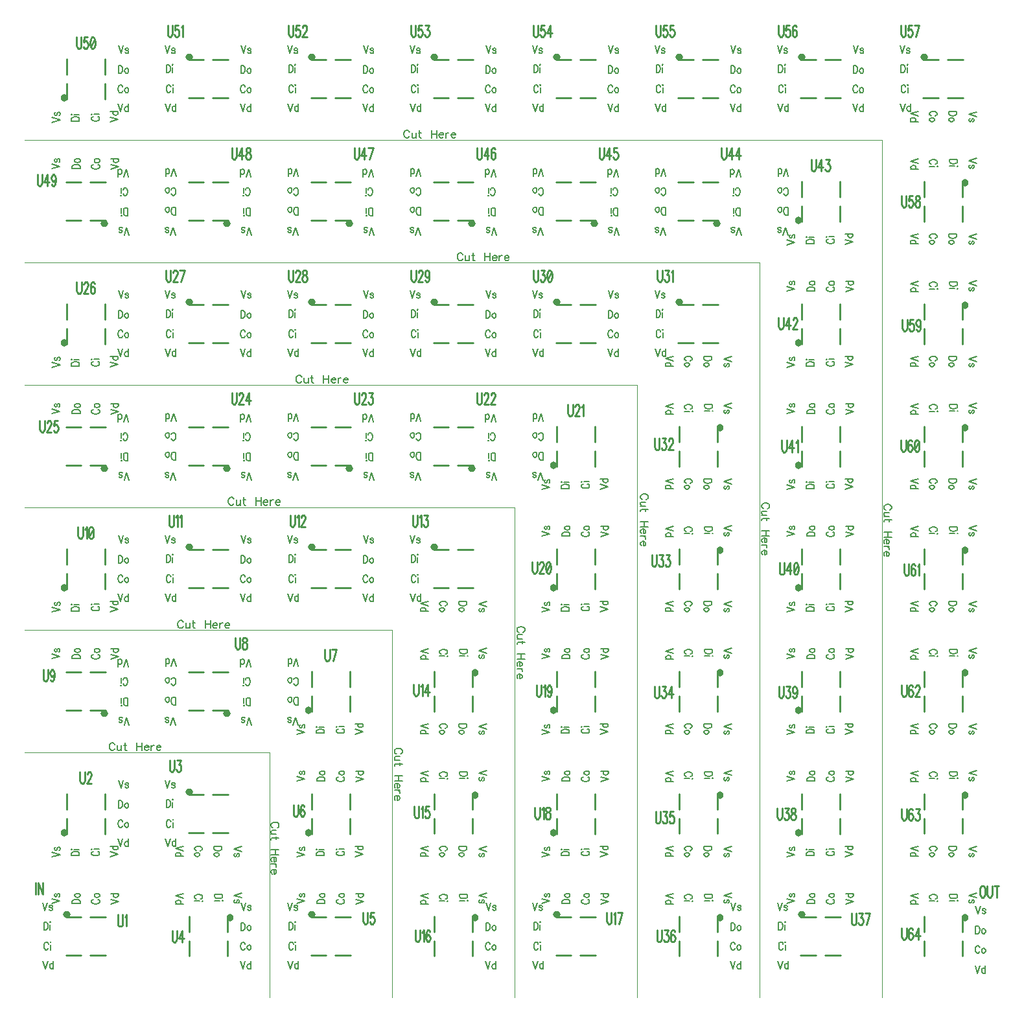
<source format=gto>
G04 DipTrace 2.4.0.2*
%IN64xAPA102Cx16mm.gto*%
%MOMM*%
%ADD10C,0.25*%
%ADD18C,0.033*%
%ADD19O,0.975X0.925*%
%ADD21O,0.925X0.976*%
%ADD34C,0.235*%
%ADD37C,0.157*%
%FSLAX53Y53*%
G04*
G71*
G90*
G75*
G01*
%LNTopSilk*%
%LPD*%
X20600Y20500D2*
D10*
X18600D1*
X20600Y15500D2*
X18600D1*
X17400D2*
X15400D1*
X17400Y20500D2*
X15400D1*
D19*
X15537Y20862D3*
X15500Y36600D2*
D10*
Y34599D1*
X20500Y36600D2*
Y34599D1*
Y33400D2*
Y31399D1*
X15500Y33400D2*
Y31399D1*
D21*
X15137Y31537D3*
X36600Y36500D2*
D10*
X34599D1*
X36600Y31500D2*
X34599D1*
X33400D2*
X31399D1*
X33400Y36500D2*
X31399D1*
D19*
X31537Y36863D3*
X36500Y15400D2*
D10*
Y17401D1*
X31500Y15400D2*
Y17401D1*
Y18600D2*
Y20601D1*
X36500Y18600D2*
Y20601D1*
D21*
X36863Y20463D3*
X52600Y20500D2*
D10*
X50599D1*
X52600Y15500D2*
X50599D1*
X49400D2*
X47399D1*
X49400Y20500D2*
X47399D1*
D19*
X47537Y20863D3*
X47500Y36600D2*
D10*
Y34599D1*
X52500Y36600D2*
Y34599D1*
Y33400D2*
Y31399D1*
X47500Y33400D2*
Y31399D1*
D21*
X47137Y31537D3*
X47500Y52600D2*
D10*
Y50599D1*
X52500Y52600D2*
Y50599D1*
Y49400D2*
Y47399D1*
X47500Y49400D2*
Y47399D1*
D21*
X47137Y47537D3*
X31400Y47500D2*
D10*
X33401D1*
X31400Y52500D2*
X33401D1*
X34600D2*
X36601D1*
X34600Y47500D2*
X36601D1*
D19*
X36463Y47137D3*
X15400Y47500D2*
D10*
X17401D1*
X15400Y52500D2*
X17401D1*
X18600D2*
X20601D1*
X18600Y47500D2*
X20601D1*
D19*
X20463Y47137D3*
X15500Y68600D2*
D10*
Y66599D1*
X20500Y68600D2*
Y66599D1*
Y65400D2*
Y63399D1*
X15500Y65400D2*
Y63399D1*
D21*
X15137Y63537D3*
X36600Y68500D2*
D10*
X34599D1*
X36600Y63500D2*
X34599D1*
X33400D2*
X31399D1*
X33400Y68500D2*
X31399D1*
D19*
X31537Y68863D3*
X52600Y68500D2*
D10*
X50599D1*
X52600Y63500D2*
X50599D1*
X49400D2*
X47399D1*
X49400Y68500D2*
X47399D1*
D19*
X47537Y68863D3*
X68600Y68500D2*
D10*
X66599D1*
X68600Y63500D2*
X66599D1*
X65400D2*
X63399D1*
X65400Y68500D2*
X63399D1*
D19*
X63537Y68863D3*
X68500Y47400D2*
D10*
Y49401D1*
X63500Y47400D2*
Y49401D1*
Y50600D2*
Y52601D1*
X68500Y50600D2*
Y52601D1*
D21*
X68863Y52463D3*
X68500Y31400D2*
D10*
Y33401D1*
X63500Y31400D2*
Y33401D1*
Y34600D2*
Y36601D1*
X68500Y34600D2*
Y36601D1*
D21*
X68863Y36463D3*
X68500Y15400D2*
D10*
Y17401D1*
X63500Y15400D2*
Y17401D1*
Y18600D2*
Y20601D1*
X68500Y18600D2*
Y20601D1*
D21*
X68863Y20463D3*
X84600Y20500D2*
D10*
X82599D1*
X84600Y15500D2*
X82599D1*
X81400D2*
X79399D1*
X81400Y20500D2*
X79399D1*
D19*
X79537Y20863D3*
X79500Y36600D2*
D10*
Y34599D1*
X84500Y36600D2*
Y34599D1*
Y33400D2*
Y31399D1*
X79500Y33400D2*
Y31399D1*
D21*
X79137Y31537D3*
X79500Y52600D2*
D10*
Y50599D1*
X84500Y52600D2*
Y50599D1*
Y49400D2*
Y47399D1*
X79500Y49400D2*
Y47399D1*
D21*
X79137Y47537D3*
X79500Y68600D2*
D10*
Y66599D1*
X84500Y68600D2*
Y66599D1*
Y65400D2*
Y63399D1*
X79500Y65400D2*
Y63399D1*
D21*
X79137Y63537D3*
X79500Y84600D2*
D10*
Y82599D1*
X84500Y84600D2*
Y82599D1*
Y81400D2*
Y79399D1*
X79500Y81400D2*
Y79399D1*
D21*
X79137Y79537D3*
X63400Y79500D2*
D10*
X65401D1*
X63400Y84500D2*
X65401D1*
X66600D2*
X68601D1*
X66600Y79500D2*
X68601D1*
D19*
X68463Y79137D3*
X47400Y79500D2*
D10*
X49401D1*
X47400Y84500D2*
X49401D1*
X50600D2*
X52601D1*
X50600Y79500D2*
X52601D1*
D19*
X52463Y79137D3*
X31400Y79500D2*
D10*
X33401D1*
X31400Y84500D2*
X33401D1*
X34600D2*
X36601D1*
X34600Y79500D2*
X36601D1*
D19*
X36463Y79137D3*
X15400Y79500D2*
D10*
X17401D1*
X15400Y84500D2*
X17401D1*
X18600D2*
X20601D1*
X18600Y79500D2*
X20601D1*
D19*
X20463Y79137D3*
X15500Y100600D2*
D10*
Y98599D1*
X20500Y100600D2*
Y98599D1*
Y97400D2*
Y95399D1*
X15500Y97400D2*
Y95399D1*
D21*
X15137Y95537D3*
X36600Y100500D2*
D10*
X34599D1*
X36600Y95500D2*
X34599D1*
X33400D2*
X31399D1*
X33400Y100500D2*
X31399D1*
D19*
X31537Y100863D3*
X52600Y100500D2*
D10*
X50599D1*
X52600Y95500D2*
X50599D1*
X49400D2*
X47399D1*
X49400Y100500D2*
X47399D1*
D19*
X47537Y100863D3*
X68600Y100500D2*
D10*
X66599D1*
X68600Y95500D2*
X66599D1*
X65400D2*
X63399D1*
X65400Y100500D2*
X63399D1*
D19*
X63537Y100863D3*
X84600Y100500D2*
D10*
X82599D1*
X84600Y95500D2*
X82599D1*
X81400D2*
X79399D1*
X81400Y100500D2*
X79399D1*
D19*
X79537Y100863D3*
X100600Y100500D2*
D10*
X98599D1*
X100600Y95500D2*
X98599D1*
X97400D2*
X95399D1*
X97400Y100500D2*
X95399D1*
D19*
X95537Y100863D3*
X100500Y79400D2*
D10*
Y81401D1*
X95500Y79400D2*
Y81401D1*
Y82600D2*
Y84601D1*
X100500Y82600D2*
Y84601D1*
D21*
X100863Y84463D3*
X100500Y63400D2*
D10*
Y65401D1*
X95500Y63400D2*
Y65401D1*
Y66600D2*
Y68601D1*
X100500Y66600D2*
Y68601D1*
D21*
X100863Y68463D3*
X100500Y47400D2*
D10*
Y49401D1*
X95500Y47400D2*
Y49401D1*
Y50600D2*
Y52601D1*
X100500Y50600D2*
Y52601D1*
D21*
X100863Y52463D3*
X100500Y31400D2*
D10*
Y33401D1*
X95500Y31400D2*
Y33401D1*
Y34600D2*
Y36601D1*
X100500Y34600D2*
Y36601D1*
D21*
X100863Y36463D3*
X100500Y15400D2*
D10*
Y17401D1*
X95500Y15400D2*
Y17401D1*
Y18600D2*
Y20601D1*
X100500Y18600D2*
Y20601D1*
D21*
X100863Y20463D3*
X116600Y20500D2*
D10*
X114599D1*
X116600Y15500D2*
X114599D1*
X113400D2*
X111399D1*
X113400Y20500D2*
X111399D1*
D19*
X111537Y20863D3*
X111500Y36600D2*
D10*
Y34599D1*
X116500Y36600D2*
Y34599D1*
Y33400D2*
Y31399D1*
X111500Y33400D2*
Y31399D1*
D21*
X111137Y31537D3*
X111500Y52600D2*
D10*
Y50599D1*
X116500Y52600D2*
Y50599D1*
Y49400D2*
Y47399D1*
X111500Y49400D2*
Y47399D1*
D21*
X111137Y47537D3*
X111500Y68600D2*
D10*
Y66599D1*
X116500Y68600D2*
Y66599D1*
Y65400D2*
Y63399D1*
X111500Y65400D2*
Y63399D1*
D21*
X111137Y63537D3*
X111500Y84600D2*
D10*
Y82599D1*
X116500Y84600D2*
Y82599D1*
Y81400D2*
Y79399D1*
X111500Y81400D2*
Y79399D1*
D21*
X111137Y79537D3*
X111500Y100600D2*
D10*
Y98599D1*
X116500Y100600D2*
Y98599D1*
Y97400D2*
Y95399D1*
X111500Y97400D2*
Y95399D1*
D21*
X111137Y95537D3*
X111500Y116600D2*
D10*
Y114599D1*
X116500Y116600D2*
Y114599D1*
Y113400D2*
Y111399D1*
X111500Y113400D2*
Y111399D1*
D21*
X111137Y111537D3*
X95400Y111500D2*
D10*
X97401D1*
X95400Y116500D2*
X97401D1*
X98600D2*
X100601D1*
X98600Y111500D2*
X100601D1*
D19*
X100463Y111137D3*
X79400Y111500D2*
D10*
X81401D1*
X79400Y116500D2*
X81401D1*
X82600D2*
X84601D1*
X82600Y111500D2*
X84601D1*
D19*
X84463Y111137D3*
X63400Y111500D2*
D10*
X65401D1*
X63400Y116500D2*
X65401D1*
X66600D2*
X68601D1*
X66600Y111500D2*
X68601D1*
D19*
X68463Y111137D3*
X47400Y111500D2*
D10*
X49401D1*
X47400Y116500D2*
X49401D1*
X50600D2*
X52601D1*
X50600Y111500D2*
X52601D1*
D19*
X52463Y111137D3*
X31400Y111500D2*
D10*
X33401D1*
X31400Y116500D2*
X33401D1*
X34600D2*
X36601D1*
X34600Y111500D2*
X36601D1*
D19*
X36463Y111137D3*
X15400Y111500D2*
D10*
X17401D1*
X15400Y116500D2*
X17401D1*
X18600D2*
X20601D1*
X18600Y111500D2*
X20601D1*
D19*
X20463Y111137D3*
X15500Y132600D2*
D10*
Y130599D1*
X20500Y132600D2*
Y130599D1*
Y129400D2*
Y127399D1*
X15500Y129400D2*
Y127399D1*
D21*
X15137Y127537D3*
X36600Y132500D2*
D10*
X34599D1*
X36600Y127500D2*
X34599D1*
X33400D2*
X31399D1*
X33400Y132500D2*
X31399D1*
D19*
X31537Y132863D3*
X52600Y132500D2*
D10*
X50599D1*
X52600Y127500D2*
X50599D1*
X49400D2*
X47399D1*
X49400Y132500D2*
X47399D1*
D19*
X47537Y132863D3*
X68600Y132500D2*
D10*
X66599D1*
X68600Y127500D2*
X66599D1*
X65400D2*
X63399D1*
X65400Y132500D2*
X63399D1*
D19*
X63537Y132863D3*
X84600Y132500D2*
D10*
X82599D1*
X84600Y127500D2*
X82599D1*
X81400D2*
X79399D1*
X81400Y132500D2*
X79399D1*
D19*
X79537Y132863D3*
X100600Y132500D2*
D10*
X98599D1*
X100600Y127500D2*
X98599D1*
X97400D2*
X95399D1*
X97400Y132500D2*
X95399D1*
D19*
X95537Y132863D3*
X116600Y132500D2*
D10*
X114599D1*
X116600Y127500D2*
X114599D1*
X113400D2*
X111399D1*
X113400Y132500D2*
X111399D1*
D19*
X111537Y132863D3*
X132600Y132500D2*
D10*
X130599D1*
X132600Y127500D2*
X130599D1*
X129400D2*
X127399D1*
X129400Y132500D2*
X127399D1*
D19*
X127537Y132863D3*
X132500Y111400D2*
D10*
Y113401D1*
X127500Y111400D2*
Y113401D1*
Y114600D2*
Y116601D1*
X132500Y114600D2*
Y116601D1*
D21*
X132863Y116463D3*
X132500Y95400D2*
D10*
Y97401D1*
X127500Y95400D2*
Y97401D1*
Y98600D2*
Y100601D1*
X132500Y98600D2*
Y100601D1*
D21*
X132863Y100463D3*
X132500Y79400D2*
D10*
Y81401D1*
X127500Y79400D2*
Y81401D1*
Y82600D2*
Y84601D1*
X132500Y82600D2*
Y84601D1*
D21*
X132863Y84463D3*
X132500Y63400D2*
D10*
Y65401D1*
X127500Y63400D2*
Y65401D1*
Y66600D2*
Y68601D1*
X132500Y66600D2*
Y68601D1*
D21*
X132863Y68463D3*
X132500Y47400D2*
D10*
Y49401D1*
X127500Y47400D2*
Y49401D1*
Y50600D2*
Y52601D1*
X132500Y50600D2*
Y52601D1*
D21*
X132863Y52463D3*
X132500Y31400D2*
D10*
Y33401D1*
X127500Y31400D2*
Y33401D1*
Y34600D2*
Y36601D1*
X132500Y34600D2*
Y36601D1*
D21*
X132863Y36463D3*
X132500Y15400D2*
D10*
Y17401D1*
X127500Y15400D2*
Y17401D1*
Y18600D2*
Y20601D1*
X132500Y18600D2*
Y20601D1*
D21*
X132863Y20463D3*
X42000Y10000D2*
D18*
Y42000D1*
X10000D1*
Y58000D2*
X58000D1*
Y10000D1*
X74000D2*
Y74000D1*
X10000D1*
Y90000D2*
X90000D1*
Y10000D1*
X106000D2*
Y106000D1*
X10000D1*
Y122000D2*
X122000D1*
Y10000D1*
X22201Y20829D2*
D34*
Y19736D1*
X22244Y19517D1*
X22332Y19372D1*
X22463Y19298D1*
X22550D1*
X22682Y19372D1*
X22770Y19517D1*
X22813Y19736D1*
Y20829D1*
X23096Y20536D2*
X23183Y20610D1*
X23315Y20827D1*
Y19298D1*
X17246Y39482D2*
Y38389D1*
X17290Y38170D1*
X17378Y38025D1*
X17509Y37951D1*
X17596D1*
X17727Y38025D1*
X17815Y38170D1*
X17859Y38389D1*
Y39482D1*
X18186Y39116D2*
Y39189D1*
X18229Y39335D1*
X18273Y39408D1*
X18361Y39480D1*
X18535D1*
X18622Y39408D1*
X18666Y39335D1*
X18710Y39189D1*
Y39044D1*
X18666Y38897D1*
X18579Y38680D1*
X18141Y37951D1*
X18754D1*
X28939Y41042D2*
Y39949D1*
X28983Y39730D1*
X29071Y39585D1*
X29202Y39511D1*
X29289D1*
X29420Y39585D1*
X29508Y39730D1*
X29552Y39949D1*
Y41042D1*
X29922Y41040D2*
X30402D1*
X30140Y40457D1*
X30272D1*
X30359Y40385D1*
X30402Y40312D1*
X30447Y40093D1*
Y39949D1*
X30402Y39730D1*
X30315Y39583D1*
X30184Y39511D1*
X30052D1*
X29922Y39583D1*
X29879Y39657D1*
X29834Y39802D1*
X29295Y18780D2*
Y17687D1*
X29339Y17468D1*
X29427Y17323D1*
X29558Y17249D1*
X29645D1*
X29776Y17323D1*
X29864Y17468D1*
X29908Y17687D1*
Y18780D1*
X30628Y17249D2*
Y18778D1*
X30190Y17759D1*
X30846D1*
X54209Y21128D2*
Y20034D1*
X54253Y19815D1*
X54341Y19671D1*
X54472Y19596D1*
X54559D1*
X54691Y19671D1*
X54778Y19815D1*
X54822Y20034D1*
Y21128D1*
X55629Y21126D2*
X55192D1*
X55149Y20471D1*
X55192Y20543D1*
X55324Y20617D1*
X55454D1*
X55585Y20543D1*
X55673Y20398D1*
X55717Y20179D1*
Y20034D1*
X55673Y19815D1*
X55585Y19669D1*
X55454Y19596D1*
X55324D1*
X55192Y19669D1*
X55149Y19743D1*
X55104Y19888D1*
X45123Y35164D2*
Y34071D1*
X45167Y33852D1*
X45255Y33707D1*
X45386Y33633D1*
X45473D1*
X45604Y33707D1*
X45692Y33852D1*
X45736Y34071D1*
Y35164D1*
X46543Y34945D2*
X46499Y35090D1*
X46368Y35162D1*
X46281D1*
X46150Y35090D1*
X46062Y34871D1*
X46018Y34507D1*
Y34143D1*
X46062Y33852D1*
X46150Y33705D1*
X46281Y33633D1*
X46324D1*
X46455Y33705D1*
X46543Y33852D1*
X46586Y34071D1*
Y34143D1*
X46543Y34362D1*
X46455Y34507D1*
X46324Y34579D1*
X46281D1*
X46150Y34507D1*
X46062Y34362D1*
X46018Y34143D1*
X49246Y55482D2*
Y54389D1*
X49290Y54170D1*
X49378Y54025D1*
X49509Y53951D1*
X49596D1*
X49727Y54025D1*
X49815Y54170D1*
X49859Y54389D1*
Y55482D1*
X50316Y53951D2*
X50754Y55480D1*
X50141D1*
X37554Y57042D2*
Y55949D1*
X37597Y55730D1*
X37685Y55585D1*
X37817Y55511D1*
X37904D1*
X38035Y55585D1*
X38123Y55730D1*
X38166Y55949D1*
Y57042D1*
X38667Y57040D2*
X38537Y56968D1*
X38492Y56823D1*
Y56676D1*
X38537Y56531D1*
X38624Y56457D1*
X38799Y56385D1*
X38930Y56312D1*
X39017Y56166D1*
X39060Y56021D1*
Y55802D1*
X39017Y55657D1*
X38973Y55583D1*
X38842Y55511D1*
X38667D1*
X38537Y55583D1*
X38492Y55657D1*
X38449Y55802D1*
Y56021D1*
X38492Y56166D1*
X38580Y56312D1*
X38711Y56385D1*
X38885Y56457D1*
X38973Y56531D1*
X39017Y56676D1*
Y56823D1*
X38973Y56968D1*
X38842Y57040D1*
X38667D1*
X12428Y52854D2*
Y51761D1*
X12472Y51542D1*
X12560Y51397D1*
X12691Y51323D1*
X12778D1*
X12909Y51397D1*
X12997Y51542D1*
X13041Y51761D1*
Y52854D1*
X13892Y52344D2*
X13848Y52125D1*
X13761Y51978D1*
X13629Y51906D1*
X13586D1*
X13455Y51978D1*
X13368Y52125D1*
X13323Y52344D1*
Y52416D1*
X13368Y52635D1*
X13455Y52780D1*
X13586Y52852D1*
X13629D1*
X13761Y52780D1*
X13848Y52635D1*
X13892Y52344D1*
Y51978D1*
X13848Y51614D1*
X13761Y51395D1*
X13629Y51323D1*
X13542D1*
X13411Y51395D1*
X13368Y51542D1*
X16995Y71482D2*
Y70389D1*
X17039Y70170D1*
X17127Y70025D1*
X17258Y69951D1*
X17345D1*
X17477Y70025D1*
X17565Y70170D1*
X17608Y70389D1*
Y71482D1*
X17890Y71189D2*
X17978Y71263D1*
X18110Y71480D1*
Y69951D1*
X18655Y71480D2*
X18523Y71408D1*
X18435Y71189D1*
X18392Y70825D1*
Y70606D1*
X18435Y70242D1*
X18523Y70023D1*
X18655Y69951D1*
X18742D1*
X18873Y70023D1*
X18960Y70242D1*
X19005Y70606D1*
Y70825D1*
X18960Y71189D1*
X18873Y71408D1*
X18742Y71480D1*
X18655D1*
X18960Y71189D2*
X18435Y70242D1*
X28885Y73042D2*
Y71949D1*
X28928Y71730D1*
X29016Y71585D1*
X29148Y71511D1*
X29235D1*
X29366Y71585D1*
X29454Y71730D1*
X29497Y71949D1*
Y73042D1*
X29780Y72749D2*
X29868Y72823D1*
X29999Y73040D1*
Y71511D1*
X30282Y72749D2*
X30369Y72823D1*
X30501Y73040D1*
Y71511D1*
X44688Y73042D2*
Y71949D1*
X44732Y71730D1*
X44820Y71585D1*
X44951Y71511D1*
X45038D1*
X45169Y71585D1*
X45257Y71730D1*
X45301Y71949D1*
Y73042D1*
X45583Y72749D2*
X45671Y72823D1*
X45803Y73040D1*
Y71511D1*
X46129Y72676D2*
Y72749D1*
X46173Y72895D1*
X46216Y72968D1*
X46304Y73040D1*
X46479D1*
X46566Y72968D1*
X46610Y72895D1*
X46654Y72749D1*
Y72604D1*
X46610Y72457D1*
X46523Y72240D1*
X46085Y71511D1*
X46697D1*
X60688Y73042D2*
Y71949D1*
X60732Y71730D1*
X60820Y71585D1*
X60951Y71511D1*
X61038D1*
X61169Y71585D1*
X61257Y71730D1*
X61301Y71949D1*
Y73042D1*
X61583Y72749D2*
X61671Y72823D1*
X61803Y73040D1*
Y71511D1*
X62173Y73040D2*
X62653D1*
X62391Y72457D1*
X62523D1*
X62610Y72385D1*
X62653Y72312D1*
X62697Y72093D1*
Y71949D1*
X62653Y71730D1*
X62566Y71583D1*
X62435Y71511D1*
X62303D1*
X62173Y71583D1*
X62129Y71657D1*
X62085Y71802D1*
X60844Y50922D2*
Y49828D1*
X60887Y49609D1*
X60975Y49464D1*
X61106Y49390D1*
X61193D1*
X61325Y49464D1*
X61413Y49609D1*
X61456Y49828D1*
Y50922D1*
X61739Y50629D2*
X61826Y50703D1*
X61958Y50920D1*
Y49390D1*
X62678D2*
Y50920D1*
X62240Y49901D1*
X62896D1*
X60908Y34967D2*
Y33873D1*
X60951Y33654D1*
X61039Y33509D1*
X61171Y33435D1*
X61258D1*
X61389Y33509D1*
X61477Y33654D1*
X61520Y33873D1*
Y34967D1*
X61803Y34673D2*
X61891Y34748D1*
X62022Y34965D1*
Y33435D1*
X62829Y34965D2*
X62392D1*
X62349Y34310D1*
X62392Y34382D1*
X62524Y34456D1*
X62654D1*
X62786Y34382D1*
X62873Y34237D1*
X62917Y34018D1*
Y33873D1*
X62873Y33654D1*
X62786Y33508D1*
X62654Y33435D1*
X62524D1*
X62392Y33508D1*
X62349Y33582D1*
X62304Y33727D1*
X61031Y18817D2*
Y17723D1*
X61075Y17504D1*
X61163Y17360D1*
X61294Y17285D1*
X61381D1*
X61512Y17360D1*
X61600Y17504D1*
X61644Y17723D1*
Y18817D1*
X61926Y18524D2*
X62014Y18598D1*
X62146Y18815D1*
Y17285D1*
X62953Y18598D2*
X62909Y18743D1*
X62778Y18815D1*
X62691D1*
X62559Y18743D1*
X62471Y18524D1*
X62428Y18160D1*
Y17796D1*
X62471Y17504D1*
X62559Y17358D1*
X62691Y17285D1*
X62734D1*
X62865Y17358D1*
X62953Y17504D1*
X62996Y17723D1*
Y17796D1*
X62953Y18015D1*
X62865Y18160D1*
X62734Y18232D1*
X62691D1*
X62559Y18160D1*
X62471Y18015D1*
X62428Y17796D1*
X86062Y21128D2*
Y20034D1*
X86105Y19815D1*
X86193Y19671D1*
X86324Y19596D1*
X86411D1*
X86543Y19671D1*
X86631Y19815D1*
X86674Y20034D1*
Y21128D1*
X86956Y20835D2*
X87044Y20909D1*
X87176Y21126D1*
Y19596D1*
X87633D2*
X88071Y21126D1*
X87458D1*
X76680Y34860D2*
Y33767D1*
X76724Y33548D1*
X76812Y33403D1*
X76943Y33329D1*
X77030D1*
X77161Y33403D1*
X77249Y33548D1*
X77293Y33767D1*
Y34860D1*
X77575Y34567D2*
X77663Y34641D1*
X77795Y34858D1*
Y33329D1*
X78295Y34858D2*
X78165Y34786D1*
X78120Y34641D1*
Y34494D1*
X78165Y34349D1*
X78252Y34275D1*
X78427Y34203D1*
X78558Y34130D1*
X78645Y33984D1*
X78688Y33839D1*
Y33620D1*
X78645Y33475D1*
X78601Y33401D1*
X78470Y33329D1*
X78295D1*
X78165Y33401D1*
X78120Y33475D1*
X78077Y33620D1*
Y33839D1*
X78120Y33984D1*
X78208Y34130D1*
X78339Y34203D1*
X78514Y34275D1*
X78601Y34349D1*
X78645Y34494D1*
Y34641D1*
X78601Y34786D1*
X78470Y34858D1*
X78295D1*
X76864Y50836D2*
Y49743D1*
X76908Y49524D1*
X76996Y49379D1*
X77127Y49305D1*
X77214D1*
X77345Y49379D1*
X77433Y49524D1*
X77477Y49743D1*
Y50836D1*
X77759Y50543D2*
X77847Y50617D1*
X77978Y50834D1*
Y49305D1*
X78830Y50325D2*
X78785Y50106D1*
X78698Y49960D1*
X78567Y49887D1*
X78524D1*
X78392Y49960D1*
X78305Y50106D1*
X78261Y50325D1*
Y50398D1*
X78305Y50617D1*
X78392Y50762D1*
X78524Y50834D1*
X78567D1*
X78698Y50762D1*
X78785Y50617D1*
X78830Y50325D1*
Y49960D1*
X78785Y49596D1*
X78698Y49377D1*
X78567Y49305D1*
X78480D1*
X78349Y49377D1*
X78305Y49524D1*
X76337Y66921D2*
Y65828D1*
X76381Y65609D1*
X76469Y65464D1*
X76600Y65390D1*
X76687D1*
X76819Y65464D1*
X76906Y65609D1*
X76950Y65828D1*
Y66921D1*
X77277Y66556D2*
Y66628D1*
X77320Y66775D1*
X77364Y66847D1*
X77452Y66920D1*
X77627D1*
X77713Y66847D1*
X77757Y66775D1*
X77801Y66628D1*
Y66483D1*
X77757Y66337D1*
X77670Y66119D1*
X77232Y65390D1*
X77845D1*
X78390Y66920D2*
X78259Y66847D1*
X78171Y66628D1*
X78127Y66264D1*
Y66045D1*
X78171Y65681D1*
X78259Y65462D1*
X78390Y65390D1*
X78477D1*
X78608Y65462D1*
X78695Y65681D1*
X78740Y66045D1*
Y66264D1*
X78695Y66628D1*
X78608Y66847D1*
X78477Y66920D1*
X78390D1*
X78695Y66628D2*
X78171Y65681D1*
X80995Y87482D2*
Y86389D1*
X81039Y86170D1*
X81127Y86025D1*
X81258Y85951D1*
X81345D1*
X81477Y86025D1*
X81565Y86170D1*
X81608Y86389D1*
Y87482D1*
X81935Y87116D2*
Y87189D1*
X81978Y87335D1*
X82022Y87408D1*
X82110Y87480D1*
X82285D1*
X82371Y87408D1*
X82415Y87335D1*
X82459Y87189D1*
Y87044D1*
X82415Y86897D1*
X82328Y86680D1*
X81890Y85951D1*
X82503D1*
X82785Y87189D2*
X82873Y87263D1*
X83005Y87480D1*
Y85951D1*
X69106Y89042D2*
Y87949D1*
X69149Y87730D1*
X69237Y87585D1*
X69369Y87511D1*
X69456D1*
X69587Y87585D1*
X69675Y87730D1*
X69718Y87949D1*
Y89042D1*
X70045Y88676D2*
Y88749D1*
X70089Y88895D1*
X70132Y88968D1*
X70220Y89040D1*
X70395D1*
X70482Y88968D1*
X70525Y88895D1*
X70570Y88749D1*
Y88604D1*
X70525Y88457D1*
X70438Y88240D1*
X70001Y87511D1*
X70613D1*
X70940Y88676D2*
Y88749D1*
X70984Y88895D1*
X71027Y88968D1*
X71115Y89040D1*
X71290D1*
X71377Y88968D1*
X71420Y88895D1*
X71465Y88749D1*
Y88604D1*
X71420Y88457D1*
X71333Y88240D1*
X70896Y87511D1*
X71508D1*
X53106Y89042D2*
Y87949D1*
X53149Y87730D1*
X53237Y87585D1*
X53369Y87511D1*
X53456D1*
X53587Y87585D1*
X53675Y87730D1*
X53718Y87949D1*
Y89042D1*
X54045Y88676D2*
Y88749D1*
X54089Y88895D1*
X54132Y88968D1*
X54220Y89040D1*
X54395D1*
X54482Y88968D1*
X54525Y88895D1*
X54570Y88749D1*
Y88604D1*
X54525Y88457D1*
X54438Y88240D1*
X54001Y87511D1*
X54613D1*
X54984Y89040D2*
X55464D1*
X55202Y88457D1*
X55333D1*
X55420Y88385D1*
X55464Y88312D1*
X55508Y88093D1*
Y87949D1*
X55464Y87730D1*
X55377Y87583D1*
X55245Y87511D1*
X55114D1*
X54984Y87583D1*
X54940Y87657D1*
X54896Y87802D1*
X37084Y89042D2*
Y87949D1*
X37128Y87730D1*
X37216Y87585D1*
X37347Y87511D1*
X37434D1*
X37565Y87585D1*
X37653Y87730D1*
X37697Y87949D1*
Y89042D1*
X38024Y88676D2*
Y88749D1*
X38067Y88895D1*
X38111Y88968D1*
X38198Y89040D1*
X38373D1*
X38460Y88968D1*
X38504Y88895D1*
X38548Y88749D1*
Y88604D1*
X38504Y88457D1*
X38417Y88240D1*
X37979Y87511D1*
X38592D1*
X39312D2*
Y89040D1*
X38874Y88021D1*
X39530D1*
X11996Y85378D2*
Y84284D1*
X12040Y84065D1*
X12128Y83921D1*
X12259Y83846D1*
X12346D1*
X12478Y83921D1*
X12566Y84065D1*
X12609Y84284D1*
Y85378D1*
X12936Y85012D2*
Y85085D1*
X12979Y85231D1*
X13023Y85304D1*
X13111Y85376D1*
X13286D1*
X13372Y85304D1*
X13416Y85231D1*
X13460Y85085D1*
Y84940D1*
X13416Y84793D1*
X13329Y84576D1*
X12891Y83846D1*
X13504D1*
X14311Y85376D2*
X13874D1*
X13831Y84721D1*
X13874Y84793D1*
X14006Y84867D1*
X14136D1*
X14267Y84793D1*
X14355Y84648D1*
X14399Y84429D1*
Y84284D1*
X14355Y84065D1*
X14267Y83919D1*
X14136Y83846D1*
X14006D1*
X13874Y83919D1*
X13831Y83993D1*
X13786Y84138D1*
X16821Y103482D2*
Y102389D1*
X16865Y102170D1*
X16952Y102025D1*
X17084Y101951D1*
X17171D1*
X17302Y102025D1*
X17390Y102170D1*
X17434Y102389D1*
Y103482D1*
X17760Y103116D2*
Y103189D1*
X17804Y103335D1*
X17847Y103408D1*
X17935Y103480D1*
X18110D1*
X18197Y103408D1*
X18241Y103335D1*
X18285Y103189D1*
Y103044D1*
X18241Y102897D1*
X18154Y102680D1*
X17716Y101951D1*
X18329D1*
X19135Y103263D2*
X19092Y103408D1*
X18961Y103480D1*
X18874D1*
X18742Y103408D1*
X18654Y103189D1*
X18611Y102825D1*
Y102461D1*
X18654Y102170D1*
X18742Y102023D1*
X18874Y101951D1*
X18917D1*
X19048Y102023D1*
X19135Y102170D1*
X19179Y102389D1*
Y102461D1*
X19135Y102680D1*
X19048Y102825D1*
X18917Y102897D1*
X18874D1*
X18742Y102825D1*
X18654Y102680D1*
X18611Y102461D1*
X28492Y105042D2*
Y103949D1*
X28535Y103730D1*
X28623Y103585D1*
X28755Y103511D1*
X28841D1*
X28973Y103585D1*
X29061Y103730D1*
X29104Y103949D1*
Y105042D1*
X29431Y104676D2*
Y104749D1*
X29475Y104895D1*
X29518Y104968D1*
X29606Y105040D1*
X29781D1*
X29868Y104968D1*
X29911Y104895D1*
X29956Y104749D1*
Y104604D1*
X29911Y104457D1*
X29824Y104240D1*
X29387Y103511D1*
X29999D1*
X30456D2*
X30894Y105040D1*
X30282D1*
X44492Y105042D2*
Y103949D1*
X44536Y103730D1*
X44624Y103585D1*
X44755Y103511D1*
X44842D1*
X44973Y103585D1*
X45061Y103730D1*
X45105Y103949D1*
Y105042D1*
X45432Y104676D2*
Y104749D1*
X45475Y104895D1*
X45519Y104968D1*
X45606Y105040D1*
X45781D1*
X45868Y104968D1*
X45912Y104895D1*
X45956Y104749D1*
Y104604D1*
X45912Y104457D1*
X45825Y104240D1*
X45387Y103511D1*
X46000D1*
X46500Y105040D2*
X46370Y104968D1*
X46325Y104823D1*
Y104676D1*
X46370Y104531D1*
X46457Y104457D1*
X46632Y104385D1*
X46763Y104312D1*
X46850Y104166D1*
X46894Y104021D1*
Y103802D1*
X46850Y103657D1*
X46807Y103583D1*
X46675Y103511D1*
X46500D1*
X46370Y103583D1*
X46325Y103657D1*
X46282Y103802D1*
Y104021D1*
X46325Y104166D1*
X46413Y104312D1*
X46544Y104385D1*
X46719Y104457D1*
X46807Y104531D1*
X46850Y104676D1*
Y104823D1*
X46807Y104968D1*
X46675Y105040D1*
X46500D1*
X60513Y105042D2*
Y103949D1*
X60557Y103730D1*
X60645Y103585D1*
X60776Y103511D1*
X60863D1*
X60995Y103585D1*
X61083Y103730D1*
X61126Y103949D1*
Y105042D1*
X61453Y104676D2*
Y104749D1*
X61496Y104895D1*
X61540Y104968D1*
X61628Y105040D1*
X61803D1*
X61889Y104968D1*
X61933Y104895D1*
X61977Y104749D1*
Y104604D1*
X61933Y104457D1*
X61846Y104240D1*
X61408Y103511D1*
X62021D1*
X62872Y104531D2*
X62828Y104312D1*
X62741Y104166D1*
X62610Y104093D1*
X62566D1*
X62435Y104166D1*
X62348Y104312D1*
X62303Y104531D1*
Y104604D1*
X62348Y104823D1*
X62435Y104968D1*
X62566Y105040D1*
X62610D1*
X62741Y104968D1*
X62828Y104823D1*
X62872Y104531D1*
Y104166D1*
X62828Y103802D1*
X62741Y103583D1*
X62610Y103511D1*
X62523D1*
X62391Y103583D1*
X62348Y103730D1*
X76492Y105042D2*
Y103949D1*
X76535Y103730D1*
X76623Y103585D1*
X76755Y103511D1*
X76841D1*
X76973Y103585D1*
X77061Y103730D1*
X77104Y103949D1*
Y105042D1*
X77475Y105040D2*
X77955D1*
X77693Y104457D1*
X77824D1*
X77911Y104385D1*
X77955Y104312D1*
X77999Y104093D1*
Y103949D1*
X77955Y103730D1*
X77868Y103583D1*
X77736Y103511D1*
X77605D1*
X77475Y103583D1*
X77431Y103657D1*
X77387Y103802D1*
X78544Y105040D2*
X78413Y104968D1*
X78325Y104749D1*
X78282Y104385D1*
Y104166D1*
X78325Y103802D1*
X78413Y103583D1*
X78544Y103511D1*
X78631D1*
X78763Y103583D1*
X78850Y103802D1*
X78894Y104166D1*
Y104385D1*
X78850Y104749D1*
X78763Y104968D1*
X78631Y105040D1*
X78544D1*
X78850Y104749D2*
X78325Y103802D1*
X92688Y105042D2*
Y103949D1*
X92732Y103730D1*
X92820Y103585D1*
X92951Y103511D1*
X93038D1*
X93169Y103585D1*
X93257Y103730D1*
X93301Y103949D1*
Y105042D1*
X93671Y105040D2*
X94151D1*
X93889Y104457D1*
X94021D1*
X94108Y104385D1*
X94151Y104312D1*
X94196Y104093D1*
Y103949D1*
X94151Y103730D1*
X94064Y103583D1*
X93933Y103511D1*
X93802D1*
X93671Y103583D1*
X93628Y103657D1*
X93583Y103802D1*
X94478Y104749D2*
X94566Y104823D1*
X94697Y105040D1*
Y103511D1*
X92325Y83057D2*
Y81964D1*
X92368Y81745D1*
X92456Y81600D1*
X92588Y81526D1*
X92674D1*
X92806Y81600D1*
X92894Y81745D1*
X92937Y81964D1*
Y83057D1*
X93308Y83056D2*
X93788D1*
X93526Y82473D1*
X93657D1*
X93744Y82400D1*
X93788Y82328D1*
X93832Y82109D1*
Y81964D1*
X93788Y81745D1*
X93701Y81598D1*
X93569Y81526D1*
X93438D1*
X93308Y81598D1*
X93264Y81672D1*
X93220Y81817D1*
X94159Y82692D2*
Y82764D1*
X94202Y82911D1*
X94246Y82983D1*
X94334Y83056D1*
X94509D1*
X94596Y82983D1*
X94639Y82911D1*
X94684Y82764D1*
Y82619D1*
X94639Y82473D1*
X94552Y82255D1*
X94115Y81526D1*
X94727D1*
X91941Y67824D2*
Y66731D1*
X91985Y66512D1*
X92073Y66367D1*
X92204Y66293D1*
X92291D1*
X92422Y66367D1*
X92510Y66512D1*
X92554Y66731D1*
Y67824D1*
X92924Y67823D2*
X93404D1*
X93142Y67240D1*
X93274D1*
X93361Y67167D1*
X93404Y67095D1*
X93449Y66876D1*
Y66731D1*
X93404Y66512D1*
X93317Y66365D1*
X93186Y66293D1*
X93054D1*
X92924Y66365D1*
X92881Y66439D1*
X92836Y66584D1*
X93819Y67823D2*
X94299D1*
X94037Y67240D1*
X94169D1*
X94256Y67167D1*
X94299Y67095D1*
X94344Y66876D1*
Y66731D1*
X94299Y66512D1*
X94212Y66365D1*
X94081Y66293D1*
X93949D1*
X93819Y66365D1*
X93775Y66439D1*
X93731Y66584D1*
X92303Y50674D2*
Y49580D1*
X92346Y49361D1*
X92434Y49217D1*
X92566Y49142D1*
X92653D1*
X92784Y49217D1*
X92872Y49361D1*
X92916Y49580D1*
Y50674D1*
X93286Y50672D2*
X93766D1*
X93504Y50089D1*
X93636D1*
X93722Y50017D1*
X93766Y49944D1*
X93810Y49725D1*
Y49580D1*
X93766Y49361D1*
X93679Y49215D1*
X93548Y49142D1*
X93416D1*
X93286Y49215D1*
X93242Y49289D1*
X93198Y49434D1*
X94530Y49142D2*
Y50672D1*
X94093Y49653D1*
X94749D1*
X92453Y34290D2*
Y33197D1*
X92496Y32978D1*
X92584Y32833D1*
X92715Y32759D1*
X92802D1*
X92934Y32833D1*
X93022Y32978D1*
X93065Y33197D1*
Y34290D1*
X93435Y34289D2*
X93916D1*
X93654Y33706D1*
X93785D1*
X93872Y33633D1*
X93916Y33561D1*
X93960Y33342D1*
Y33197D1*
X93916Y32978D1*
X93829Y32831D1*
X93697Y32759D1*
X93566D1*
X93435Y32831D1*
X93392Y32905D1*
X93347Y33050D1*
X94767Y34289D2*
X94330D1*
X94287Y33633D1*
X94330Y33706D1*
X94462Y33780D1*
X94592D1*
X94723Y33706D1*
X94811Y33561D1*
X94855Y33342D1*
Y33197D1*
X94811Y32978D1*
X94723Y32831D1*
X94592Y32759D1*
X94462D1*
X94330Y32831D1*
X94287Y32905D1*
X94242Y33050D1*
X92627Y18801D2*
Y17708D1*
X92671Y17489D1*
X92759Y17344D1*
X92890Y17270D1*
X92977D1*
X93109Y17344D1*
X93197Y17489D1*
X93240Y17708D1*
Y18801D1*
X93610Y18800D2*
X94090D1*
X93829Y18217D1*
X93960D1*
X94047Y18144D1*
X94090Y18072D1*
X94135Y17853D1*
Y17708D1*
X94090Y17489D1*
X94003Y17342D1*
X93872Y17270D1*
X93741D1*
X93610Y17342D1*
X93567Y17417D1*
X93522Y17561D1*
X94942Y18582D2*
X94898Y18727D1*
X94767Y18800D1*
X94680D1*
X94549Y18727D1*
X94461Y18508D1*
X94417Y18144D1*
Y17780D1*
X94461Y17489D1*
X94549Y17342D1*
X94680Y17270D1*
X94723D1*
X94854Y17342D1*
X94942Y17489D1*
X94985Y17708D1*
Y17780D1*
X94942Y17999D1*
X94854Y18144D1*
X94723Y18217D1*
X94680D1*
X94549Y18144D1*
X94461Y17999D1*
X94417Y17780D1*
X118039Y21027D2*
Y19933D1*
X118082Y19714D1*
X118170Y19569D1*
X118302Y19495D1*
X118389D1*
X118520Y19569D1*
X118608Y19714D1*
X118651Y19933D1*
Y21027D1*
X119022Y21025D2*
X119502D1*
X119240Y20442D1*
X119372D1*
X119458Y20370D1*
X119502Y20297D1*
X119546Y20078D1*
Y19933D1*
X119502Y19714D1*
X119415Y19568D1*
X119284Y19495D1*
X119152D1*
X119022Y19568D1*
X118978Y19642D1*
X118934Y19787D1*
X120004Y19495D2*
X120441Y21025D1*
X119829D1*
X108338Y34753D2*
Y33660D1*
X108382Y33441D1*
X108469Y33296D1*
X108601Y33222D1*
X108688D1*
X108819Y33296D1*
X108907Y33441D1*
X108951Y33660D1*
Y34753D1*
X109321Y34751D2*
X109801D1*
X109539Y34168D1*
X109671D1*
X109758Y34096D1*
X109801Y34023D1*
X109845Y33804D1*
Y33660D1*
X109801Y33441D1*
X109714Y33294D1*
X109583Y33222D1*
X109451D1*
X109321Y33294D1*
X109277Y33368D1*
X109233Y33513D1*
X110346Y34751D2*
X110216Y34679D1*
X110171Y34534D1*
Y34387D1*
X110216Y34242D1*
X110303Y34168D1*
X110478Y34096D1*
X110609Y34023D1*
X110696Y33877D1*
X110739Y33732D1*
Y33513D1*
X110696Y33368D1*
X110652Y33294D1*
X110521Y33222D1*
X110346D1*
X110216Y33294D1*
X110171Y33368D1*
X110128Y33513D1*
Y33732D1*
X110171Y33877D1*
X110259Y34023D1*
X110390Y34096D1*
X110564Y34168D1*
X110652Y34242D1*
X110696Y34387D1*
Y34534D1*
X110652Y34679D1*
X110521Y34751D1*
X110346D1*
X108538Y50664D2*
Y49570D1*
X108581Y49351D1*
X108669Y49206D1*
X108801Y49132D1*
X108887D1*
X109019Y49206D1*
X109107Y49351D1*
X109150Y49570D1*
Y50664D1*
X109521Y50662D2*
X110001D1*
X109739Y50079D1*
X109870D1*
X109957Y50007D1*
X110001Y49934D1*
X110045Y49715D1*
Y49570D1*
X110001Y49351D1*
X109914Y49205D1*
X109782Y49132D1*
X109651D1*
X109521Y49205D1*
X109477Y49279D1*
X109433Y49424D1*
X110897Y50153D2*
X110852Y49934D1*
X110765Y49788D1*
X110634Y49715D1*
X110590D1*
X110459Y49788D1*
X110372Y49934D1*
X110327Y50153D1*
Y50226D1*
X110372Y50445D1*
X110459Y50590D1*
X110590Y50662D1*
X110634D1*
X110765Y50590D1*
X110852Y50445D1*
X110897Y50153D1*
Y49788D1*
X110852Y49424D1*
X110765Y49205D1*
X110634Y49132D1*
X110547D1*
X110415Y49205D1*
X110372Y49351D1*
X108645Y66799D2*
Y65705D1*
X108689Y65486D1*
X108776Y65342D1*
X108908Y65267D1*
X108995D1*
X109126Y65342D1*
X109214Y65486D1*
X109258Y65705D1*
Y66799D1*
X109978Y65267D2*
Y66797D1*
X109540Y65778D1*
X110196D1*
X110741Y66797D2*
X110610Y66725D1*
X110522Y66506D1*
X110478Y66142D1*
Y65923D1*
X110522Y65559D1*
X110610Y65340D1*
X110741Y65267D1*
X110828D1*
X110959Y65340D1*
X111046Y65559D1*
X111091Y65923D1*
Y66142D1*
X111046Y66506D1*
X110959Y66725D1*
X110828Y66797D1*
X110741D1*
X111046Y66506D2*
X110522Y65559D1*
X108933Y82799D2*
Y81705D1*
X108977Y81486D1*
X109065Y81342D1*
X109196Y81267D1*
X109283D1*
X109415Y81342D1*
X109503Y81486D1*
X109546Y81705D1*
Y82799D1*
X110266Y81267D2*
Y82797D1*
X109828Y81778D1*
X110484D1*
X110767Y82506D2*
X110855Y82580D1*
X110986Y82797D1*
Y81267D1*
X108510Y98834D2*
Y97741D1*
X108554Y97522D1*
X108642Y97377D1*
X108773Y97303D1*
X108860D1*
X108991Y97377D1*
X109079Y97522D1*
X109123Y97741D1*
Y98834D1*
X109843Y97303D2*
Y98832D1*
X109405Y97813D1*
X110061D1*
X110388Y98468D2*
Y98541D1*
X110431Y98687D1*
X110475Y98760D1*
X110563Y98832D1*
X110738D1*
X110825Y98760D1*
X110868Y98687D1*
X110913Y98541D1*
Y98396D1*
X110868Y98249D1*
X110781Y98032D1*
X110343Y97303D1*
X110956D1*
X112777Y119482D2*
Y118389D1*
X112821Y118170D1*
X112909Y118025D1*
X113040Y117951D1*
X113127D1*
X113258Y118025D1*
X113346Y118170D1*
X113390Y118389D1*
Y119482D1*
X114110Y117951D2*
Y119480D1*
X113672Y118461D1*
X114328D1*
X114698Y119480D2*
X115178D1*
X114917Y118897D1*
X115048D1*
X115135Y118825D1*
X115178Y118752D1*
X115223Y118533D1*
Y118389D1*
X115178Y118170D1*
X115091Y118023D1*
X114960Y117951D1*
X114829D1*
X114698Y118023D1*
X114655Y118097D1*
X114610Y118242D1*
X101062Y121042D2*
Y119949D1*
X101106Y119730D1*
X101194Y119585D1*
X101325Y119511D1*
X101412D1*
X101544Y119585D1*
X101632Y119730D1*
X101675Y119949D1*
Y121042D1*
X102395Y119511D2*
Y121040D1*
X101957Y120021D1*
X102613D1*
X103333Y119511D2*
Y121040D1*
X102896Y120021D1*
X103552D1*
X85084Y121042D2*
Y119949D1*
X85128Y119730D1*
X85216Y119585D1*
X85347Y119511D1*
X85434D1*
X85565Y119585D1*
X85653Y119730D1*
X85697Y119949D1*
Y121042D1*
X86417Y119511D2*
Y121040D1*
X85979Y120021D1*
X86635D1*
X87442Y121040D2*
X87005D1*
X86962Y120385D1*
X87005Y120457D1*
X87137Y120531D1*
X87267D1*
X87399Y120457D1*
X87487Y120312D1*
X87530Y120093D1*
Y119949D1*
X87487Y119730D1*
X87399Y119583D1*
X87267Y119511D1*
X87137D1*
X87005Y119583D1*
X86962Y119657D1*
X86917Y119802D1*
X69106Y121042D2*
Y119949D1*
X69150Y119730D1*
X69238Y119585D1*
X69369Y119511D1*
X69456D1*
X69588Y119585D1*
X69676Y119730D1*
X69719Y119949D1*
Y121042D1*
X70439Y119511D2*
Y121040D1*
X70001Y120021D1*
X70657D1*
X71464Y120823D2*
X71421Y120968D1*
X71289Y121040D1*
X71202D1*
X71071Y120968D1*
X70983Y120749D1*
X70940Y120385D1*
Y120021D1*
X70983Y119730D1*
X71071Y119583D1*
X71202Y119511D1*
X71246D1*
X71376Y119583D1*
X71464Y119730D1*
X71508Y119949D1*
Y120021D1*
X71464Y120240D1*
X71376Y120385D1*
X71246Y120457D1*
X71202D1*
X71071Y120385D1*
X70983Y120240D1*
X70940Y120021D1*
X53084Y121042D2*
Y119949D1*
X53128Y119730D1*
X53216Y119585D1*
X53347Y119511D1*
X53434D1*
X53565Y119585D1*
X53653Y119730D1*
X53697Y119949D1*
Y121042D1*
X54417Y119511D2*
Y121040D1*
X53979Y120021D1*
X54635D1*
X55092Y119511D2*
X55530Y121040D1*
X54917D1*
X37085Y121042D2*
Y119949D1*
X37128Y119730D1*
X37216Y119585D1*
X37348Y119511D1*
X37434D1*
X37566Y119585D1*
X37654Y119730D1*
X37697Y119949D1*
Y121042D1*
X38417Y119511D2*
Y121040D1*
X37980Y120021D1*
X38636D1*
X39136Y121040D2*
X39006Y120968D1*
X38961Y120823D1*
Y120676D1*
X39006Y120531D1*
X39093Y120457D1*
X39268Y120385D1*
X39399Y120312D1*
X39486Y120166D1*
X39529Y120021D1*
Y119802D1*
X39486Y119657D1*
X39443Y119583D1*
X39311Y119511D1*
X39136D1*
X39006Y119583D1*
X38961Y119657D1*
X38918Y119802D1*
Y120021D1*
X38961Y120166D1*
X39049Y120312D1*
X39180Y120385D1*
X39355Y120457D1*
X39443Y120531D1*
X39486Y120676D1*
Y120823D1*
X39443Y120968D1*
X39311Y121040D1*
X39136D1*
X11672Y117551D2*
Y116458D1*
X11715Y116239D1*
X11803Y116094D1*
X11935Y116020D1*
X12022D1*
X12153Y116094D1*
X12241Y116239D1*
X12284Y116458D1*
Y117551D1*
X13004Y116020D2*
Y117549D1*
X12567Y116530D1*
X13223D1*
X14074Y117040D2*
X14030Y116821D1*
X13943Y116675D1*
X13811Y116602D1*
X13768D1*
X13637Y116675D1*
X13550Y116821D1*
X13505Y117040D1*
Y117113D1*
X13550Y117332D1*
X13637Y117477D1*
X13768Y117549D1*
X13811D1*
X13943Y117477D1*
X14030Y117332D1*
X14074Y117040D1*
Y116675D1*
X14030Y116311D1*
X13943Y116092D1*
X13811Y116020D1*
X13724D1*
X13593Y116092D1*
X13550Y116239D1*
X16799Y135482D2*
Y134389D1*
X16842Y134170D1*
X16930Y134025D1*
X17062Y133951D1*
X17149D1*
X17280Y134025D1*
X17368Y134170D1*
X17411Y134389D1*
Y135482D1*
X18218Y135480D2*
X17782D1*
X17738Y134825D1*
X17782Y134897D1*
X17913Y134971D1*
X18043D1*
X18175Y134897D1*
X18263Y134752D1*
X18306Y134533D1*
Y134389D1*
X18263Y134170D1*
X18175Y134023D1*
X18043Y133951D1*
X17913D1*
X17782Y134023D1*
X17738Y134097D1*
X17694Y134242D1*
X18851Y135480D2*
X18720Y135408D1*
X18632Y135189D1*
X18589Y134825D1*
Y134606D1*
X18632Y134242D1*
X18720Y134023D1*
X18851Y133951D1*
X18938D1*
X19070Y134023D1*
X19157Y134242D1*
X19201Y134606D1*
Y134825D1*
X19157Y135189D1*
X19070Y135408D1*
X18938Y135480D1*
X18851D1*
X19157Y135189D2*
X18632Y134242D1*
X28688Y137042D2*
Y135949D1*
X28732Y135730D1*
X28820Y135585D1*
X28951Y135511D1*
X29038D1*
X29169Y135585D1*
X29257Y135730D1*
X29301Y135949D1*
Y137042D1*
X30108Y137040D2*
X29671D1*
X29628Y136385D1*
X29671Y136457D1*
X29803Y136531D1*
X29933D1*
X30064Y136457D1*
X30152Y136312D1*
X30196Y136093D1*
Y135949D1*
X30152Y135730D1*
X30064Y135583D1*
X29933Y135511D1*
X29803D1*
X29671Y135583D1*
X29628Y135657D1*
X29583Y135802D1*
X30478Y136749D2*
X30566Y136823D1*
X30697Y137040D1*
Y135511D1*
X44492Y137042D2*
Y135949D1*
X44535Y135730D1*
X44623Y135585D1*
X44755Y135511D1*
X44841D1*
X44973Y135585D1*
X45061Y135730D1*
X45104Y135949D1*
Y137042D1*
X45911Y137040D2*
X45475D1*
X45431Y136385D1*
X45475Y136457D1*
X45606Y136531D1*
X45736D1*
X45868Y136457D1*
X45956Y136312D1*
X45999Y136093D1*
Y135949D1*
X45956Y135730D1*
X45868Y135583D1*
X45736Y135511D1*
X45606D1*
X45475Y135583D1*
X45431Y135657D1*
X45387Y135802D1*
X46326Y136676D2*
Y136749D1*
X46369Y136895D1*
X46413Y136968D1*
X46501Y137040D1*
X46676D1*
X46763Y136968D1*
X46806Y136895D1*
X46851Y136749D1*
Y136604D1*
X46806Y136457D1*
X46719Y136240D1*
X46282Y135511D1*
X46894D1*
X60492Y137042D2*
Y135949D1*
X60535Y135730D1*
X60623Y135585D1*
X60755Y135511D1*
X60841D1*
X60973Y135585D1*
X61061Y135730D1*
X61104Y135949D1*
Y137042D1*
X61911Y137040D2*
X61475D1*
X61431Y136385D1*
X61475Y136457D1*
X61606Y136531D1*
X61736D1*
X61868Y136457D1*
X61956Y136312D1*
X61999Y136093D1*
Y135949D1*
X61956Y135730D1*
X61868Y135583D1*
X61736Y135511D1*
X61606D1*
X61475Y135583D1*
X61431Y135657D1*
X61387Y135802D1*
X62369Y137040D2*
X62850D1*
X62588Y136457D1*
X62719D1*
X62806Y136385D1*
X62850Y136312D1*
X62894Y136093D1*
Y135949D1*
X62850Y135730D1*
X62763Y135583D1*
X62631Y135511D1*
X62500D1*
X62369Y135583D1*
X62326Y135657D1*
X62282Y135802D1*
X76470Y137042D2*
Y135949D1*
X76513Y135730D1*
X76601Y135585D1*
X76733Y135511D1*
X76820D1*
X76951Y135585D1*
X77039Y135730D1*
X77083Y135949D1*
Y137042D1*
X77889Y137040D2*
X77453D1*
X77409Y136385D1*
X77453Y136457D1*
X77584Y136531D1*
X77715D1*
X77846Y136457D1*
X77934Y136312D1*
X77977Y136093D1*
Y135949D1*
X77934Y135730D1*
X77846Y135583D1*
X77715Y135511D1*
X77584D1*
X77453Y135583D1*
X77409Y135657D1*
X77365Y135802D1*
X78697Y135511D2*
Y137040D1*
X78260Y136021D1*
X78916D1*
X92492Y137042D2*
Y135949D1*
X92535Y135730D1*
X92623Y135585D1*
X92755Y135511D1*
X92841D1*
X92973Y135585D1*
X93061Y135730D1*
X93104Y135949D1*
Y137042D1*
X93911Y137040D2*
X93475D1*
X93431Y136385D1*
X93475Y136457D1*
X93606Y136531D1*
X93736D1*
X93868Y136457D1*
X93956Y136312D1*
X93999Y136093D1*
Y135949D1*
X93956Y135730D1*
X93868Y135583D1*
X93736Y135511D1*
X93606D1*
X93475Y135583D1*
X93431Y135657D1*
X93387Y135802D1*
X94806Y137040D2*
X94369D1*
X94326Y136385D1*
X94369Y136457D1*
X94501Y136531D1*
X94631D1*
X94763Y136457D1*
X94851Y136312D1*
X94894Y136093D1*
Y135949D1*
X94851Y135730D1*
X94763Y135583D1*
X94631Y135511D1*
X94501D1*
X94369Y135583D1*
X94326Y135657D1*
X94282Y135802D1*
X108514Y137042D2*
Y135949D1*
X108557Y135730D1*
X108645Y135585D1*
X108777Y135511D1*
X108864D1*
X108995Y135585D1*
X109083Y135730D1*
X109127Y135949D1*
Y137042D1*
X109933Y137040D2*
X109497D1*
X109453Y136385D1*
X109497Y136457D1*
X109628Y136531D1*
X109759D1*
X109890Y136457D1*
X109978Y136312D1*
X110021Y136093D1*
Y135949D1*
X109978Y135730D1*
X109890Y135583D1*
X109759Y135511D1*
X109628D1*
X109497Y135583D1*
X109453Y135657D1*
X109409Y135802D1*
X110828Y136823D2*
X110785Y136968D1*
X110653Y137040D1*
X110567D1*
X110435Y136968D1*
X110347Y136749D1*
X110304Y136385D1*
Y136021D1*
X110347Y135730D1*
X110435Y135583D1*
X110567Y135511D1*
X110610D1*
X110740Y135583D1*
X110828Y135730D1*
X110872Y135949D1*
Y136021D1*
X110828Y136240D1*
X110740Y136385D1*
X110610Y136457D1*
X110567D1*
X110435Y136385D1*
X110347Y136240D1*
X110304Y136021D1*
X124492Y137042D2*
Y135949D1*
X124535Y135730D1*
X124623Y135585D1*
X124755Y135511D1*
X124841D1*
X124973Y135585D1*
X125061Y135730D1*
X125104Y135949D1*
Y137042D1*
X125911Y137040D2*
X125475D1*
X125431Y136385D1*
X125475Y136457D1*
X125606Y136531D1*
X125736D1*
X125868Y136457D1*
X125956Y136312D1*
X125999Y136093D1*
Y135949D1*
X125956Y135730D1*
X125868Y135583D1*
X125736Y135511D1*
X125606D1*
X125475Y135583D1*
X125431Y135657D1*
X125387Y135802D1*
X126456Y135511D2*
X126894Y137040D1*
X126282D1*
X124578Y114769D2*
Y113676D1*
X124621Y113457D1*
X124709Y113312D1*
X124841Y113238D1*
X124928D1*
X125059Y113312D1*
X125147Y113457D1*
X125190Y113676D1*
Y114769D1*
X125997Y114768D2*
X125561D1*
X125517Y114112D1*
X125561Y114185D1*
X125692Y114259D1*
X125822D1*
X125954Y114185D1*
X126042Y114040D1*
X126085Y113821D1*
Y113676D1*
X126042Y113457D1*
X125954Y113310D1*
X125822Y113238D1*
X125692D1*
X125561Y113310D1*
X125517Y113385D1*
X125473Y113529D1*
X126586Y114768D2*
X126456Y114695D1*
X126411Y114550D1*
Y114404D1*
X126456Y114259D1*
X126542Y114185D1*
X126717Y114112D1*
X126849Y114040D1*
X126936Y113893D1*
X126979Y113748D1*
Y113529D1*
X126936Y113385D1*
X126892Y113310D1*
X126761Y113238D1*
X126586D1*
X126456Y113310D1*
X126411Y113385D1*
X126368Y113529D1*
Y113748D1*
X126411Y113893D1*
X126499Y114040D1*
X126629Y114112D1*
X126804Y114185D1*
X126892Y114259D1*
X126936Y114404D1*
Y114550D1*
X126892Y114695D1*
X126761Y114768D1*
X126586D1*
X124682Y98604D2*
Y97510D1*
X124725Y97291D1*
X124813Y97147D1*
X124945Y97072D1*
X125032D1*
X125163Y97147D1*
X125251Y97291D1*
X125294Y97510D1*
Y98604D1*
X126101Y98602D2*
X125665D1*
X125621Y97947D1*
X125665Y98019D1*
X125796Y98093D1*
X125926D1*
X126058Y98019D1*
X126146Y97874D1*
X126189Y97655D1*
Y97510D1*
X126146Y97291D1*
X126058Y97145D1*
X125926Y97072D1*
X125796D1*
X125665Y97145D1*
X125621Y97219D1*
X125577Y97364D1*
X127041Y98093D2*
X126996Y97874D1*
X126909Y97728D1*
X126778Y97655D1*
X126734D1*
X126603Y97728D1*
X126516Y97874D1*
X126472Y98093D1*
Y98166D1*
X126516Y98385D1*
X126603Y98530D1*
X126734Y98602D1*
X126778D1*
X126909Y98530D1*
X126996Y98385D1*
X127041Y98093D1*
Y97728D1*
X126996Y97364D1*
X126909Y97145D1*
X126778Y97072D1*
X126691D1*
X126560Y97145D1*
X126516Y97291D1*
X124512Y82854D2*
Y81761D1*
X124556Y81542D1*
X124644Y81397D1*
X124775Y81323D1*
X124862D1*
X124993Y81397D1*
X125081Y81542D1*
X125125Y81761D1*
Y82854D1*
X125932Y82635D2*
X125888Y82780D1*
X125757Y82853D1*
X125670D1*
X125539Y82780D1*
X125451Y82561D1*
X125407Y82197D1*
Y81834D1*
X125451Y81542D1*
X125539Y81396D1*
X125670Y81323D1*
X125713D1*
X125844Y81396D1*
X125932Y81542D1*
X125975Y81761D1*
Y81834D1*
X125932Y82053D1*
X125844Y82197D1*
X125713Y82270D1*
X125670D1*
X125539Y82197D1*
X125451Y82053D1*
X125407Y81834D1*
X126520Y82853D2*
X126389Y82780D1*
X126301Y82561D1*
X126258Y82197D1*
Y81978D1*
X126301Y81615D1*
X126389Y81396D1*
X126520Y81323D1*
X126607D1*
X126739Y81396D1*
X126826Y81615D1*
X126870Y81978D1*
Y82197D1*
X126826Y82561D1*
X126739Y82780D1*
X126607Y82853D1*
X126520D1*
X126826Y82561D2*
X126301Y81615D1*
X124919Y66644D2*
Y65551D1*
X124963Y65332D1*
X125051Y65187D1*
X125182Y65113D1*
X125269D1*
X125400Y65187D1*
X125488Y65332D1*
X125532Y65551D1*
Y66644D1*
X126339Y66425D2*
X126295Y66570D1*
X126164Y66643D1*
X126077D1*
X125945Y66570D1*
X125857Y66351D1*
X125814Y65987D1*
Y65623D1*
X125857Y65332D1*
X125945Y65185D1*
X126077Y65113D1*
X126120D1*
X126251Y65185D1*
X126339Y65332D1*
X126382Y65551D1*
Y65623D1*
X126339Y65842D1*
X126251Y65987D1*
X126120Y66060D1*
X126077D1*
X125945Y65987D1*
X125857Y65842D1*
X125814Y65623D1*
X126664Y66351D2*
X126752Y66425D1*
X126884Y66643D1*
Y65113D1*
X124598Y50822D2*
Y49729D1*
X124641Y49510D1*
X124729Y49365D1*
X124860Y49291D1*
X124947D1*
X125079Y49365D1*
X125167Y49510D1*
X125210Y49729D1*
Y50822D1*
X126017Y50603D2*
X125974Y50748D1*
X125842Y50820D1*
X125755D1*
X125624Y50748D1*
X125536Y50529D1*
X125492Y50165D1*
Y49801D1*
X125536Y49510D1*
X125624Y49363D1*
X125755Y49291D1*
X125799D1*
X125929Y49363D1*
X126017Y49510D1*
X126060Y49729D1*
Y49801D1*
X126017Y50020D1*
X125929Y50165D1*
X125799Y50237D1*
X125755D1*
X125624Y50165D1*
X125536Y50020D1*
X125492Y49801D1*
X126387Y50456D2*
Y50529D1*
X126431Y50675D1*
X126474Y50748D1*
X126562Y50820D1*
X126737D1*
X126824Y50748D1*
X126867Y50675D1*
X126912Y50529D1*
Y50384D1*
X126867Y50237D1*
X126780Y50020D1*
X126343Y49291D1*
X126955D1*
X124598Y34671D2*
Y33578D1*
X124641Y33359D1*
X124729Y33214D1*
X124860Y33140D1*
X124947D1*
X125079Y33214D1*
X125167Y33359D1*
X125210Y33578D1*
Y34671D1*
X126017Y34452D2*
X125974Y34597D1*
X125842Y34669D1*
X125755D1*
X125624Y34597D1*
X125536Y34378D1*
X125492Y34014D1*
Y33650D1*
X125536Y33359D1*
X125624Y33212D1*
X125755Y33140D1*
X125799D1*
X125929Y33212D1*
X126017Y33359D1*
X126060Y33578D1*
Y33650D1*
X126017Y33869D1*
X125929Y34014D1*
X125799Y34087D1*
X125755D1*
X125624Y34014D1*
X125536Y33869D1*
X125492Y33650D1*
X126431Y34669D2*
X126911D1*
X126649Y34087D1*
X126780D1*
X126867Y34014D1*
X126911Y33942D1*
X126955Y33723D1*
Y33578D1*
X126911Y33359D1*
X126824Y33212D1*
X126693Y33140D1*
X126561D1*
X126431Y33212D1*
X126387Y33286D1*
X126343Y33431D1*
X124594Y19083D2*
Y17990D1*
X124637Y17771D1*
X124725Y17626D1*
X124856Y17552D1*
X124943D1*
X125075Y17626D1*
X125163Y17771D1*
X125206Y17990D1*
Y19083D1*
X126013Y18864D2*
X125970Y19009D1*
X125838Y19082D1*
X125751D1*
X125620Y19009D1*
X125532Y18790D1*
X125488Y18426D1*
Y18062D1*
X125532Y17771D1*
X125620Y17624D1*
X125751Y17552D1*
X125795D1*
X125925Y17624D1*
X126013Y17771D1*
X126057Y17990D1*
Y18062D1*
X126013Y18281D1*
X125925Y18426D1*
X125795Y18499D1*
X125751D1*
X125620Y18426D1*
X125532Y18281D1*
X125488Y18062D1*
X126777Y17552D2*
Y19082D1*
X126339Y18062D1*
X126995D1*
X135063Y24617D2*
X134975Y24545D1*
X134888Y24398D1*
X134843Y24253D1*
X134800Y24034D1*
Y23669D1*
X134843Y23451D1*
X134888Y23305D1*
X134975Y23160D1*
X135063Y23086D1*
X135238D1*
X135325Y23160D1*
X135412Y23305D1*
X135456Y23451D1*
X135499Y23669D1*
Y24034D1*
X135456Y24253D1*
X135412Y24398D1*
X135325Y24545D1*
X135238Y24617D1*
X135063D1*
X135782D2*
Y23524D1*
X135825Y23305D1*
X135913Y23160D1*
X136045Y23086D1*
X136131D1*
X136263Y23160D1*
X136351Y23305D1*
X136394Y23524D1*
Y24617D1*
X136983D2*
Y23086D1*
X136677Y24617D2*
X137289D1*
X11468Y25042D2*
Y23511D1*
X12363Y25042D2*
Y23511D1*
X11751Y25042D1*
Y23511D1*
X67268Y107047D2*
D37*
X67220Y107143D1*
X67122Y107241D1*
X67025Y107289D1*
X66831D1*
X66733Y107241D1*
X66637Y107143D1*
X66587Y107047D1*
X66539Y106901D1*
Y106657D1*
X66587Y106512D1*
X66637Y106415D1*
X66733Y106318D1*
X66831Y106269D1*
X67025D1*
X67122Y106318D1*
X67220Y106415D1*
X67268Y106512D1*
X67582Y106949D2*
Y106463D1*
X67630Y106318D1*
X67728Y106269D1*
X67874D1*
X67970Y106318D1*
X68116Y106463D1*
Y106949D2*
Y106269D1*
X68576Y107289D2*
Y106463D1*
X68624Y106318D1*
X68722Y106269D1*
X68819D1*
X68430Y106949D2*
X68770D1*
X70120Y107289D2*
Y106269D1*
X70801Y107289D2*
Y106269D1*
X70120Y106803D2*
X70801D1*
X71114Y106657D2*
X71697D1*
Y106755D1*
X71649Y106853D1*
X71601Y106901D1*
X71503Y106949D1*
X71357D1*
X71260Y106901D1*
X71163Y106803D1*
X71114Y106657D1*
Y106561D1*
X71163Y106415D1*
X71260Y106318D1*
X71357Y106269D1*
X71503D1*
X71601Y106318D1*
X71697Y106415D1*
X72011Y106949D2*
Y106269D1*
Y106657D2*
X72060Y106803D1*
X72157Y106901D1*
X72255Y106949D1*
X72401D1*
X72714Y106657D2*
X73297D1*
Y106755D1*
X73249Y106853D1*
X73201Y106901D1*
X73103Y106949D1*
X72957D1*
X72860Y106901D1*
X72763Y106803D1*
X72714Y106657D1*
Y106561D1*
X72763Y106415D1*
X72860Y106318D1*
X72957Y106269D1*
X73103D1*
X73201Y106318D1*
X73297Y106415D1*
X91234Y75052D2*
X91331Y75101D1*
X91428Y75198D1*
X91477Y75295D1*
Y75489D1*
X91428Y75587D1*
X91331Y75684D1*
X91234Y75733D1*
X91088Y75781D1*
X90844D1*
X90699Y75733D1*
X90602Y75684D1*
X90505Y75587D1*
X90456Y75489D1*
Y75295D1*
X90505Y75198D1*
X90602Y75101D1*
X90699Y75052D1*
X91136Y74739D2*
X90650D1*
X90505Y74690D1*
X90456Y74593D1*
Y74447D1*
X90505Y74350D1*
X90650Y74204D1*
X91136D2*
X90456D1*
X91477Y73744D2*
X90650D1*
X90505Y73696D1*
X90456Y73598D1*
Y73502D1*
X91136Y73890D2*
Y73550D1*
X91477Y72201D2*
X90456D1*
X91477Y71520D2*
X90456D1*
X90990Y72201D2*
Y71520D1*
X90844Y71206D2*
Y70623D1*
X90942D1*
X91040Y70672D1*
X91088Y70720D1*
X91136Y70818D1*
Y70964D1*
X91088Y71060D1*
X90990Y71158D1*
X90844Y71206D1*
X90748D1*
X90602Y71158D1*
X90505Y71060D1*
X90456Y70964D1*
Y70818D1*
X90505Y70720D1*
X90602Y70623D1*
X91136Y70310D2*
X90456D1*
X90844D2*
X90990Y70260D1*
X91088Y70164D1*
X91136Y70066D1*
Y69920D1*
X90844Y69606D2*
Y69023D1*
X90942D1*
X91040Y69072D1*
X91088Y69120D1*
X91136Y69218D1*
Y69364D1*
X91088Y69460D1*
X90990Y69558D1*
X90844Y69606D1*
X90748D1*
X90602Y69558D1*
X90505Y69460D1*
X90456Y69364D1*
Y69218D1*
X90505Y69120D1*
X90602Y69023D1*
X75109Y57718D2*
X75205Y57766D1*
X75303Y57864D1*
X75351Y57960D1*
Y58154D1*
X75303Y58252D1*
X75205Y58349D1*
X75109Y58398D1*
X74963Y58446D1*
X74719D1*
X74574Y58398D1*
X74476Y58349D1*
X74380Y58252D1*
X74330Y58154D1*
Y57960D1*
X74380Y57864D1*
X74476Y57766D1*
X74574Y57718D1*
X75011Y57404D2*
X74525D1*
X74380Y57356D1*
X74330Y57258D1*
Y57112D1*
X74380Y57015D1*
X74525Y56869D1*
X75011D2*
X74330D1*
X75351Y56410D2*
X74525D1*
X74380Y56361D1*
X74330Y56264D1*
Y56167D1*
X75011Y56556D2*
Y56215D1*
X75351Y54866D2*
X74330D1*
X75351Y54185D2*
X74330D1*
X74865Y54866D2*
Y54185D1*
X74719Y53871D2*
Y53288D1*
X74817D1*
X74914Y53337D1*
X74963Y53385D1*
X75011Y53483D1*
Y53629D1*
X74963Y53725D1*
X74865Y53823D1*
X74719Y53871D1*
X74622D1*
X74476Y53823D1*
X74380Y53725D1*
X74330Y53629D1*
Y53483D1*
X74380Y53385D1*
X74476Y53288D1*
X75011Y52975D2*
X74330D1*
X74719D2*
X74865Y52925D1*
X74963Y52829D1*
X75011Y52731D1*
Y52585D1*
X74719Y52271D2*
Y51688D1*
X74817D1*
X74914Y51737D1*
X74963Y51785D1*
X75011Y51883D1*
Y52029D1*
X74963Y52125D1*
X74865Y52223D1*
X74719Y52271D1*
X74622D1*
X74476Y52223D1*
X74380Y52125D1*
X74330Y52029D1*
Y51883D1*
X74380Y51785D1*
X74476Y51688D1*
X46210Y91063D2*
X46162Y91160D1*
X46064Y91257D1*
X45967Y91306D1*
X45773D1*
X45675Y91257D1*
X45579Y91160D1*
X45529Y91063D1*
X45481Y90917D1*
Y90673D1*
X45529Y90528D1*
X45579Y90431D1*
X45675Y90334D1*
X45773Y90285D1*
X45967D1*
X46064Y90334D1*
X46162Y90431D1*
X46210Y90528D1*
X46524Y90965D2*
Y90479D1*
X46572Y90334D1*
X46670Y90285D1*
X46816D1*
X46912Y90334D1*
X47058Y90479D1*
Y90965D2*
Y90285D1*
X47518Y91306D2*
Y90479D1*
X47566Y90334D1*
X47664Y90285D1*
X47761D1*
X47372Y90965D2*
X47712D1*
X49062Y91306D2*
Y90285D1*
X49743Y91306D2*
Y90285D1*
X49062Y90819D2*
X49743D1*
X50056Y90673D2*
X50639D1*
Y90771D1*
X50591Y90869D1*
X50543Y90917D1*
X50445Y90965D1*
X50299D1*
X50202Y90917D1*
X50105Y90819D1*
X50056Y90673D1*
Y90577D1*
X50105Y90431D1*
X50202Y90334D1*
X50299Y90285D1*
X50445D1*
X50543Y90334D1*
X50639Y90431D1*
X50953Y90965D2*
Y90285D1*
Y90673D2*
X51002Y90819D1*
X51099Y90917D1*
X51197Y90965D1*
X51343D1*
X51656Y90673D2*
X52239D1*
Y90771D1*
X52191Y90869D1*
X52143Y90917D1*
X52045Y90965D1*
X51899D1*
X51802Y90917D1*
X51705Y90819D1*
X51656Y90673D1*
Y90577D1*
X51705Y90431D1*
X51802Y90334D1*
X51899Y90285D1*
X52045D1*
X52143Y90334D1*
X52239Y90431D1*
X107075Y73872D2*
X107171Y73920D1*
X107269Y74018D1*
X107317Y74114D1*
Y74308D1*
X107269Y74406D1*
X107171Y74503D1*
X107075Y74552D1*
X106929Y74600D1*
X106685D1*
X106540Y74552D1*
X106442Y74503D1*
X106346Y74406D1*
X106296Y74308D1*
Y74114D1*
X106346Y74018D1*
X106442Y73920D1*
X106540Y73872D1*
X106977Y73558D2*
X106491D1*
X106346Y73510D1*
X106296Y73412D1*
Y73266D1*
X106346Y73169D1*
X106491Y73023D1*
X106977D2*
X106296D1*
X107317Y72564D2*
X106491D1*
X106346Y72515D1*
X106296Y72418D1*
Y72321D1*
X106977Y72710D2*
Y72369D1*
X107317Y71020D2*
X106296D1*
X107317Y70339D2*
X106296D1*
X106831Y71020D2*
Y70339D1*
X106685Y70025D2*
Y69442D1*
X106783D1*
X106880Y69491D1*
X106929Y69539D1*
X106977Y69637D1*
Y69783D1*
X106929Y69879D1*
X106831Y69977D1*
X106685Y70025D1*
X106588D1*
X106442Y69977D1*
X106346Y69879D1*
X106296Y69783D1*
Y69637D1*
X106346Y69539D1*
X106442Y69442D1*
X106977Y69129D2*
X106296D1*
X106685D2*
X106831Y69079D1*
X106929Y68983D1*
X106977Y68885D1*
Y68739D1*
X106685Y68425D2*
Y67842D1*
X106783D1*
X106880Y67891D1*
X106929Y67939D1*
X106977Y68037D1*
Y68183D1*
X106929Y68279D1*
X106831Y68377D1*
X106685Y68425D1*
X106588D1*
X106442Y68377D1*
X106346Y68279D1*
X106296Y68183D1*
Y68037D1*
X106346Y67939D1*
X106442Y67842D1*
X123032Y73686D2*
X123128Y73734D1*
X123226Y73832D1*
X123274Y73929D1*
Y74123D1*
X123226Y74221D1*
X123128Y74317D1*
X123032Y74367D1*
X122886Y74415D1*
X122642D1*
X122497Y74367D1*
X122400Y74317D1*
X122303Y74221D1*
X122254Y74123D1*
Y73929D1*
X122303Y73832D1*
X122400Y73734D1*
X122497Y73686D1*
X122934Y73372D2*
X122448D1*
X122303Y73324D1*
X122254Y73226D1*
Y73080D1*
X122303Y72984D1*
X122448Y72838D1*
X122934D2*
X122254D1*
X123274Y72378D2*
X122448D1*
X122303Y72330D1*
X122254Y72232D1*
Y72136D1*
X122934Y72524D2*
Y72184D1*
X123274Y70834D2*
X122254D1*
X123274Y70154D2*
X122254D1*
X122788Y70834D2*
Y70154D1*
X122642Y69840D2*
Y69257D1*
X122740D1*
X122838Y69305D1*
X122886Y69354D1*
X122934Y69451D1*
Y69597D1*
X122886Y69694D1*
X122788Y69792D1*
X122642Y69840D1*
X122546D1*
X122400Y69792D1*
X122303Y69694D1*
X122254Y69597D1*
Y69451D1*
X122303Y69354D1*
X122400Y69257D1*
X122934Y68943D2*
X122254D1*
X122642D2*
X122788Y68894D1*
X122886Y68797D1*
X122934Y68700D1*
Y68554D1*
X122642Y68240D2*
Y67657D1*
X122740D1*
X122838Y67705D1*
X122886Y67754D1*
X122934Y67851D1*
Y67997D1*
X122886Y68094D1*
X122788Y68192D1*
X122642Y68240D1*
X122546D1*
X122400Y68192D1*
X122303Y68094D1*
X122254Y67997D1*
Y67851D1*
X122303Y67754D1*
X122400Y67657D1*
X60292Y123073D2*
X60244Y123170D1*
X60146Y123267D1*
X60050Y123316D1*
X59855D1*
X59758Y123267D1*
X59661Y123170D1*
X59612Y123073D1*
X59563Y122927D1*
Y122683D1*
X59612Y122538D1*
X59661Y122441D1*
X59758Y122344D1*
X59855Y122295D1*
X60050D1*
X60146Y122344D1*
X60244Y122441D1*
X60292Y122538D1*
X60606Y122975D2*
Y122489D1*
X60654Y122344D1*
X60752Y122295D1*
X60898D1*
X60994Y122344D1*
X61140Y122489D1*
Y122975D2*
Y122295D1*
X61600Y123316D2*
Y122489D1*
X61648Y122344D1*
X61746Y122295D1*
X61843D1*
X61454Y122975D2*
X61794D1*
X63144Y123316D2*
Y122295D1*
X63825Y123316D2*
Y122295D1*
X63144Y122829D2*
X63825D1*
X64138Y122683D2*
X64721D1*
Y122781D1*
X64673Y122879D1*
X64625Y122927D1*
X64527Y122975D1*
X64381D1*
X64284Y122927D1*
X64187Y122829D1*
X64138Y122683D1*
Y122587D1*
X64187Y122441D1*
X64284Y122344D1*
X64381Y122295D1*
X64527D1*
X64625Y122344D1*
X64721Y122441D1*
X65035Y122975D2*
Y122295D1*
Y122683D2*
X65084Y122829D1*
X65181Y122927D1*
X65279Y122975D1*
X65425D1*
X65738Y122683D2*
X66321D1*
Y122781D1*
X66273Y122879D1*
X66225Y122927D1*
X66127Y122975D1*
X65981D1*
X65884Y122927D1*
X65787Y122829D1*
X65738Y122683D1*
Y122587D1*
X65787Y122441D1*
X65884Y122344D1*
X65981Y122295D1*
X66127D1*
X66225Y122344D1*
X66321Y122441D1*
X37363Y75102D2*
X37315Y75198D1*
X37217Y75296D1*
X37121Y75344D1*
X36926D1*
X36829Y75296D1*
X36732Y75198D1*
X36683Y75102D1*
X36634Y74956D1*
Y74712D1*
X36683Y74567D1*
X36732Y74469D1*
X36829Y74373D1*
X36926Y74323D1*
X37121D1*
X37217Y74373D1*
X37315Y74469D1*
X37363Y74567D1*
X37677Y75004D2*
Y74518D1*
X37725Y74373D1*
X37823Y74323D1*
X37969D1*
X38065Y74373D1*
X38211Y74518D1*
Y75004D2*
Y74323D1*
X38671Y75344D2*
Y74518D1*
X38719Y74373D1*
X38817Y74323D1*
X38914D1*
X38525Y75004D2*
X38865D1*
X40215Y75344D2*
Y74323D1*
X40896Y75344D2*
Y74323D1*
X40215Y74858D2*
X40896D1*
X41209Y74712D2*
X41792D1*
Y74810D1*
X41744Y74907D1*
X41696Y74956D1*
X41598Y75004D1*
X41452D1*
X41355Y74956D1*
X41258Y74858D1*
X41209Y74712D1*
Y74615D1*
X41258Y74469D1*
X41355Y74373D1*
X41452Y74323D1*
X41598D1*
X41696Y74373D1*
X41792Y74469D1*
X42106Y75004D2*
Y74323D1*
Y74712D2*
X42155Y74858D1*
X42252Y74956D1*
X42350Y75004D1*
X42496D1*
X42809Y74712D2*
X43392D1*
Y74810D1*
X43344Y74907D1*
X43296Y74956D1*
X43198Y75004D1*
X43052D1*
X42955Y74956D1*
X42858Y74858D1*
X42809Y74712D1*
Y74615D1*
X42858Y74469D1*
X42955Y74373D1*
X43052Y74323D1*
X43198D1*
X43296Y74373D1*
X43392Y74469D1*
X21801Y43057D2*
X21753Y43154D1*
X21655Y43252D1*
X21559Y43300D1*
X21364D1*
X21267Y43252D1*
X21170Y43154D1*
X21121Y43057D1*
X21072Y42911D1*
Y42668D1*
X21121Y42523D1*
X21170Y42425D1*
X21267Y42328D1*
X21364Y42279D1*
X21559D1*
X21655Y42328D1*
X21753Y42425D1*
X21801Y42523D1*
X22115Y42960D2*
Y42473D1*
X22163Y42328D1*
X22261Y42279D1*
X22407D1*
X22504Y42328D1*
X22650Y42473D1*
Y42960D2*
Y42279D1*
X23109Y43300D2*
Y42473D1*
X23158Y42328D1*
X23255Y42279D1*
X23352D1*
X22963Y42960D2*
X23304D1*
X24653Y43300D2*
Y42279D1*
X25334Y43300D2*
Y42279D1*
X24653Y42814D2*
X25334D1*
X25648Y42668D2*
X26230D1*
Y42765D1*
X26182Y42863D1*
X26134Y42911D1*
X26036Y42960D1*
X25890D1*
X25794Y42911D1*
X25696Y42814D1*
X25648Y42668D1*
Y42571D1*
X25696Y42425D1*
X25794Y42328D1*
X25890Y42279D1*
X26036D1*
X26134Y42328D1*
X26230Y42425D1*
X26544Y42960D2*
Y42279D1*
Y42668D2*
X26594Y42814D1*
X26690Y42911D1*
X26788Y42960D1*
X26934D1*
X27248Y42668D2*
X27830D1*
Y42765D1*
X27782Y42863D1*
X27734Y42911D1*
X27636Y42960D1*
X27490D1*
X27394Y42911D1*
X27296Y42814D1*
X27248Y42668D1*
Y42571D1*
X27296Y42425D1*
X27394Y42328D1*
X27490Y42279D1*
X27636D1*
X27734Y42328D1*
X27830Y42425D1*
X59107Y41819D2*
X59203Y41867D1*
X59301Y41965D1*
X59349Y42061D1*
Y42256D1*
X59301Y42353D1*
X59203Y42450D1*
X59107Y42499D1*
X58961Y42548D1*
X58717D1*
X58572Y42499D1*
X58474Y42450D1*
X58378Y42353D1*
X58328Y42256D1*
Y42061D1*
X58378Y41965D1*
X58474Y41867D1*
X58572Y41819D1*
X59009Y41505D2*
X58523D1*
X58378Y41457D1*
X58328Y41359D1*
Y41213D1*
X58378Y41116D1*
X58523Y40970D1*
X59009D2*
X58328D1*
X59349Y40511D2*
X58523D1*
X58378Y40462D1*
X58328Y40365D1*
Y40268D1*
X59009Y40657D2*
Y40316D1*
X59349Y38967D2*
X58328D1*
X59349Y38286D2*
X58328D1*
X58863Y38967D2*
Y38286D1*
X58717Y37973D2*
Y37390D1*
X58815D1*
X58912Y37438D1*
X58961Y37486D1*
X59009Y37584D1*
Y37730D1*
X58961Y37827D1*
X58863Y37924D1*
X58717Y37973D1*
X58620D1*
X58474Y37924D1*
X58378Y37827D1*
X58328Y37730D1*
Y37584D1*
X58378Y37486D1*
X58474Y37390D1*
X59009Y37076D2*
X58328D1*
X58717D2*
X58863Y37026D1*
X58961Y36930D1*
X59009Y36832D1*
Y36686D1*
X58717Y36372D2*
Y35790D1*
X58815D1*
X58912Y35838D1*
X58961Y35886D1*
X59009Y35984D1*
Y36130D1*
X58961Y36226D1*
X58863Y36324D1*
X58717Y36372D1*
X58620D1*
X58474Y36324D1*
X58378Y36226D1*
X58328Y36130D1*
Y35984D1*
X58378Y35886D1*
X58474Y35790D1*
X30753Y59040D2*
X30705Y59136D1*
X30607Y59234D1*
X30510Y59282D1*
X30316D1*
X30218Y59234D1*
X30122Y59136D1*
X30072Y59040D1*
X30024Y58894D1*
Y58650D1*
X30072Y58505D1*
X30122Y58407D1*
X30218Y58311D1*
X30316Y58261D1*
X30510D1*
X30607Y58311D1*
X30705Y58407D1*
X30753Y58505D1*
X31067Y58942D2*
Y58456D1*
X31115Y58311D1*
X31213Y58261D1*
X31359D1*
X31455Y58311D1*
X31601Y58456D1*
Y58942D2*
Y58261D1*
X32061Y59282D2*
Y58456D1*
X32109Y58311D1*
X32207Y58261D1*
X32304D1*
X31915Y58942D2*
X32255D1*
X33605Y59282D2*
Y58261D1*
X34285Y59282D2*
Y58261D1*
X33605Y58796D2*
X34285D1*
X34599Y58650D2*
X35182D1*
Y58748D1*
X35134Y58845D1*
X35085Y58894D1*
X34988Y58942D1*
X34842D1*
X34745Y58894D1*
X34647Y58796D1*
X34599Y58650D1*
Y58553D1*
X34647Y58407D1*
X34745Y58311D1*
X34842Y58261D1*
X34988D1*
X35085Y58311D1*
X35182Y58407D1*
X35496Y58942D2*
Y58261D1*
Y58650D2*
X35545Y58796D1*
X35642Y58894D1*
X35739Y58942D1*
X35885D1*
X36199Y58650D2*
X36782D1*
Y58748D1*
X36734Y58845D1*
X36685Y58894D1*
X36588Y58942D1*
X36442D1*
X36345Y58894D1*
X36247Y58796D1*
X36199Y58650D1*
Y58553D1*
X36247Y58407D1*
X36345Y58311D1*
X36442Y58261D1*
X36588D1*
X36685Y58311D1*
X36782Y58407D1*
X42999Y32174D2*
X43095Y32222D1*
X43193Y32320D1*
X43241Y32417D1*
Y32611D1*
X43193Y32709D1*
X43095Y32805D1*
X42999Y32855D1*
X42853Y32903D1*
X42609D1*
X42464Y32855D1*
X42366Y32805D1*
X42270Y32709D1*
X42220Y32611D1*
Y32417D1*
X42270Y32320D1*
X42366Y32222D1*
X42464Y32174D1*
X42901Y31860D2*
X42415D1*
X42270Y31812D1*
X42220Y31714D1*
Y31568D1*
X42270Y31472D1*
X42415Y31326D1*
X42901D2*
X42220D1*
X43241Y30866D2*
X42415D1*
X42270Y30818D1*
X42220Y30720D1*
Y30624D1*
X42901Y31012D2*
Y30672D1*
X43241Y29322D2*
X42220D1*
X43241Y28642D2*
X42220D1*
X42755Y29322D2*
Y28642D1*
X42609Y28328D2*
Y27745D1*
X42707D1*
X42804Y27793D1*
X42853Y27842D1*
X42901Y27939D1*
Y28085D1*
X42853Y28182D1*
X42755Y28280D1*
X42609Y28328D1*
X42512D1*
X42366Y28280D1*
X42270Y28182D1*
X42220Y28085D1*
Y27939D1*
X42270Y27842D1*
X42366Y27745D1*
X42901Y27431D2*
X42220D1*
X42609D2*
X42755Y27382D1*
X42853Y27285D1*
X42901Y27188D1*
Y27042D1*
X42609Y26728D2*
Y26145D1*
X42707D1*
X42804Y26193D1*
X42853Y26242D1*
X42901Y26339D1*
Y26485D1*
X42853Y26582D1*
X42755Y26680D1*
X42609Y26728D1*
X42512D1*
X42366Y26680D1*
X42270Y26582D1*
X42220Y26485D1*
Y26339D1*
X42270Y26242D1*
X42366Y26145D1*
X21202Y28414D2*
X22223Y28725D1*
X21202Y29036D1*
Y29753D2*
X22223D1*
X21688D2*
X21590Y29676D1*
X21542Y29598D1*
Y29481D1*
X21590Y29404D1*
X21688Y29325D1*
X21834Y29287D1*
X21931D1*
X22077Y29325D1*
X22173Y29404D1*
X22223Y29481D1*
Y29598D1*
X22173Y29676D1*
X22077Y29753D1*
X13608Y28358D2*
X14629Y28669D1*
X13608Y28980D1*
X14094Y29659D2*
X13996Y29620D1*
X13948Y29503D1*
Y29386D1*
X13996Y29270D1*
X14094Y29231D1*
X14191Y29270D1*
X14240Y29348D1*
X14288Y29542D1*
X14337Y29620D1*
X14434Y29659D1*
X14483D1*
X14579Y29620D1*
X14629Y29503D1*
Y29386D1*
X14579Y29270D1*
X14483Y29231D1*
X16233Y22282D2*
X17254D1*
Y22554D1*
X17204Y22671D1*
X17108Y22749D1*
X17010Y22788D1*
X16865Y22827D1*
X16622D1*
X16476Y22788D1*
X16379Y22749D1*
X16281Y22671D1*
X16233Y22554D1*
Y22282D1*
X16573Y23272D2*
X16622Y23194D1*
X16719Y23116D1*
X16865Y23078D1*
X16962D1*
X17108Y23116D1*
X17204Y23194D1*
X17254Y23272D1*
Y23389D1*
X17204Y23467D1*
X17108Y23544D1*
X16962Y23584D1*
X16865D1*
X16719Y23544D1*
X16622Y23467D1*
X16573Y23389D1*
Y23272D1*
X16144Y28523D2*
X17164D1*
Y28795D1*
X17115Y28912D1*
X17018Y28990D1*
X16921Y29029D1*
X16776Y29067D1*
X16532D1*
X16386Y29029D1*
X16290Y28990D1*
X16192Y28912D1*
X16144Y28795D1*
Y28523D1*
Y29318D2*
X16192Y29357D1*
X16144Y29397D1*
X16094Y29357D1*
X16144Y29318D1*
X16484Y29357D2*
X17164D1*
X19006Y29111D2*
X18909Y29072D1*
X18811Y28994D1*
X18763Y28916D1*
Y28761D1*
X18811Y28683D1*
X18909Y28606D1*
X19006Y28566D1*
X19152Y28527D1*
X19395D1*
X19540Y28566D1*
X19638Y28606D1*
X19735Y28683D1*
X19784Y28761D1*
Y28916D1*
X19735Y28994D1*
X19638Y29072D1*
X19540Y29111D1*
X18763Y29362D2*
X18811Y29400D1*
X18763Y29440D1*
X18714Y29400D1*
X18763Y29362D1*
X19103Y29400D2*
X19784D1*
X19019Y22822D2*
X18923Y22783D1*
X18825Y22705D1*
X18777Y22627D1*
Y22472D1*
X18825Y22394D1*
X18923Y22317D1*
X19019Y22277D1*
X19165Y22238D1*
X19409D1*
X19554Y22277D1*
X19651Y22317D1*
X19748Y22394D1*
X19797Y22472D1*
Y22627D1*
X19748Y22705D1*
X19651Y22783D1*
X19554Y22822D1*
X19117Y23267D2*
X19165Y23189D1*
X19263Y23111D1*
X19409Y23072D1*
X19505D1*
X19651Y23111D1*
X19748Y23189D1*
X19797Y23267D1*
Y23383D1*
X19748Y23462D1*
X19651Y23539D1*
X19505Y23578D1*
X19409D1*
X19263Y23539D1*
X19165Y23462D1*
X19117Y23383D1*
Y23267D1*
X21252Y22214D2*
X22273Y22525D1*
X21252Y22836D1*
Y23553D2*
X22273D1*
X21738D2*
X21640Y23476D1*
X21592Y23398D1*
Y23281D1*
X21640Y23204D1*
X21738Y23126D1*
X21884Y23087D1*
X21981D1*
X22127Y23126D1*
X22223Y23204D1*
X22273Y23281D1*
Y23398D1*
X22223Y23476D1*
X22127Y23553D1*
X13607Y22284D2*
X14628Y22595D1*
X13607Y22905D1*
X14093Y23584D2*
X13995Y23546D1*
X13947Y23429D1*
Y23312D1*
X13995Y23195D1*
X14093Y23156D1*
X14190Y23195D1*
X14239Y23273D1*
X14287Y23467D1*
X14336Y23546D1*
X14433Y23584D1*
X14482D1*
X14578Y23546D1*
X14628Y23429D1*
Y23312D1*
X14578Y23195D1*
X14482Y23156D1*
X28414Y30798D2*
X28725Y29777D1*
X29036Y30798D1*
X29753D2*
Y29777D1*
Y30312D2*
X29676Y30410D1*
X29598Y30458D1*
X29481D1*
X29404Y30410D1*
X29325Y30312D1*
X29287Y30166D1*
Y30069D1*
X29325Y29923D1*
X29404Y29827D1*
X29481Y29777D1*
X29598D1*
X29676Y29827D1*
X29753Y29923D1*
X28358Y38392D2*
X28669Y37371D1*
X28980Y38392D1*
X29659Y37906D2*
X29620Y38004D1*
X29503Y38052D1*
X29386D1*
X29270Y38004D1*
X29231Y37906D1*
X29270Y37809D1*
X29348Y37760D1*
X29542Y37712D1*
X29620Y37663D1*
X29659Y37566D1*
Y37517D1*
X29620Y37421D1*
X29503Y37371D1*
X29386D1*
X29270Y37421D1*
X29231Y37517D1*
X22282Y35767D2*
Y34746D1*
X22554D1*
X22671Y34796D1*
X22749Y34892D1*
X22788Y34990D1*
X22827Y35135D1*
Y35378D1*
X22788Y35524D1*
X22749Y35621D1*
X22671Y35719D1*
X22554Y35767D1*
X22282D1*
X23272Y35427D2*
X23194Y35378D1*
X23116Y35281D1*
X23078Y35135D1*
Y35038D1*
X23116Y34892D1*
X23194Y34796D1*
X23272Y34746D1*
X23389D1*
X23467Y34796D1*
X23544Y34892D1*
X23584Y35038D1*
Y35135D1*
X23544Y35281D1*
X23467Y35378D1*
X23389Y35427D1*
X23272D1*
X28523Y35856D2*
Y34836D1*
X28795D1*
X28912Y34885D1*
X28990Y34982D1*
X29029Y35079D1*
X29067Y35224D1*
Y35468D1*
X29029Y35614D1*
X28990Y35710D1*
X28912Y35808D1*
X28795Y35856D1*
X28523D1*
X29318D2*
X29357Y35808D1*
X29397Y35856D1*
X29357Y35906D1*
X29318Y35856D1*
X29357Y35516D2*
Y34836D1*
X29111Y32994D2*
X29072Y33091D1*
X28994Y33189D1*
X28916Y33237D1*
X28761D1*
X28683Y33189D1*
X28606Y33091D1*
X28566Y32994D1*
X28527Y32848D1*
Y32605D1*
X28566Y32460D1*
X28606Y32362D1*
X28683Y32265D1*
X28761Y32216D1*
X28916D1*
X28994Y32265D1*
X29072Y32362D1*
X29111Y32460D1*
X29362Y33237D2*
X29400Y33189D1*
X29440Y33237D1*
X29400Y33286D1*
X29362Y33237D1*
X29400Y32897D2*
Y32216D1*
X22822Y32981D2*
X22783Y33077D1*
X22705Y33175D1*
X22627Y33223D1*
X22472D1*
X22394Y33175D1*
X22317Y33077D1*
X22277Y32981D1*
X22238Y32835D1*
Y32591D1*
X22277Y32446D1*
X22317Y32349D1*
X22394Y32252D1*
X22472Y32203D1*
X22627D1*
X22705Y32252D1*
X22783Y32349D1*
X22822Y32446D1*
X23267Y32883D2*
X23189Y32835D1*
X23111Y32737D1*
X23072Y32591D1*
Y32495D1*
X23111Y32349D1*
X23189Y32252D1*
X23267Y32203D1*
X23383D1*
X23462Y32252D1*
X23539Y32349D1*
X23578Y32495D1*
Y32591D1*
X23539Y32737D1*
X23462Y32835D1*
X23383Y32883D1*
X23267D1*
X22214Y30748D2*
X22525Y29727D1*
X22836Y30748D1*
X23553D2*
Y29727D1*
Y30262D2*
X23476Y30360D1*
X23398Y30408D1*
X23281D1*
X23204Y30360D1*
X23126Y30262D1*
X23087Y30116D1*
Y30019D1*
X23126Y29873D1*
X23204Y29777D1*
X23281Y29727D1*
X23398D1*
X23476Y29777D1*
X23553Y29873D1*
X22284Y38393D2*
X22595Y37372D1*
X22905Y38393D1*
X23584Y37907D2*
X23546Y38005D1*
X23429Y38053D1*
X23312D1*
X23195Y38005D1*
X23156Y37907D1*
X23195Y37810D1*
X23273Y37761D1*
X23467Y37713D1*
X23546Y37664D1*
X23584Y37567D1*
Y37518D1*
X23546Y37422D1*
X23429Y37372D1*
X23312D1*
X23195Y37422D1*
X23156Y37518D1*
X30798Y23586D2*
X29777Y23275D1*
X30798Y22964D1*
Y22247D2*
X29777D1*
X30312D2*
X30410Y22324D1*
X30458Y22402D1*
Y22519D1*
X30410Y22596D1*
X30312Y22675D1*
X30166Y22713D1*
X30069D1*
X29923Y22675D1*
X29827Y22596D1*
X29777Y22519D1*
Y22402D1*
X29827Y22324D1*
X29923Y22247D1*
X38392Y23642D2*
X37371Y23331D1*
X38392Y23020D1*
X37906Y22341D2*
X38004Y22380D1*
X38052Y22497D1*
Y22614D1*
X38004Y22730D1*
X37906Y22769D1*
X37809Y22730D1*
X37760Y22652D1*
X37712Y22458D1*
X37663Y22380D1*
X37566Y22341D1*
X37517D1*
X37421Y22380D1*
X37371Y22497D1*
Y22614D1*
X37421Y22730D1*
X37517Y22769D1*
X35767Y29718D2*
X34746D1*
Y29446D1*
X34796Y29329D1*
X34892Y29251D1*
X34990Y29212D1*
X35135Y29173D1*
X35378D1*
X35524Y29212D1*
X35621Y29251D1*
X35719Y29329D1*
X35767Y29446D1*
Y29718D1*
X35427Y28728D2*
X35378Y28806D1*
X35281Y28884D1*
X35135Y28922D1*
X35038D1*
X34892Y28884D1*
X34796Y28806D1*
X34746Y28728D1*
Y28611D1*
X34796Y28533D1*
X34892Y28456D1*
X35038Y28416D1*
X35135D1*
X35281Y28456D1*
X35378Y28533D1*
X35427Y28611D1*
Y28728D1*
X35856Y23477D2*
X34836D1*
Y23205D1*
X34885Y23088D1*
X34982Y23010D1*
X35079Y22971D1*
X35224Y22933D1*
X35468D1*
X35614Y22971D1*
X35710Y23010D1*
X35808Y23088D1*
X35856Y23205D1*
Y23477D1*
Y22682D2*
X35808Y22643D1*
X35856Y22603D1*
X35906Y22643D1*
X35856Y22682D1*
X35516Y22643D2*
X34836D1*
X32994Y22889D2*
X33091Y22928D1*
X33189Y23006D1*
X33237Y23084D1*
Y23239D1*
X33189Y23317D1*
X33091Y23394D1*
X32994Y23434D1*
X32848Y23473D1*
X32605D1*
X32460Y23434D1*
X32362Y23394D1*
X32265Y23317D1*
X32216Y23239D1*
Y23084D1*
X32265Y23006D1*
X32362Y22928D1*
X32460Y22889D1*
X33237Y22638D2*
X33189Y22600D1*
X33237Y22560D1*
X33286Y22600D1*
X33237Y22638D1*
X32897Y22600D2*
X32216D1*
X32981Y29178D2*
X33077Y29217D1*
X33175Y29295D1*
X33223Y29373D1*
Y29528D1*
X33175Y29606D1*
X33077Y29683D1*
X32981Y29723D1*
X32835Y29762D1*
X32591D1*
X32446Y29723D1*
X32349Y29683D1*
X32252Y29606D1*
X32203Y29528D1*
Y29373D1*
X32252Y29295D1*
X32349Y29217D1*
X32446Y29178D1*
X32883Y28733D2*
X32835Y28811D1*
X32737Y28889D1*
X32591Y28928D1*
X32495D1*
X32349Y28889D1*
X32252Y28811D1*
X32203Y28733D1*
Y28617D1*
X32252Y28538D1*
X32349Y28461D1*
X32495Y28422D1*
X32591D1*
X32737Y28461D1*
X32835Y28538D1*
X32883Y28617D1*
Y28733D1*
X30748Y29786D2*
X29727Y29475D1*
X30748Y29164D1*
Y28447D2*
X29727D1*
X30262D2*
X30360Y28524D1*
X30408Y28602D1*
Y28719D1*
X30360Y28796D1*
X30262Y28874D1*
X30116Y28913D1*
X30019D1*
X29873Y28874D1*
X29777Y28796D1*
X29727Y28719D1*
Y28602D1*
X29777Y28524D1*
X29873Y28447D1*
X38393Y29716D2*
X37372Y29405D1*
X38393Y29095D1*
X37907Y28416D2*
X38005Y28454D1*
X38053Y28571D1*
Y28688D1*
X38005Y28805D1*
X37907Y28844D1*
X37810Y28805D1*
X37761Y28727D1*
X37713Y28533D1*
X37664Y28454D1*
X37567Y28416D1*
X37518D1*
X37422Y28454D1*
X37372Y28571D1*
Y28688D1*
X37422Y28805D1*
X37518Y28844D1*
X44414Y14798D2*
X44725Y13777D1*
X45036Y14798D1*
X45753D2*
Y13777D1*
Y14312D2*
X45676Y14410D1*
X45598Y14458D1*
X45481D1*
X45404Y14410D1*
X45325Y14312D1*
X45287Y14166D1*
Y14069D1*
X45325Y13923D1*
X45404Y13827D1*
X45481Y13777D1*
X45598D1*
X45676Y13827D1*
X45753Y13923D1*
X44358Y22392D2*
X44669Y21371D1*
X44980Y22392D1*
X45659Y21906D2*
X45620Y22004D1*
X45503Y22052D1*
X45386D1*
X45270Y22004D1*
X45231Y21906D1*
X45270Y21809D1*
X45348Y21760D1*
X45542Y21712D1*
X45620Y21663D1*
X45659Y21566D1*
Y21517D1*
X45620Y21421D1*
X45503Y21371D1*
X45386D1*
X45270Y21421D1*
X45231Y21517D1*
X38282Y19767D2*
Y18746D1*
X38554D1*
X38671Y18796D1*
X38749Y18892D1*
X38788Y18990D1*
X38827Y19135D1*
Y19378D1*
X38788Y19524D1*
X38749Y19621D1*
X38671Y19719D1*
X38554Y19767D1*
X38282D1*
X39272Y19427D2*
X39194Y19378D1*
X39116Y19281D1*
X39078Y19135D1*
Y19038D1*
X39116Y18892D1*
X39194Y18796D1*
X39272Y18746D1*
X39389D1*
X39467Y18796D1*
X39544Y18892D1*
X39584Y19038D1*
Y19135D1*
X39544Y19281D1*
X39467Y19378D1*
X39389Y19427D1*
X39272D1*
X44523Y19856D2*
Y18836D1*
X44795D1*
X44912Y18885D1*
X44990Y18982D1*
X45029Y19079D1*
X45067Y19224D1*
Y19468D1*
X45029Y19614D1*
X44990Y19710D1*
X44912Y19808D1*
X44795Y19856D1*
X44523D1*
X45318D2*
X45357Y19808D1*
X45397Y19856D1*
X45357Y19906D1*
X45318Y19856D1*
X45357Y19516D2*
Y18836D1*
X45111Y16994D2*
X45072Y17091D1*
X44994Y17189D1*
X44916Y17237D1*
X44761D1*
X44683Y17189D1*
X44606Y17091D1*
X44566Y16994D1*
X44527Y16848D1*
Y16605D1*
X44566Y16460D1*
X44606Y16362D1*
X44683Y16265D1*
X44761Y16216D1*
X44916D1*
X44994Y16265D1*
X45072Y16362D1*
X45111Y16460D1*
X45362Y17237D2*
X45400Y17189D1*
X45440Y17237D1*
X45400Y17286D1*
X45362Y17237D1*
X45400Y16897D2*
Y16216D1*
X38822Y16981D2*
X38783Y17077D1*
X38705Y17175D1*
X38627Y17223D1*
X38472D1*
X38394Y17175D1*
X38317Y17077D1*
X38277Y16981D1*
X38238Y16835D1*
Y16591D1*
X38277Y16446D1*
X38317Y16349D1*
X38394Y16252D1*
X38472Y16203D1*
X38627D1*
X38705Y16252D1*
X38783Y16349D1*
X38822Y16446D1*
X39267Y16883D2*
X39189Y16835D1*
X39111Y16737D1*
X39072Y16591D1*
Y16495D1*
X39111Y16349D1*
X39189Y16252D1*
X39267Y16203D1*
X39383D1*
X39462Y16252D1*
X39539Y16349D1*
X39578Y16495D1*
Y16591D1*
X39539Y16737D1*
X39462Y16835D1*
X39383Y16883D1*
X39267D1*
X38214Y14748D2*
X38525Y13727D1*
X38836Y14748D1*
X39553D2*
Y13727D1*
Y14262D2*
X39476Y14360D1*
X39398Y14408D1*
X39281D1*
X39204Y14360D1*
X39126Y14262D1*
X39087Y14116D1*
Y14019D1*
X39126Y13873D1*
X39204Y13777D1*
X39281Y13727D1*
X39398D1*
X39476Y13777D1*
X39553Y13873D1*
X38284Y22393D2*
X38595Y21372D1*
X38905Y22393D1*
X39584Y21907D2*
X39546Y22005D1*
X39429Y22053D1*
X39312D1*
X39195Y22005D1*
X39156Y21907D1*
X39195Y21810D1*
X39273Y21761D1*
X39467Y21713D1*
X39546Y21664D1*
X39584Y21567D1*
Y21518D1*
X39546Y21422D1*
X39429Y21372D1*
X39312D1*
X39195Y21422D1*
X39156Y21518D1*
X53202Y28414D2*
X54223Y28725D1*
X53202Y29036D1*
Y29753D2*
X54223D1*
X53688D2*
X53590Y29676D1*
X53542Y29598D1*
Y29481D1*
X53590Y29404D1*
X53688Y29325D1*
X53834Y29287D1*
X53931D1*
X54077Y29325D1*
X54173Y29404D1*
X54223Y29481D1*
Y29598D1*
X54173Y29676D1*
X54077Y29753D1*
X45608Y28358D2*
X46629Y28669D1*
X45608Y28980D1*
X46094Y29659D2*
X45996Y29620D1*
X45948Y29503D1*
Y29386D1*
X45996Y29270D1*
X46094Y29231D1*
X46191Y29270D1*
X46240Y29348D1*
X46288Y29542D1*
X46337Y29620D1*
X46434Y29659D1*
X46483D1*
X46579Y29620D1*
X46629Y29503D1*
Y29386D1*
X46579Y29270D1*
X46483Y29231D1*
X48233Y22282D2*
X49254D1*
Y22554D1*
X49204Y22671D1*
X49108Y22749D1*
X49010Y22788D1*
X48865Y22827D1*
X48622D1*
X48476Y22788D1*
X48379Y22749D1*
X48281Y22671D1*
X48233Y22554D1*
Y22282D1*
X48573Y23272D2*
X48622Y23194D1*
X48719Y23116D1*
X48865Y23078D1*
X48962D1*
X49108Y23116D1*
X49204Y23194D1*
X49254Y23272D1*
Y23389D1*
X49204Y23467D1*
X49108Y23544D1*
X48962Y23584D1*
X48865D1*
X48719Y23544D1*
X48622Y23467D1*
X48573Y23389D1*
Y23272D1*
X48144Y28523D2*
X49164D1*
Y28795D1*
X49115Y28912D1*
X49018Y28990D1*
X48921Y29029D1*
X48776Y29067D1*
X48532D1*
X48386Y29029D1*
X48290Y28990D1*
X48192Y28912D1*
X48144Y28795D1*
Y28523D1*
Y29318D2*
X48192Y29357D1*
X48144Y29397D1*
X48094Y29357D1*
X48144Y29318D1*
X48484Y29357D2*
X49164D1*
X51006Y29111D2*
X50909Y29072D1*
X50811Y28994D1*
X50763Y28916D1*
Y28761D1*
X50811Y28683D1*
X50909Y28606D1*
X51006Y28566D1*
X51152Y28527D1*
X51395D1*
X51540Y28566D1*
X51638Y28606D1*
X51735Y28683D1*
X51784Y28761D1*
Y28916D1*
X51735Y28994D1*
X51638Y29072D1*
X51540Y29111D1*
X50763Y29362D2*
X50811Y29400D1*
X50763Y29440D1*
X50714Y29400D1*
X50763Y29362D1*
X51103Y29400D2*
X51784D1*
X51019Y22822D2*
X50923Y22783D1*
X50825Y22705D1*
X50777Y22627D1*
Y22472D1*
X50825Y22394D1*
X50923Y22317D1*
X51019Y22277D1*
X51165Y22238D1*
X51409D1*
X51554Y22277D1*
X51651Y22317D1*
X51748Y22394D1*
X51797Y22472D1*
Y22627D1*
X51748Y22705D1*
X51651Y22783D1*
X51554Y22822D1*
X51117Y23267D2*
X51165Y23189D1*
X51263Y23111D1*
X51409Y23072D1*
X51505D1*
X51651Y23111D1*
X51748Y23189D1*
X51797Y23267D1*
Y23383D1*
X51748Y23462D1*
X51651Y23539D1*
X51505Y23578D1*
X51409D1*
X51263Y23539D1*
X51165Y23462D1*
X51117Y23383D1*
Y23267D1*
X53252Y22214D2*
X54273Y22525D1*
X53252Y22836D1*
Y23553D2*
X54273D1*
X53738D2*
X53640Y23476D1*
X53592Y23398D1*
Y23281D1*
X53640Y23204D1*
X53738Y23126D1*
X53884Y23087D1*
X53981D1*
X54127Y23126D1*
X54223Y23204D1*
X54273Y23281D1*
Y23398D1*
X54223Y23476D1*
X54127Y23553D1*
X45607Y22284D2*
X46628Y22595D1*
X45607Y22905D1*
X46093Y23584D2*
X45995Y23546D1*
X45947Y23429D1*
Y23312D1*
X45995Y23195D1*
X46093Y23156D1*
X46190Y23195D1*
X46239Y23273D1*
X46287Y23467D1*
X46336Y23546D1*
X46433Y23584D1*
X46482D1*
X46578Y23546D1*
X46628Y23429D1*
Y23312D1*
X46578Y23195D1*
X46482Y23156D1*
X53202Y44414D2*
X54223Y44725D1*
X53202Y45036D1*
Y45753D2*
X54223D1*
X53688D2*
X53590Y45676D1*
X53542Y45598D1*
Y45481D1*
X53590Y45404D1*
X53688Y45325D1*
X53834Y45287D1*
X53931D1*
X54077Y45325D1*
X54173Y45404D1*
X54223Y45481D1*
Y45598D1*
X54173Y45676D1*
X54077Y45753D1*
X45608Y44358D2*
X46629Y44669D1*
X45608Y44980D1*
X46094Y45659D2*
X45996Y45620D1*
X45948Y45503D1*
Y45386D1*
X45996Y45270D1*
X46094Y45231D1*
X46191Y45270D1*
X46240Y45348D1*
X46288Y45542D1*
X46337Y45620D1*
X46434Y45659D1*
X46483D1*
X46579Y45620D1*
X46629Y45503D1*
Y45386D1*
X46579Y45270D1*
X46483Y45231D1*
X48233Y38282D2*
X49254D1*
Y38554D1*
X49204Y38671D1*
X49108Y38749D1*
X49010Y38788D1*
X48865Y38827D1*
X48622D1*
X48476Y38788D1*
X48379Y38749D1*
X48281Y38671D1*
X48233Y38554D1*
Y38282D1*
X48573Y39272D2*
X48622Y39194D1*
X48719Y39116D1*
X48865Y39078D1*
X48962D1*
X49108Y39116D1*
X49204Y39194D1*
X49254Y39272D1*
Y39389D1*
X49204Y39467D1*
X49108Y39544D1*
X48962Y39584D1*
X48865D1*
X48719Y39544D1*
X48622Y39467D1*
X48573Y39389D1*
Y39272D1*
X48144Y44523D2*
X49164D1*
Y44795D1*
X49115Y44912D1*
X49018Y44990D1*
X48921Y45029D1*
X48776Y45067D1*
X48532D1*
X48386Y45029D1*
X48290Y44990D1*
X48192Y44912D1*
X48144Y44795D1*
Y44523D1*
Y45318D2*
X48192Y45357D1*
X48144Y45397D1*
X48094Y45357D1*
X48144Y45318D1*
X48484Y45357D2*
X49164D1*
X51006Y45111D2*
X50909Y45072D1*
X50811Y44994D1*
X50763Y44916D1*
Y44761D1*
X50811Y44683D1*
X50909Y44606D1*
X51006Y44566D1*
X51152Y44527D1*
X51395D1*
X51540Y44566D1*
X51638Y44606D1*
X51735Y44683D1*
X51784Y44761D1*
Y44916D1*
X51735Y44994D1*
X51638Y45072D1*
X51540Y45111D1*
X50763Y45362D2*
X50811Y45400D1*
X50763Y45440D1*
X50714Y45400D1*
X50763Y45362D1*
X51103Y45400D2*
X51784D1*
X51019Y38822D2*
X50923Y38783D1*
X50825Y38705D1*
X50777Y38627D1*
Y38472D1*
X50825Y38394D1*
X50923Y38317D1*
X51019Y38277D1*
X51165Y38238D1*
X51409D1*
X51554Y38277D1*
X51651Y38317D1*
X51748Y38394D1*
X51797Y38472D1*
Y38627D1*
X51748Y38705D1*
X51651Y38783D1*
X51554Y38822D1*
X51117Y39267D2*
X51165Y39189D1*
X51263Y39111D1*
X51409Y39072D1*
X51505D1*
X51651Y39111D1*
X51748Y39189D1*
X51797Y39267D1*
Y39383D1*
X51748Y39462D1*
X51651Y39539D1*
X51505Y39578D1*
X51409D1*
X51263Y39539D1*
X51165Y39462D1*
X51117Y39383D1*
Y39267D1*
X53252Y38214D2*
X54273Y38525D1*
X53252Y38836D1*
Y39553D2*
X54273D1*
X53738D2*
X53640Y39476D1*
X53592Y39398D1*
Y39281D1*
X53640Y39204D1*
X53738Y39126D1*
X53884Y39087D1*
X53981D1*
X54127Y39126D1*
X54223Y39204D1*
X54273Y39281D1*
Y39398D1*
X54223Y39476D1*
X54127Y39553D1*
X45607Y38284D2*
X46628Y38595D1*
X45607Y38905D1*
X46093Y39584D2*
X45995Y39546D1*
X45947Y39429D1*
Y39312D1*
X45995Y39195D1*
X46093Y39156D1*
X46190Y39195D1*
X46239Y39273D1*
X46287Y39467D1*
X46336Y39546D1*
X46433Y39584D1*
X46482D1*
X46578Y39546D1*
X46628Y39429D1*
Y39312D1*
X46578Y39195D1*
X46482Y39156D1*
X39586Y53202D2*
X39275Y54223D1*
X38964Y53202D1*
X38247D2*
Y54223D1*
Y53688D2*
X38324Y53590D1*
X38402Y53542D1*
X38519D1*
X38596Y53590D1*
X38675Y53688D1*
X38713Y53834D1*
Y53931D1*
X38675Y54077D1*
X38596Y54173D1*
X38519Y54223D1*
X38402D1*
X38324Y54173D1*
X38247Y54077D1*
X39642Y45608D2*
X39331Y46629D1*
X39020Y45608D1*
X38341Y46094D2*
X38380Y45996D1*
X38497Y45948D1*
X38614D1*
X38730Y45996D1*
X38769Y46094D1*
X38730Y46191D1*
X38652Y46240D1*
X38458Y46288D1*
X38380Y46337D1*
X38341Y46434D1*
Y46483D1*
X38380Y46579D1*
X38497Y46629D1*
X38614D1*
X38730Y46579D1*
X38769Y46483D1*
X45718Y48233D2*
Y49254D1*
X45446D1*
X45329Y49204D1*
X45251Y49108D1*
X45212Y49010D1*
X45173Y48865D1*
Y48622D1*
X45212Y48476D1*
X45251Y48379D1*
X45329Y48281D1*
X45446Y48233D1*
X45718D1*
X44728Y48573D2*
X44806Y48622D1*
X44884Y48719D1*
X44922Y48865D1*
Y48962D1*
X44884Y49108D1*
X44806Y49204D1*
X44728Y49254D1*
X44611D1*
X44533Y49204D1*
X44456Y49108D1*
X44416Y48962D1*
Y48865D1*
X44456Y48719D1*
X44533Y48622D1*
X44611Y48573D1*
X44728D1*
X39477Y48144D2*
Y49164D1*
X39205D1*
X39088Y49115D1*
X39010Y49018D1*
X38971Y48921D1*
X38933Y48776D1*
Y48532D1*
X38971Y48386D1*
X39010Y48290D1*
X39088Y48192D1*
X39205Y48144D1*
X39477D1*
X38682D2*
X38643Y48192D1*
X38603Y48144D1*
X38643Y48094D1*
X38682Y48144D1*
X38643Y48484D2*
Y49164D1*
X38889Y51006D2*
X38928Y50909D1*
X39006Y50811D1*
X39084Y50763D1*
X39239D1*
X39317Y50811D1*
X39394Y50909D1*
X39434Y51006D1*
X39473Y51152D1*
Y51395D1*
X39434Y51540D1*
X39394Y51638D1*
X39317Y51735D1*
X39239Y51784D1*
X39084D1*
X39006Y51735D1*
X38928Y51638D1*
X38889Y51540D1*
X38638Y50763D2*
X38600Y50811D1*
X38560Y50763D1*
X38600Y50714D1*
X38638Y50763D1*
X38600Y51103D2*
Y51784D1*
X45178Y51019D2*
X45217Y50923D1*
X45295Y50825D1*
X45373Y50777D1*
X45528D1*
X45606Y50825D1*
X45683Y50923D1*
X45723Y51019D1*
X45762Y51165D1*
Y51409D1*
X45723Y51554D1*
X45683Y51651D1*
X45606Y51748D1*
X45528Y51797D1*
X45373D1*
X45295Y51748D1*
X45217Y51651D1*
X45178Y51554D1*
X44733Y51117D2*
X44811Y51165D1*
X44889Y51263D1*
X44928Y51409D1*
Y51505D1*
X44889Y51651D1*
X44811Y51748D1*
X44733Y51797D1*
X44617D1*
X44538Y51748D1*
X44461Y51651D1*
X44422Y51505D1*
Y51409D1*
X44461Y51263D1*
X44538Y51165D1*
X44617Y51117D1*
X44733D1*
X45786Y53252D2*
X45475Y54273D1*
X45164Y53252D1*
X44447D2*
Y54273D1*
Y53738D2*
X44524Y53640D1*
X44602Y53592D1*
X44719D1*
X44796Y53640D1*
X44874Y53738D1*
X44913Y53884D1*
Y53981D1*
X44874Y54127D1*
X44796Y54223D1*
X44719Y54273D1*
X44602D1*
X44524Y54223D1*
X44447Y54127D1*
X45716Y45607D2*
X45405Y46628D1*
X45095Y45607D1*
X44416Y46093D2*
X44454Y45995D1*
X44571Y45947D1*
X44688D1*
X44805Y45995D1*
X44844Y46093D1*
X44805Y46190D1*
X44727Y46239D1*
X44533Y46287D1*
X44454Y46336D1*
X44416Y46433D1*
Y46482D1*
X44454Y46578D1*
X44571Y46628D1*
X44688D1*
X44805Y46578D1*
X44844Y46482D1*
X23586Y53202D2*
X23275Y54223D1*
X22964Y53202D1*
X22247D2*
Y54223D1*
Y53688D2*
X22324Y53590D1*
X22402Y53542D1*
X22519D1*
X22596Y53590D1*
X22675Y53688D1*
X22713Y53834D1*
Y53931D1*
X22675Y54077D1*
X22596Y54173D1*
X22519Y54223D1*
X22402D1*
X22324Y54173D1*
X22247Y54077D1*
X23642Y45608D2*
X23331Y46629D1*
X23020Y45608D1*
X22341Y46094D2*
X22380Y45996D1*
X22497Y45948D1*
X22614D1*
X22730Y45996D1*
X22769Y46094D1*
X22730Y46191D1*
X22652Y46240D1*
X22458Y46288D1*
X22380Y46337D1*
X22341Y46434D1*
Y46483D1*
X22380Y46579D1*
X22497Y46629D1*
X22614D1*
X22730Y46579D1*
X22769Y46483D1*
X29718Y48233D2*
Y49254D1*
X29446D1*
X29329Y49204D1*
X29251Y49108D1*
X29212Y49010D1*
X29173Y48865D1*
Y48622D1*
X29212Y48476D1*
X29251Y48379D1*
X29329Y48281D1*
X29446Y48233D1*
X29718D1*
X28728Y48573D2*
X28806Y48622D1*
X28884Y48719D1*
X28922Y48865D1*
Y48962D1*
X28884Y49108D1*
X28806Y49204D1*
X28728Y49254D1*
X28611D1*
X28533Y49204D1*
X28456Y49108D1*
X28416Y48962D1*
Y48865D1*
X28456Y48719D1*
X28533Y48622D1*
X28611Y48573D1*
X28728D1*
X23477Y48144D2*
Y49164D1*
X23205D1*
X23088Y49115D1*
X23010Y49018D1*
X22971Y48921D1*
X22933Y48776D1*
Y48532D1*
X22971Y48386D1*
X23010Y48290D1*
X23088Y48192D1*
X23205Y48144D1*
X23477D1*
X22682D2*
X22643Y48192D1*
X22603Y48144D1*
X22643Y48094D1*
X22682Y48144D1*
X22643Y48484D2*
Y49164D1*
X22889Y51006D2*
X22928Y50909D1*
X23006Y50811D1*
X23084Y50763D1*
X23239D1*
X23317Y50811D1*
X23394Y50909D1*
X23434Y51006D1*
X23473Y51152D1*
Y51395D1*
X23434Y51540D1*
X23394Y51638D1*
X23317Y51735D1*
X23239Y51784D1*
X23084D1*
X23006Y51735D1*
X22928Y51638D1*
X22889Y51540D1*
X22638Y50763D2*
X22600Y50811D1*
X22560Y50763D1*
X22600Y50714D1*
X22638Y50763D1*
X22600Y51103D2*
Y51784D1*
X29178Y51019D2*
X29217Y50923D1*
X29295Y50825D1*
X29373Y50777D1*
X29528D1*
X29606Y50825D1*
X29683Y50923D1*
X29723Y51019D1*
X29762Y51165D1*
Y51409D1*
X29723Y51554D1*
X29683Y51651D1*
X29606Y51748D1*
X29528Y51797D1*
X29373D1*
X29295Y51748D1*
X29217Y51651D1*
X29178Y51554D1*
X28733Y51117D2*
X28811Y51165D1*
X28889Y51263D1*
X28928Y51409D1*
Y51505D1*
X28889Y51651D1*
X28811Y51748D1*
X28733Y51797D1*
X28617D1*
X28538Y51748D1*
X28461Y51651D1*
X28422Y51505D1*
Y51409D1*
X28461Y51263D1*
X28538Y51165D1*
X28617Y51117D1*
X28733D1*
X29786Y53252D2*
X29475Y54273D1*
X29164Y53252D1*
X28447D2*
Y54273D1*
Y53738D2*
X28524Y53640D1*
X28602Y53592D1*
X28719D1*
X28796Y53640D1*
X28874Y53738D1*
X28913Y53884D1*
Y53981D1*
X28874Y54127D1*
X28796Y54223D1*
X28719Y54273D1*
X28602D1*
X28524Y54223D1*
X28447Y54127D1*
X29716Y45607D2*
X29405Y46628D1*
X29095Y45607D1*
X28416Y46093D2*
X28454Y45995D1*
X28571Y45947D1*
X28688D1*
X28805Y45995D1*
X28844Y46093D1*
X28805Y46190D1*
X28727Y46239D1*
X28533Y46287D1*
X28454Y46336D1*
X28416Y46433D1*
Y46482D1*
X28454Y46578D1*
X28571Y46628D1*
X28688D1*
X28805Y46578D1*
X28844Y46482D1*
X21202Y60414D2*
X22223Y60725D1*
X21202Y61036D1*
Y61753D2*
X22223D1*
X21688D2*
X21590Y61676D1*
X21542Y61598D1*
Y61481D1*
X21590Y61404D1*
X21688Y61325D1*
X21834Y61287D1*
X21931D1*
X22077Y61325D1*
X22173Y61404D1*
X22223Y61481D1*
Y61598D1*
X22173Y61676D1*
X22077Y61753D1*
X13608Y60358D2*
X14629Y60669D1*
X13608Y60980D1*
X14094Y61659D2*
X13996Y61620D1*
X13948Y61503D1*
Y61386D1*
X13996Y61270D1*
X14094Y61231D1*
X14191Y61270D1*
X14240Y61348D1*
X14288Y61542D1*
X14337Y61620D1*
X14434Y61659D1*
X14483D1*
X14579Y61620D1*
X14629Y61503D1*
Y61386D1*
X14579Y61270D1*
X14483Y61231D1*
X16233Y54282D2*
X17254D1*
Y54554D1*
X17204Y54671D1*
X17108Y54749D1*
X17010Y54788D1*
X16865Y54827D1*
X16622D1*
X16476Y54788D1*
X16379Y54749D1*
X16281Y54671D1*
X16233Y54554D1*
Y54282D1*
X16573Y55272D2*
X16622Y55194D1*
X16719Y55116D1*
X16865Y55078D1*
X16962D1*
X17108Y55116D1*
X17204Y55194D1*
X17254Y55272D1*
Y55389D1*
X17204Y55467D1*
X17108Y55544D1*
X16962Y55584D1*
X16865D1*
X16719Y55544D1*
X16622Y55467D1*
X16573Y55389D1*
Y55272D1*
X16144Y60523D2*
X17164D1*
Y60795D1*
X17115Y60912D1*
X17018Y60990D1*
X16921Y61029D1*
X16776Y61067D1*
X16532D1*
X16386Y61029D1*
X16290Y60990D1*
X16192Y60912D1*
X16144Y60795D1*
Y60523D1*
Y61318D2*
X16192Y61357D1*
X16144Y61397D1*
X16094Y61357D1*
X16144Y61318D1*
X16484Y61357D2*
X17164D1*
X19006Y61111D2*
X18909Y61072D1*
X18811Y60994D1*
X18763Y60916D1*
Y60761D1*
X18811Y60683D1*
X18909Y60606D1*
X19006Y60566D1*
X19152Y60527D1*
X19395D1*
X19540Y60566D1*
X19638Y60606D1*
X19735Y60683D1*
X19784Y60761D1*
Y60916D1*
X19735Y60994D1*
X19638Y61072D1*
X19540Y61111D1*
X18763Y61362D2*
X18811Y61400D1*
X18763Y61440D1*
X18714Y61400D1*
X18763Y61362D1*
X19103Y61400D2*
X19784D1*
X19019Y54822D2*
X18923Y54783D1*
X18825Y54705D1*
X18777Y54627D1*
Y54472D1*
X18825Y54394D1*
X18923Y54317D1*
X19019Y54277D1*
X19165Y54238D1*
X19409D1*
X19554Y54277D1*
X19651Y54317D1*
X19748Y54394D1*
X19797Y54472D1*
Y54627D1*
X19748Y54705D1*
X19651Y54783D1*
X19554Y54822D1*
X19117Y55267D2*
X19165Y55189D1*
X19263Y55111D1*
X19409Y55072D1*
X19505D1*
X19651Y55111D1*
X19748Y55189D1*
X19797Y55267D1*
Y55383D1*
X19748Y55462D1*
X19651Y55539D1*
X19505Y55578D1*
X19409D1*
X19263Y55539D1*
X19165Y55462D1*
X19117Y55383D1*
Y55267D1*
X21252Y54214D2*
X22273Y54525D1*
X21252Y54836D1*
Y55553D2*
X22273D1*
X21738D2*
X21640Y55476D1*
X21592Y55398D1*
Y55281D1*
X21640Y55204D1*
X21738Y55126D1*
X21884Y55087D1*
X21981D1*
X22127Y55126D1*
X22223Y55204D1*
X22273Y55281D1*
Y55398D1*
X22223Y55476D1*
X22127Y55553D1*
X13607Y54284D2*
X14628Y54595D1*
X13607Y54905D1*
X14093Y55584D2*
X13995Y55546D1*
X13947Y55429D1*
Y55312D1*
X13995Y55195D1*
X14093Y55156D1*
X14190Y55195D1*
X14239Y55273D1*
X14287Y55467D1*
X14336Y55546D1*
X14433Y55584D1*
X14482D1*
X14578Y55546D1*
X14628Y55429D1*
Y55312D1*
X14578Y55195D1*
X14482Y55156D1*
X28414Y62798D2*
X28725Y61777D1*
X29036Y62798D1*
X29753D2*
Y61777D1*
Y62312D2*
X29676Y62410D1*
X29598Y62458D1*
X29481D1*
X29404Y62410D1*
X29325Y62312D1*
X29287Y62166D1*
Y62069D1*
X29325Y61923D1*
X29404Y61827D1*
X29481Y61777D1*
X29598D1*
X29676Y61827D1*
X29753Y61923D1*
X28358Y70392D2*
X28669Y69371D1*
X28980Y70392D1*
X29659Y69906D2*
X29620Y70004D1*
X29503Y70052D1*
X29386D1*
X29270Y70004D1*
X29231Y69906D1*
X29270Y69809D1*
X29348Y69760D1*
X29542Y69712D1*
X29620Y69663D1*
X29659Y69566D1*
Y69517D1*
X29620Y69421D1*
X29503Y69371D1*
X29386D1*
X29270Y69421D1*
X29231Y69517D1*
X22282Y67767D2*
Y66746D1*
X22554D1*
X22671Y66796D1*
X22749Y66892D1*
X22788Y66990D1*
X22827Y67135D1*
Y67378D1*
X22788Y67524D1*
X22749Y67621D1*
X22671Y67719D1*
X22554Y67767D1*
X22282D1*
X23272Y67427D2*
X23194Y67378D1*
X23116Y67281D1*
X23078Y67135D1*
Y67038D1*
X23116Y66892D1*
X23194Y66796D1*
X23272Y66746D1*
X23389D1*
X23467Y66796D1*
X23544Y66892D1*
X23584Y67038D1*
Y67135D1*
X23544Y67281D1*
X23467Y67378D1*
X23389Y67427D1*
X23272D1*
X28523Y67856D2*
Y66836D1*
X28795D1*
X28912Y66885D1*
X28990Y66982D1*
X29029Y67079D1*
X29067Y67224D1*
Y67468D1*
X29029Y67614D1*
X28990Y67710D1*
X28912Y67808D1*
X28795Y67856D1*
X28523D1*
X29318D2*
X29357Y67808D1*
X29397Y67856D1*
X29357Y67906D1*
X29318Y67856D1*
X29357Y67516D2*
Y66836D1*
X29111Y64994D2*
X29072Y65091D1*
X28994Y65189D1*
X28916Y65237D1*
X28761D1*
X28683Y65189D1*
X28606Y65091D1*
X28566Y64994D1*
X28527Y64848D1*
Y64605D1*
X28566Y64460D1*
X28606Y64362D1*
X28683Y64265D1*
X28761Y64216D1*
X28916D1*
X28994Y64265D1*
X29072Y64362D1*
X29111Y64460D1*
X29362Y65237D2*
X29400Y65189D1*
X29440Y65237D1*
X29400Y65286D1*
X29362Y65237D1*
X29400Y64897D2*
Y64216D1*
X22822Y64981D2*
X22783Y65077D1*
X22705Y65175D1*
X22627Y65223D1*
X22472D1*
X22394Y65175D1*
X22317Y65077D1*
X22277Y64981D1*
X22238Y64835D1*
Y64591D1*
X22277Y64446D1*
X22317Y64349D1*
X22394Y64252D1*
X22472Y64203D1*
X22627D1*
X22705Y64252D1*
X22783Y64349D1*
X22822Y64446D1*
X23267Y64883D2*
X23189Y64835D1*
X23111Y64737D1*
X23072Y64591D1*
Y64495D1*
X23111Y64349D1*
X23189Y64252D1*
X23267Y64203D1*
X23383D1*
X23462Y64252D1*
X23539Y64349D1*
X23578Y64495D1*
Y64591D1*
X23539Y64737D1*
X23462Y64835D1*
X23383Y64883D1*
X23267D1*
X22214Y62748D2*
X22525Y61727D1*
X22836Y62748D1*
X23553D2*
Y61727D1*
Y62262D2*
X23476Y62360D1*
X23398Y62408D1*
X23281D1*
X23204Y62360D1*
X23126Y62262D1*
X23087Y62116D1*
Y62019D1*
X23126Y61873D1*
X23204Y61777D1*
X23281Y61727D1*
X23398D1*
X23476Y61777D1*
X23553Y61873D1*
X22284Y70393D2*
X22595Y69372D1*
X22905Y70393D1*
X23584Y69907D2*
X23546Y70005D1*
X23429Y70053D1*
X23312D1*
X23195Y70005D1*
X23156Y69907D1*
X23195Y69810D1*
X23273Y69761D1*
X23467Y69713D1*
X23546Y69664D1*
X23584Y69567D1*
Y69518D1*
X23546Y69422D1*
X23429Y69372D1*
X23312D1*
X23195Y69422D1*
X23156Y69518D1*
X44414Y62798D2*
X44725Y61777D1*
X45036Y62798D1*
X45753D2*
Y61777D1*
Y62312D2*
X45676Y62410D1*
X45598Y62458D1*
X45481D1*
X45404Y62410D1*
X45325Y62312D1*
X45287Y62166D1*
Y62069D1*
X45325Y61923D1*
X45404Y61827D1*
X45481Y61777D1*
X45598D1*
X45676Y61827D1*
X45753Y61923D1*
X44358Y70392D2*
X44669Y69371D1*
X44980Y70392D1*
X45659Y69906D2*
X45620Y70004D1*
X45503Y70052D1*
X45386D1*
X45270Y70004D1*
X45231Y69906D1*
X45270Y69809D1*
X45348Y69760D1*
X45542Y69712D1*
X45620Y69663D1*
X45659Y69566D1*
Y69517D1*
X45620Y69421D1*
X45503Y69371D1*
X45386D1*
X45270Y69421D1*
X45231Y69517D1*
X38282Y67767D2*
Y66746D1*
X38554D1*
X38671Y66796D1*
X38749Y66892D1*
X38788Y66990D1*
X38827Y67135D1*
Y67378D1*
X38788Y67524D1*
X38749Y67621D1*
X38671Y67719D1*
X38554Y67767D1*
X38282D1*
X39272Y67427D2*
X39194Y67378D1*
X39116Y67281D1*
X39078Y67135D1*
Y67038D1*
X39116Y66892D1*
X39194Y66796D1*
X39272Y66746D1*
X39389D1*
X39467Y66796D1*
X39544Y66892D1*
X39584Y67038D1*
Y67135D1*
X39544Y67281D1*
X39467Y67378D1*
X39389Y67427D1*
X39272D1*
X44523Y67856D2*
Y66836D1*
X44795D1*
X44912Y66885D1*
X44990Y66982D1*
X45029Y67079D1*
X45067Y67224D1*
Y67468D1*
X45029Y67614D1*
X44990Y67710D1*
X44912Y67808D1*
X44795Y67856D1*
X44523D1*
X45318D2*
X45357Y67808D1*
X45397Y67856D1*
X45357Y67906D1*
X45318Y67856D1*
X45357Y67516D2*
Y66836D1*
X45111Y64994D2*
X45072Y65091D1*
X44994Y65189D1*
X44916Y65237D1*
X44761D1*
X44683Y65189D1*
X44606Y65091D1*
X44566Y64994D1*
X44527Y64848D1*
Y64605D1*
X44566Y64460D1*
X44606Y64362D1*
X44683Y64265D1*
X44761Y64216D1*
X44916D1*
X44994Y64265D1*
X45072Y64362D1*
X45111Y64460D1*
X45362Y65237D2*
X45400Y65189D1*
X45440Y65237D1*
X45400Y65286D1*
X45362Y65237D1*
X45400Y64897D2*
Y64216D1*
X38822Y64981D2*
X38783Y65077D1*
X38705Y65175D1*
X38627Y65223D1*
X38472D1*
X38394Y65175D1*
X38317Y65077D1*
X38277Y64981D1*
X38238Y64835D1*
Y64591D1*
X38277Y64446D1*
X38317Y64349D1*
X38394Y64252D1*
X38472Y64203D1*
X38627D1*
X38705Y64252D1*
X38783Y64349D1*
X38822Y64446D1*
X39267Y64883D2*
X39189Y64835D1*
X39111Y64737D1*
X39072Y64591D1*
Y64495D1*
X39111Y64349D1*
X39189Y64252D1*
X39267Y64203D1*
X39383D1*
X39462Y64252D1*
X39539Y64349D1*
X39578Y64495D1*
Y64591D1*
X39539Y64737D1*
X39462Y64835D1*
X39383Y64883D1*
X39267D1*
X38214Y62748D2*
X38525Y61727D1*
X38836Y62748D1*
X39553D2*
Y61727D1*
Y62262D2*
X39476Y62360D1*
X39398Y62408D1*
X39281D1*
X39204Y62360D1*
X39126Y62262D1*
X39087Y62116D1*
Y62019D1*
X39126Y61873D1*
X39204Y61777D1*
X39281Y61727D1*
X39398D1*
X39476Y61777D1*
X39553Y61873D1*
X38284Y70393D2*
X38595Y69372D1*
X38905Y70393D1*
X39584Y69907D2*
X39546Y70005D1*
X39429Y70053D1*
X39312D1*
X39195Y70005D1*
X39156Y69907D1*
X39195Y69810D1*
X39273Y69761D1*
X39467Y69713D1*
X39546Y69664D1*
X39584Y69567D1*
Y69518D1*
X39546Y69422D1*
X39429Y69372D1*
X39312D1*
X39195Y69422D1*
X39156Y69518D1*
X60414Y62798D2*
X60725Y61777D1*
X61036Y62798D1*
X61753D2*
Y61777D1*
Y62312D2*
X61676Y62410D1*
X61598Y62458D1*
X61481D1*
X61404Y62410D1*
X61325Y62312D1*
X61287Y62166D1*
Y62069D1*
X61325Y61923D1*
X61404Y61827D1*
X61481Y61777D1*
X61598D1*
X61676Y61827D1*
X61753Y61923D1*
X60358Y70392D2*
X60669Y69371D1*
X60980Y70392D1*
X61659Y69906D2*
X61620Y70004D1*
X61503Y70052D1*
X61386D1*
X61270Y70004D1*
X61231Y69906D1*
X61270Y69809D1*
X61348Y69760D1*
X61542Y69712D1*
X61620Y69663D1*
X61659Y69566D1*
Y69517D1*
X61620Y69421D1*
X61503Y69371D1*
X61386D1*
X61270Y69421D1*
X61231Y69517D1*
X54282Y67767D2*
Y66746D1*
X54554D1*
X54671Y66796D1*
X54749Y66892D1*
X54788Y66990D1*
X54827Y67135D1*
Y67378D1*
X54788Y67524D1*
X54749Y67621D1*
X54671Y67719D1*
X54554Y67767D1*
X54282D1*
X55272Y67427D2*
X55194Y67378D1*
X55116Y67281D1*
X55078Y67135D1*
Y67038D1*
X55116Y66892D1*
X55194Y66796D1*
X55272Y66746D1*
X55389D1*
X55467Y66796D1*
X55544Y66892D1*
X55584Y67038D1*
Y67135D1*
X55544Y67281D1*
X55467Y67378D1*
X55389Y67427D1*
X55272D1*
X60523Y67856D2*
Y66836D1*
X60795D1*
X60912Y66885D1*
X60990Y66982D1*
X61029Y67079D1*
X61067Y67224D1*
Y67468D1*
X61029Y67614D1*
X60990Y67710D1*
X60912Y67808D1*
X60795Y67856D1*
X60523D1*
X61318D2*
X61357Y67808D1*
X61397Y67856D1*
X61357Y67906D1*
X61318Y67856D1*
X61357Y67516D2*
Y66836D1*
X61111Y64994D2*
X61072Y65091D1*
X60994Y65189D1*
X60916Y65237D1*
X60761D1*
X60683Y65189D1*
X60606Y65091D1*
X60566Y64994D1*
X60527Y64848D1*
Y64605D1*
X60566Y64460D1*
X60606Y64362D1*
X60683Y64265D1*
X60761Y64216D1*
X60916D1*
X60994Y64265D1*
X61072Y64362D1*
X61111Y64460D1*
X61362Y65237D2*
X61400Y65189D1*
X61440Y65237D1*
X61400Y65286D1*
X61362Y65237D1*
X61400Y64897D2*
Y64216D1*
X54822Y64981D2*
X54783Y65077D1*
X54705Y65175D1*
X54627Y65223D1*
X54472D1*
X54394Y65175D1*
X54317Y65077D1*
X54277Y64981D1*
X54238Y64835D1*
Y64591D1*
X54277Y64446D1*
X54317Y64349D1*
X54394Y64252D1*
X54472Y64203D1*
X54627D1*
X54705Y64252D1*
X54783Y64349D1*
X54822Y64446D1*
X55267Y64883D2*
X55189Y64835D1*
X55111Y64737D1*
X55072Y64591D1*
Y64495D1*
X55111Y64349D1*
X55189Y64252D1*
X55267Y64203D1*
X55383D1*
X55462Y64252D1*
X55539Y64349D1*
X55578Y64495D1*
Y64591D1*
X55539Y64737D1*
X55462Y64835D1*
X55383Y64883D1*
X55267D1*
X54214Y62748D2*
X54525Y61727D1*
X54836Y62748D1*
X55553D2*
Y61727D1*
Y62262D2*
X55476Y62360D1*
X55398Y62408D1*
X55281D1*
X55204Y62360D1*
X55126Y62262D1*
X55087Y62116D1*
Y62019D1*
X55126Y61873D1*
X55204Y61777D1*
X55281Y61727D1*
X55398D1*
X55476Y61777D1*
X55553Y61873D1*
X54284Y70393D2*
X54595Y69372D1*
X54905Y70393D1*
X55584Y69907D2*
X55546Y70005D1*
X55429Y70053D1*
X55312D1*
X55195Y70005D1*
X55156Y69907D1*
X55195Y69810D1*
X55273Y69761D1*
X55467Y69713D1*
X55546Y69664D1*
X55584Y69567D1*
Y69518D1*
X55546Y69422D1*
X55429Y69372D1*
X55312D1*
X55195Y69422D1*
X55156Y69518D1*
X62798Y55586D2*
X61777Y55275D1*
X62798Y54964D1*
Y54247D2*
X61777D1*
X62312D2*
X62410Y54324D1*
X62458Y54402D1*
Y54519D1*
X62410Y54596D1*
X62312Y54675D1*
X62166Y54713D1*
X62069D1*
X61923Y54675D1*
X61827Y54596D1*
X61777Y54519D1*
Y54402D1*
X61827Y54324D1*
X61923Y54247D1*
X70392Y55642D2*
X69371Y55331D1*
X70392Y55020D1*
X69906Y54341D2*
X70004Y54380D1*
X70052Y54497D1*
Y54614D1*
X70004Y54730D1*
X69906Y54769D1*
X69809Y54730D1*
X69760Y54652D1*
X69712Y54458D1*
X69663Y54380D1*
X69566Y54341D1*
X69517D1*
X69421Y54380D1*
X69371Y54497D1*
Y54614D1*
X69421Y54730D1*
X69517Y54769D1*
X67767Y61718D2*
X66746D1*
Y61446D1*
X66796Y61329D1*
X66892Y61251D1*
X66990Y61212D1*
X67135Y61173D1*
X67378D1*
X67524Y61212D1*
X67621Y61251D1*
X67719Y61329D1*
X67767Y61446D1*
Y61718D1*
X67427Y60728D2*
X67378Y60806D1*
X67281Y60884D1*
X67135Y60922D1*
X67038D1*
X66892Y60884D1*
X66796Y60806D1*
X66746Y60728D1*
Y60611D1*
X66796Y60533D1*
X66892Y60456D1*
X67038Y60416D1*
X67135D1*
X67281Y60456D1*
X67378Y60533D1*
X67427Y60611D1*
Y60728D1*
X67856Y55477D2*
X66836D1*
Y55205D1*
X66885Y55088D1*
X66982Y55010D1*
X67079Y54971D1*
X67224Y54933D1*
X67468D1*
X67614Y54971D1*
X67710Y55010D1*
X67808Y55088D1*
X67856Y55205D1*
Y55477D1*
Y54682D2*
X67808Y54643D1*
X67856Y54603D1*
X67906Y54643D1*
X67856Y54682D1*
X67516Y54643D2*
X66836D1*
X64994Y54889D2*
X65091Y54928D1*
X65189Y55006D1*
X65237Y55084D1*
Y55239D1*
X65189Y55317D1*
X65091Y55394D1*
X64994Y55434D1*
X64848Y55473D1*
X64605D1*
X64460Y55434D1*
X64362Y55394D1*
X64265Y55317D1*
X64216Y55239D1*
Y55084D1*
X64265Y55006D1*
X64362Y54928D1*
X64460Y54889D1*
X65237Y54638D2*
X65189Y54600D1*
X65237Y54560D1*
X65286Y54600D1*
X65237Y54638D1*
X64897Y54600D2*
X64216D1*
X64981Y61178D2*
X65077Y61217D1*
X65175Y61295D1*
X65223Y61373D1*
Y61528D1*
X65175Y61606D1*
X65077Y61683D1*
X64981Y61723D1*
X64835Y61762D1*
X64591D1*
X64446Y61723D1*
X64349Y61683D1*
X64252Y61606D1*
X64203Y61528D1*
Y61373D1*
X64252Y61295D1*
X64349Y61217D1*
X64446Y61178D1*
X64883Y60733D2*
X64835Y60811D1*
X64737Y60889D1*
X64591Y60928D1*
X64495D1*
X64349Y60889D1*
X64252Y60811D1*
X64203Y60733D1*
Y60617D1*
X64252Y60538D1*
X64349Y60461D1*
X64495Y60422D1*
X64591D1*
X64737Y60461D1*
X64835Y60538D1*
X64883Y60617D1*
Y60733D1*
X62748Y61786D2*
X61727Y61475D1*
X62748Y61164D1*
Y60447D2*
X61727D1*
X62262D2*
X62360Y60524D1*
X62408Y60602D1*
Y60719D1*
X62360Y60796D1*
X62262Y60874D1*
X62116Y60913D1*
X62019D1*
X61873Y60874D1*
X61777Y60796D1*
X61727Y60719D1*
Y60602D1*
X61777Y60524D1*
X61873Y60447D1*
X70393Y61716D2*
X69372Y61405D1*
X70393Y61095D1*
X69907Y60416D2*
X70005Y60454D1*
X70053Y60571D1*
Y60688D1*
X70005Y60805D1*
X69907Y60844D1*
X69810Y60805D1*
X69761Y60727D1*
X69713Y60533D1*
X69664Y60454D1*
X69567Y60416D1*
X69518D1*
X69422Y60454D1*
X69372Y60571D1*
Y60688D1*
X69422Y60805D1*
X69518Y60844D1*
X62798Y39586D2*
X61777Y39275D1*
X62798Y38964D1*
Y38247D2*
X61777D1*
X62312D2*
X62410Y38324D1*
X62458Y38402D1*
Y38519D1*
X62410Y38596D1*
X62312Y38675D1*
X62166Y38713D1*
X62069D1*
X61923Y38675D1*
X61827Y38596D1*
X61777Y38519D1*
Y38402D1*
X61827Y38324D1*
X61923Y38247D1*
X70392Y39642D2*
X69371Y39331D1*
X70392Y39020D1*
X69906Y38341D2*
X70004Y38380D1*
X70052Y38497D1*
Y38614D1*
X70004Y38730D1*
X69906Y38769D1*
X69809Y38730D1*
X69760Y38652D1*
X69712Y38458D1*
X69663Y38380D1*
X69566Y38341D1*
X69517D1*
X69421Y38380D1*
X69371Y38497D1*
Y38614D1*
X69421Y38730D1*
X69517Y38769D1*
X67767Y45718D2*
X66746D1*
Y45446D1*
X66796Y45329D1*
X66892Y45251D1*
X66990Y45212D1*
X67135Y45173D1*
X67378D1*
X67524Y45212D1*
X67621Y45251D1*
X67719Y45329D1*
X67767Y45446D1*
Y45718D1*
X67427Y44728D2*
X67378Y44806D1*
X67281Y44884D1*
X67135Y44922D1*
X67038D1*
X66892Y44884D1*
X66796Y44806D1*
X66746Y44728D1*
Y44611D1*
X66796Y44533D1*
X66892Y44456D1*
X67038Y44416D1*
X67135D1*
X67281Y44456D1*
X67378Y44533D1*
X67427Y44611D1*
Y44728D1*
X67856Y39477D2*
X66836D1*
Y39205D1*
X66885Y39088D1*
X66982Y39010D1*
X67079Y38971D1*
X67224Y38933D1*
X67468D1*
X67614Y38971D1*
X67710Y39010D1*
X67808Y39088D1*
X67856Y39205D1*
Y39477D1*
Y38682D2*
X67808Y38643D1*
X67856Y38603D1*
X67906Y38643D1*
X67856Y38682D1*
X67516Y38643D2*
X66836D1*
X64994Y38889D2*
X65091Y38928D1*
X65189Y39006D1*
X65237Y39084D1*
Y39239D1*
X65189Y39317D1*
X65091Y39394D1*
X64994Y39434D1*
X64848Y39473D1*
X64605D1*
X64460Y39434D1*
X64362Y39394D1*
X64265Y39317D1*
X64216Y39239D1*
Y39084D1*
X64265Y39006D1*
X64362Y38928D1*
X64460Y38889D1*
X65237Y38638D2*
X65189Y38600D1*
X65237Y38560D1*
X65286Y38600D1*
X65237Y38638D1*
X64897Y38600D2*
X64216D1*
X64981Y45178D2*
X65077Y45217D1*
X65175Y45295D1*
X65223Y45373D1*
Y45528D1*
X65175Y45606D1*
X65077Y45683D1*
X64981Y45723D1*
X64835Y45762D1*
X64591D1*
X64446Y45723D1*
X64349Y45683D1*
X64252Y45606D1*
X64203Y45528D1*
Y45373D1*
X64252Y45295D1*
X64349Y45217D1*
X64446Y45178D1*
X64883Y44733D2*
X64835Y44811D1*
X64737Y44889D1*
X64591Y44928D1*
X64495D1*
X64349Y44889D1*
X64252Y44811D1*
X64203Y44733D1*
Y44617D1*
X64252Y44538D1*
X64349Y44461D1*
X64495Y44422D1*
X64591D1*
X64737Y44461D1*
X64835Y44538D1*
X64883Y44617D1*
Y44733D1*
X62748Y45786D2*
X61727Y45475D1*
X62748Y45164D1*
Y44447D2*
X61727D1*
X62262D2*
X62360Y44524D1*
X62408Y44602D1*
Y44719D1*
X62360Y44796D1*
X62262Y44874D1*
X62116Y44913D1*
X62019D1*
X61873Y44874D1*
X61777Y44796D1*
X61727Y44719D1*
Y44602D1*
X61777Y44524D1*
X61873Y44447D1*
X70393Y45716D2*
X69372Y45405D1*
X70393Y45095D1*
X69907Y44416D2*
X70005Y44454D1*
X70053Y44571D1*
Y44688D1*
X70005Y44805D1*
X69907Y44844D1*
X69810Y44805D1*
X69761Y44727D1*
X69713Y44533D1*
X69664Y44454D1*
X69567Y44416D1*
X69518D1*
X69422Y44454D1*
X69372Y44571D1*
Y44688D1*
X69422Y44805D1*
X69518Y44844D1*
X62798Y23586D2*
X61777Y23275D1*
X62798Y22964D1*
Y22247D2*
X61777D1*
X62312D2*
X62410Y22324D1*
X62458Y22402D1*
Y22519D1*
X62410Y22596D1*
X62312Y22675D1*
X62166Y22713D1*
X62069D1*
X61923Y22675D1*
X61827Y22596D1*
X61777Y22519D1*
Y22402D1*
X61827Y22324D1*
X61923Y22247D1*
X70392Y23642D2*
X69371Y23331D1*
X70392Y23020D1*
X69906Y22341D2*
X70004Y22380D1*
X70052Y22497D1*
Y22614D1*
X70004Y22730D1*
X69906Y22769D1*
X69809Y22730D1*
X69760Y22652D1*
X69712Y22458D1*
X69663Y22380D1*
X69566Y22341D1*
X69517D1*
X69421Y22380D1*
X69371Y22497D1*
Y22614D1*
X69421Y22730D1*
X69517Y22769D1*
X67767Y29718D2*
X66746D1*
Y29446D1*
X66796Y29329D1*
X66892Y29251D1*
X66990Y29212D1*
X67135Y29173D1*
X67378D1*
X67524Y29212D1*
X67621Y29251D1*
X67719Y29329D1*
X67767Y29446D1*
Y29718D1*
X67427Y28728D2*
X67378Y28806D1*
X67281Y28884D1*
X67135Y28922D1*
X67038D1*
X66892Y28884D1*
X66796Y28806D1*
X66746Y28728D1*
Y28611D1*
X66796Y28533D1*
X66892Y28456D1*
X67038Y28416D1*
X67135D1*
X67281Y28456D1*
X67378Y28533D1*
X67427Y28611D1*
Y28728D1*
X67856Y23477D2*
X66836D1*
Y23205D1*
X66885Y23088D1*
X66982Y23010D1*
X67079Y22971D1*
X67224Y22933D1*
X67468D1*
X67614Y22971D1*
X67710Y23010D1*
X67808Y23088D1*
X67856Y23205D1*
Y23477D1*
Y22682D2*
X67808Y22643D1*
X67856Y22603D1*
X67906Y22643D1*
X67856Y22682D1*
X67516Y22643D2*
X66836D1*
X64994Y22889D2*
X65091Y22928D1*
X65189Y23006D1*
X65237Y23084D1*
Y23239D1*
X65189Y23317D1*
X65091Y23394D1*
X64994Y23434D1*
X64848Y23473D1*
X64605D1*
X64460Y23434D1*
X64362Y23394D1*
X64265Y23317D1*
X64216Y23239D1*
Y23084D1*
X64265Y23006D1*
X64362Y22928D1*
X64460Y22889D1*
X65237Y22638D2*
X65189Y22600D1*
X65237Y22560D1*
X65286Y22600D1*
X65237Y22638D1*
X64897Y22600D2*
X64216D1*
X64981Y29178D2*
X65077Y29217D1*
X65175Y29295D1*
X65223Y29373D1*
Y29528D1*
X65175Y29606D1*
X65077Y29683D1*
X64981Y29723D1*
X64835Y29762D1*
X64591D1*
X64446Y29723D1*
X64349Y29683D1*
X64252Y29606D1*
X64203Y29528D1*
Y29373D1*
X64252Y29295D1*
X64349Y29217D1*
X64446Y29178D1*
X64883Y28733D2*
X64835Y28811D1*
X64737Y28889D1*
X64591Y28928D1*
X64495D1*
X64349Y28889D1*
X64252Y28811D1*
X64203Y28733D1*
Y28617D1*
X64252Y28538D1*
X64349Y28461D1*
X64495Y28422D1*
X64591D1*
X64737Y28461D1*
X64835Y28538D1*
X64883Y28617D1*
Y28733D1*
X62748Y29786D2*
X61727Y29475D1*
X62748Y29164D1*
Y28447D2*
X61727D1*
X62262D2*
X62360Y28524D1*
X62408Y28602D1*
Y28719D1*
X62360Y28796D1*
X62262Y28874D1*
X62116Y28913D1*
X62019D1*
X61873Y28874D1*
X61777Y28796D1*
X61727Y28719D1*
Y28602D1*
X61777Y28524D1*
X61873Y28447D1*
X70393Y29716D2*
X69372Y29405D1*
X70393Y29095D1*
X69907Y28416D2*
X70005Y28454D1*
X70053Y28571D1*
Y28688D1*
X70005Y28805D1*
X69907Y28844D1*
X69810Y28805D1*
X69761Y28727D1*
X69713Y28533D1*
X69664Y28454D1*
X69567Y28416D1*
X69518D1*
X69422Y28454D1*
X69372Y28571D1*
Y28688D1*
X69422Y28805D1*
X69518Y28844D1*
X76414Y14798D2*
X76725Y13777D1*
X77036Y14798D1*
X77753D2*
Y13777D1*
Y14312D2*
X77676Y14410D1*
X77598Y14458D1*
X77481D1*
X77404Y14410D1*
X77325Y14312D1*
X77287Y14166D1*
Y14069D1*
X77325Y13923D1*
X77404Y13827D1*
X77481Y13777D1*
X77598D1*
X77676Y13827D1*
X77753Y13923D1*
X76358Y22392D2*
X76669Y21371D1*
X76980Y22392D1*
X77659Y21906D2*
X77620Y22004D1*
X77503Y22052D1*
X77386D1*
X77270Y22004D1*
X77231Y21906D1*
X77270Y21809D1*
X77348Y21760D1*
X77542Y21712D1*
X77620Y21663D1*
X77659Y21566D1*
Y21517D1*
X77620Y21421D1*
X77503Y21371D1*
X77386D1*
X77270Y21421D1*
X77231Y21517D1*
X70282Y19767D2*
Y18746D1*
X70554D1*
X70671Y18796D1*
X70749Y18892D1*
X70788Y18990D1*
X70827Y19135D1*
Y19378D1*
X70788Y19524D1*
X70749Y19621D1*
X70671Y19719D1*
X70554Y19767D1*
X70282D1*
X71272Y19427D2*
X71194Y19378D1*
X71116Y19281D1*
X71078Y19135D1*
Y19038D1*
X71116Y18892D1*
X71194Y18796D1*
X71272Y18746D1*
X71389D1*
X71467Y18796D1*
X71544Y18892D1*
X71584Y19038D1*
Y19135D1*
X71544Y19281D1*
X71467Y19378D1*
X71389Y19427D1*
X71272D1*
X76523Y19856D2*
Y18836D1*
X76795D1*
X76912Y18885D1*
X76990Y18982D1*
X77029Y19079D1*
X77067Y19224D1*
Y19468D1*
X77029Y19614D1*
X76990Y19710D1*
X76912Y19808D1*
X76795Y19856D1*
X76523D1*
X77318D2*
X77357Y19808D1*
X77397Y19856D1*
X77357Y19906D1*
X77318Y19856D1*
X77357Y19516D2*
Y18836D1*
X77111Y16994D2*
X77072Y17091D1*
X76994Y17189D1*
X76916Y17237D1*
X76761D1*
X76683Y17189D1*
X76606Y17091D1*
X76566Y16994D1*
X76527Y16848D1*
Y16605D1*
X76566Y16460D1*
X76606Y16362D1*
X76683Y16265D1*
X76761Y16216D1*
X76916D1*
X76994Y16265D1*
X77072Y16362D1*
X77111Y16460D1*
X77362Y17237D2*
X77400Y17189D1*
X77440Y17237D1*
X77400Y17286D1*
X77362Y17237D1*
X77400Y16897D2*
Y16216D1*
X70822Y16981D2*
X70783Y17077D1*
X70705Y17175D1*
X70627Y17223D1*
X70472D1*
X70394Y17175D1*
X70317Y17077D1*
X70277Y16981D1*
X70238Y16835D1*
Y16591D1*
X70277Y16446D1*
X70317Y16349D1*
X70394Y16252D1*
X70472Y16203D1*
X70627D1*
X70705Y16252D1*
X70783Y16349D1*
X70822Y16446D1*
X71267Y16883D2*
X71189Y16835D1*
X71111Y16737D1*
X71072Y16591D1*
Y16495D1*
X71111Y16349D1*
X71189Y16252D1*
X71267Y16203D1*
X71383D1*
X71462Y16252D1*
X71539Y16349D1*
X71578Y16495D1*
Y16591D1*
X71539Y16737D1*
X71462Y16835D1*
X71383Y16883D1*
X71267D1*
X70214Y14748D2*
X70525Y13727D1*
X70836Y14748D1*
X71553D2*
Y13727D1*
Y14262D2*
X71476Y14360D1*
X71398Y14408D1*
X71281D1*
X71204Y14360D1*
X71126Y14262D1*
X71087Y14116D1*
Y14019D1*
X71126Y13873D1*
X71204Y13777D1*
X71281Y13727D1*
X71398D1*
X71476Y13777D1*
X71553Y13873D1*
X70284Y22393D2*
X70595Y21372D1*
X70905Y22393D1*
X71584Y21907D2*
X71546Y22005D1*
X71429Y22053D1*
X71312D1*
X71195Y22005D1*
X71156Y21907D1*
X71195Y21810D1*
X71273Y21761D1*
X71467Y21713D1*
X71546Y21664D1*
X71584Y21567D1*
Y21518D1*
X71546Y21422D1*
X71429Y21372D1*
X71312D1*
X71195Y21422D1*
X71156Y21518D1*
X85202Y28414D2*
X86223Y28725D1*
X85202Y29036D1*
Y29753D2*
X86223D1*
X85688D2*
X85590Y29676D1*
X85542Y29598D1*
Y29481D1*
X85590Y29404D1*
X85688Y29325D1*
X85834Y29287D1*
X85931D1*
X86077Y29325D1*
X86173Y29404D1*
X86223Y29481D1*
Y29598D1*
X86173Y29676D1*
X86077Y29753D1*
X77608Y28358D2*
X78629Y28669D1*
X77608Y28980D1*
X78094Y29659D2*
X77996Y29620D1*
X77948Y29503D1*
Y29386D1*
X77996Y29270D1*
X78094Y29231D1*
X78191Y29270D1*
X78240Y29348D1*
X78288Y29542D1*
X78337Y29620D1*
X78434Y29659D1*
X78483D1*
X78579Y29620D1*
X78629Y29503D1*
Y29386D1*
X78579Y29270D1*
X78483Y29231D1*
X80233Y22282D2*
X81254D1*
Y22554D1*
X81204Y22671D1*
X81108Y22749D1*
X81010Y22788D1*
X80865Y22827D1*
X80622D1*
X80476Y22788D1*
X80379Y22749D1*
X80281Y22671D1*
X80233Y22554D1*
Y22282D1*
X80573Y23272D2*
X80622Y23194D1*
X80719Y23116D1*
X80865Y23078D1*
X80962D1*
X81108Y23116D1*
X81204Y23194D1*
X81254Y23272D1*
Y23389D1*
X81204Y23467D1*
X81108Y23544D1*
X80962Y23584D1*
X80865D1*
X80719Y23544D1*
X80622Y23467D1*
X80573Y23389D1*
Y23272D1*
X80144Y28523D2*
X81164D1*
Y28795D1*
X81115Y28912D1*
X81018Y28990D1*
X80921Y29029D1*
X80776Y29067D1*
X80532D1*
X80386Y29029D1*
X80290Y28990D1*
X80192Y28912D1*
X80144Y28795D1*
Y28523D1*
Y29318D2*
X80192Y29357D1*
X80144Y29397D1*
X80094Y29357D1*
X80144Y29318D1*
X80484Y29357D2*
X81164D1*
X83006Y29111D2*
X82909Y29072D1*
X82811Y28994D1*
X82763Y28916D1*
Y28761D1*
X82811Y28683D1*
X82909Y28606D1*
X83006Y28566D1*
X83152Y28527D1*
X83395D1*
X83540Y28566D1*
X83638Y28606D1*
X83735Y28683D1*
X83784Y28761D1*
Y28916D1*
X83735Y28994D1*
X83638Y29072D1*
X83540Y29111D1*
X82763Y29362D2*
X82811Y29400D1*
X82763Y29440D1*
X82714Y29400D1*
X82763Y29362D1*
X83103Y29400D2*
X83784D1*
X83019Y22822D2*
X82923Y22783D1*
X82825Y22705D1*
X82777Y22627D1*
Y22472D1*
X82825Y22394D1*
X82923Y22317D1*
X83019Y22277D1*
X83165Y22238D1*
X83409D1*
X83554Y22277D1*
X83651Y22317D1*
X83748Y22394D1*
X83797Y22472D1*
Y22627D1*
X83748Y22705D1*
X83651Y22783D1*
X83554Y22822D1*
X83117Y23267D2*
X83165Y23189D1*
X83263Y23111D1*
X83409Y23072D1*
X83505D1*
X83651Y23111D1*
X83748Y23189D1*
X83797Y23267D1*
Y23383D1*
X83748Y23462D1*
X83651Y23539D1*
X83505Y23578D1*
X83409D1*
X83263Y23539D1*
X83165Y23462D1*
X83117Y23383D1*
Y23267D1*
X85252Y22214D2*
X86273Y22525D1*
X85252Y22836D1*
Y23553D2*
X86273D1*
X85738D2*
X85640Y23476D1*
X85592Y23398D1*
Y23281D1*
X85640Y23204D1*
X85738Y23126D1*
X85884Y23087D1*
X85981D1*
X86127Y23126D1*
X86223Y23204D1*
X86273Y23281D1*
Y23398D1*
X86223Y23476D1*
X86127Y23553D1*
X77607Y22284D2*
X78628Y22595D1*
X77607Y22905D1*
X78093Y23584D2*
X77995Y23546D1*
X77947Y23429D1*
Y23312D1*
X77995Y23195D1*
X78093Y23156D1*
X78190Y23195D1*
X78239Y23273D1*
X78287Y23467D1*
X78336Y23546D1*
X78433Y23584D1*
X78482D1*
X78578Y23546D1*
X78628Y23429D1*
Y23312D1*
X78578Y23195D1*
X78482Y23156D1*
X85202Y44414D2*
X86223Y44725D1*
X85202Y45036D1*
Y45753D2*
X86223D1*
X85688D2*
X85590Y45676D1*
X85542Y45598D1*
Y45481D1*
X85590Y45404D1*
X85688Y45325D1*
X85834Y45287D1*
X85931D1*
X86077Y45325D1*
X86173Y45404D1*
X86223Y45481D1*
Y45598D1*
X86173Y45676D1*
X86077Y45753D1*
X77608Y44358D2*
X78629Y44669D1*
X77608Y44980D1*
X78094Y45659D2*
X77996Y45620D1*
X77948Y45503D1*
Y45386D1*
X77996Y45270D1*
X78094Y45231D1*
X78191Y45270D1*
X78240Y45348D1*
X78288Y45542D1*
X78337Y45620D1*
X78434Y45659D1*
X78483D1*
X78579Y45620D1*
X78629Y45503D1*
Y45386D1*
X78579Y45270D1*
X78483Y45231D1*
X80233Y38282D2*
X81254D1*
Y38554D1*
X81204Y38671D1*
X81108Y38749D1*
X81010Y38788D1*
X80865Y38827D1*
X80622D1*
X80476Y38788D1*
X80379Y38749D1*
X80281Y38671D1*
X80233Y38554D1*
Y38282D1*
X80573Y39272D2*
X80622Y39194D1*
X80719Y39116D1*
X80865Y39078D1*
X80962D1*
X81108Y39116D1*
X81204Y39194D1*
X81254Y39272D1*
Y39389D1*
X81204Y39467D1*
X81108Y39544D1*
X80962Y39584D1*
X80865D1*
X80719Y39544D1*
X80622Y39467D1*
X80573Y39389D1*
Y39272D1*
X80144Y44523D2*
X81164D1*
Y44795D1*
X81115Y44912D1*
X81018Y44990D1*
X80921Y45029D1*
X80776Y45067D1*
X80532D1*
X80386Y45029D1*
X80290Y44990D1*
X80192Y44912D1*
X80144Y44795D1*
Y44523D1*
Y45318D2*
X80192Y45357D1*
X80144Y45397D1*
X80094Y45357D1*
X80144Y45318D1*
X80484Y45357D2*
X81164D1*
X83006Y45111D2*
X82909Y45072D1*
X82811Y44994D1*
X82763Y44916D1*
Y44761D1*
X82811Y44683D1*
X82909Y44606D1*
X83006Y44566D1*
X83152Y44527D1*
X83395D1*
X83540Y44566D1*
X83638Y44606D1*
X83735Y44683D1*
X83784Y44761D1*
Y44916D1*
X83735Y44994D1*
X83638Y45072D1*
X83540Y45111D1*
X82763Y45362D2*
X82811Y45400D1*
X82763Y45440D1*
X82714Y45400D1*
X82763Y45362D1*
X83103Y45400D2*
X83784D1*
X83019Y38822D2*
X82923Y38783D1*
X82825Y38705D1*
X82777Y38627D1*
Y38472D1*
X82825Y38394D1*
X82923Y38317D1*
X83019Y38277D1*
X83165Y38238D1*
X83409D1*
X83554Y38277D1*
X83651Y38317D1*
X83748Y38394D1*
X83797Y38472D1*
Y38627D1*
X83748Y38705D1*
X83651Y38783D1*
X83554Y38822D1*
X83117Y39267D2*
X83165Y39189D1*
X83263Y39111D1*
X83409Y39072D1*
X83505D1*
X83651Y39111D1*
X83748Y39189D1*
X83797Y39267D1*
Y39383D1*
X83748Y39462D1*
X83651Y39539D1*
X83505Y39578D1*
X83409D1*
X83263Y39539D1*
X83165Y39462D1*
X83117Y39383D1*
Y39267D1*
X85252Y38214D2*
X86273Y38525D1*
X85252Y38836D1*
Y39553D2*
X86273D1*
X85738D2*
X85640Y39476D1*
X85592Y39398D1*
Y39281D1*
X85640Y39204D1*
X85738Y39126D1*
X85884Y39087D1*
X85981D1*
X86127Y39126D1*
X86223Y39204D1*
X86273Y39281D1*
Y39398D1*
X86223Y39476D1*
X86127Y39553D1*
X77607Y38284D2*
X78628Y38595D1*
X77607Y38905D1*
X78093Y39584D2*
X77995Y39546D1*
X77947Y39429D1*
Y39312D1*
X77995Y39195D1*
X78093Y39156D1*
X78190Y39195D1*
X78239Y39273D1*
X78287Y39467D1*
X78336Y39546D1*
X78433Y39584D1*
X78482D1*
X78578Y39546D1*
X78628Y39429D1*
Y39312D1*
X78578Y39195D1*
X78482Y39156D1*
X85202Y60414D2*
X86223Y60725D1*
X85202Y61036D1*
Y61753D2*
X86223D1*
X85688D2*
X85590Y61676D1*
X85542Y61598D1*
Y61481D1*
X85590Y61404D1*
X85688Y61325D1*
X85834Y61287D1*
X85931D1*
X86077Y61325D1*
X86173Y61404D1*
X86223Y61481D1*
Y61598D1*
X86173Y61676D1*
X86077Y61753D1*
X77608Y60358D2*
X78629Y60669D1*
X77608Y60980D1*
X78094Y61659D2*
X77996Y61620D1*
X77948Y61503D1*
Y61386D1*
X77996Y61270D1*
X78094Y61231D1*
X78191Y61270D1*
X78240Y61348D1*
X78288Y61542D1*
X78337Y61620D1*
X78434Y61659D1*
X78483D1*
X78579Y61620D1*
X78629Y61503D1*
Y61386D1*
X78579Y61270D1*
X78483Y61231D1*
X80233Y54282D2*
X81254D1*
Y54554D1*
X81204Y54671D1*
X81108Y54749D1*
X81010Y54788D1*
X80865Y54827D1*
X80622D1*
X80476Y54788D1*
X80379Y54749D1*
X80281Y54671D1*
X80233Y54554D1*
Y54282D1*
X80573Y55272D2*
X80622Y55194D1*
X80719Y55116D1*
X80865Y55078D1*
X80962D1*
X81108Y55116D1*
X81204Y55194D1*
X81254Y55272D1*
Y55389D1*
X81204Y55467D1*
X81108Y55544D1*
X80962Y55584D1*
X80865D1*
X80719Y55544D1*
X80622Y55467D1*
X80573Y55389D1*
Y55272D1*
X80144Y60523D2*
X81164D1*
Y60795D1*
X81115Y60912D1*
X81018Y60990D1*
X80921Y61029D1*
X80776Y61067D1*
X80532D1*
X80386Y61029D1*
X80290Y60990D1*
X80192Y60912D1*
X80144Y60795D1*
Y60523D1*
Y61318D2*
X80192Y61357D1*
X80144Y61397D1*
X80094Y61357D1*
X80144Y61318D1*
X80484Y61357D2*
X81164D1*
X83006Y61111D2*
X82909Y61072D1*
X82811Y60994D1*
X82763Y60916D1*
Y60761D1*
X82811Y60683D1*
X82909Y60606D1*
X83006Y60566D1*
X83152Y60527D1*
X83395D1*
X83540Y60566D1*
X83638Y60606D1*
X83735Y60683D1*
X83784Y60761D1*
Y60916D1*
X83735Y60994D1*
X83638Y61072D1*
X83540Y61111D1*
X82763Y61362D2*
X82811Y61400D1*
X82763Y61440D1*
X82714Y61400D1*
X82763Y61362D1*
X83103Y61400D2*
X83784D1*
X83019Y54822D2*
X82923Y54783D1*
X82825Y54705D1*
X82777Y54627D1*
Y54472D1*
X82825Y54394D1*
X82923Y54317D1*
X83019Y54277D1*
X83165Y54238D1*
X83409D1*
X83554Y54277D1*
X83651Y54317D1*
X83748Y54394D1*
X83797Y54472D1*
Y54627D1*
X83748Y54705D1*
X83651Y54783D1*
X83554Y54822D1*
X83117Y55267D2*
X83165Y55189D1*
X83263Y55111D1*
X83409Y55072D1*
X83505D1*
X83651Y55111D1*
X83748Y55189D1*
X83797Y55267D1*
Y55383D1*
X83748Y55462D1*
X83651Y55539D1*
X83505Y55578D1*
X83409D1*
X83263Y55539D1*
X83165Y55462D1*
X83117Y55383D1*
Y55267D1*
X85252Y54214D2*
X86273Y54525D1*
X85252Y54836D1*
Y55553D2*
X86273D1*
X85738D2*
X85640Y55476D1*
X85592Y55398D1*
Y55281D1*
X85640Y55204D1*
X85738Y55126D1*
X85884Y55087D1*
X85981D1*
X86127Y55126D1*
X86223Y55204D1*
X86273Y55281D1*
Y55398D1*
X86223Y55476D1*
X86127Y55553D1*
X77607Y54284D2*
X78628Y54595D1*
X77607Y54905D1*
X78093Y55584D2*
X77995Y55546D1*
X77947Y55429D1*
Y55312D1*
X77995Y55195D1*
X78093Y55156D1*
X78190Y55195D1*
X78239Y55273D1*
X78287Y55467D1*
X78336Y55546D1*
X78433Y55584D1*
X78482D1*
X78578Y55546D1*
X78628Y55429D1*
Y55312D1*
X78578Y55195D1*
X78482Y55156D1*
X85202Y76414D2*
X86223Y76725D1*
X85202Y77036D1*
Y77753D2*
X86223D1*
X85688D2*
X85590Y77676D1*
X85542Y77598D1*
Y77481D1*
X85590Y77404D1*
X85688Y77325D1*
X85834Y77287D1*
X85931D1*
X86077Y77325D1*
X86173Y77404D1*
X86223Y77481D1*
Y77598D1*
X86173Y77676D1*
X86077Y77753D1*
X77608Y76358D2*
X78629Y76669D1*
X77608Y76980D1*
X78094Y77659D2*
X77996Y77620D1*
X77948Y77503D1*
Y77386D1*
X77996Y77270D1*
X78094Y77231D1*
X78191Y77270D1*
X78240Y77348D1*
X78288Y77542D1*
X78337Y77620D1*
X78434Y77659D1*
X78483D1*
X78579Y77620D1*
X78629Y77503D1*
Y77386D1*
X78579Y77270D1*
X78483Y77231D1*
X80233Y70282D2*
X81254D1*
Y70554D1*
X81204Y70671D1*
X81108Y70749D1*
X81010Y70788D1*
X80865Y70827D1*
X80622D1*
X80476Y70788D1*
X80379Y70749D1*
X80281Y70671D1*
X80233Y70554D1*
Y70282D1*
X80573Y71272D2*
X80622Y71194D1*
X80719Y71116D1*
X80865Y71078D1*
X80962D1*
X81108Y71116D1*
X81204Y71194D1*
X81254Y71272D1*
Y71389D1*
X81204Y71467D1*
X81108Y71544D1*
X80962Y71584D1*
X80865D1*
X80719Y71544D1*
X80622Y71467D1*
X80573Y71389D1*
Y71272D1*
X80144Y76523D2*
X81164D1*
Y76795D1*
X81115Y76912D1*
X81018Y76990D1*
X80921Y77029D1*
X80776Y77067D1*
X80532D1*
X80386Y77029D1*
X80290Y76990D1*
X80192Y76912D1*
X80144Y76795D1*
Y76523D1*
Y77318D2*
X80192Y77357D1*
X80144Y77397D1*
X80094Y77357D1*
X80144Y77318D1*
X80484Y77357D2*
X81164D1*
X83006Y77111D2*
X82909Y77072D1*
X82811Y76994D1*
X82763Y76916D1*
Y76761D1*
X82811Y76683D1*
X82909Y76606D1*
X83006Y76566D1*
X83152Y76527D1*
X83395D1*
X83540Y76566D1*
X83638Y76606D1*
X83735Y76683D1*
X83784Y76761D1*
Y76916D1*
X83735Y76994D1*
X83638Y77072D1*
X83540Y77111D1*
X82763Y77362D2*
X82811Y77400D1*
X82763Y77440D1*
X82714Y77400D1*
X82763Y77362D1*
X83103Y77400D2*
X83784D1*
X83019Y70822D2*
X82923Y70783D1*
X82825Y70705D1*
X82777Y70627D1*
Y70472D1*
X82825Y70394D1*
X82923Y70317D1*
X83019Y70277D1*
X83165Y70238D1*
X83409D1*
X83554Y70277D1*
X83651Y70317D1*
X83748Y70394D1*
X83797Y70472D1*
Y70627D1*
X83748Y70705D1*
X83651Y70783D1*
X83554Y70822D1*
X83117Y71267D2*
X83165Y71189D1*
X83263Y71111D1*
X83409Y71072D1*
X83505D1*
X83651Y71111D1*
X83748Y71189D1*
X83797Y71267D1*
Y71383D1*
X83748Y71462D1*
X83651Y71539D1*
X83505Y71578D1*
X83409D1*
X83263Y71539D1*
X83165Y71462D1*
X83117Y71383D1*
Y71267D1*
X85252Y70214D2*
X86273Y70525D1*
X85252Y70836D1*
Y71553D2*
X86273D1*
X85738D2*
X85640Y71476D1*
X85592Y71398D1*
Y71281D1*
X85640Y71204D1*
X85738Y71126D1*
X85884Y71087D1*
X85981D1*
X86127Y71126D1*
X86223Y71204D1*
X86273Y71281D1*
Y71398D1*
X86223Y71476D1*
X86127Y71553D1*
X77607Y70284D2*
X78628Y70595D1*
X77607Y70905D1*
X78093Y71584D2*
X77995Y71546D1*
X77947Y71429D1*
Y71312D1*
X77995Y71195D1*
X78093Y71156D1*
X78190Y71195D1*
X78239Y71273D1*
X78287Y71467D1*
X78336Y71546D1*
X78433Y71584D1*
X78482D1*
X78578Y71546D1*
X78628Y71429D1*
Y71312D1*
X78578Y71195D1*
X78482Y71156D1*
X71586Y85202D2*
X71275Y86223D1*
X70964Y85202D1*
X70247D2*
Y86223D1*
Y85688D2*
X70324Y85590D1*
X70402Y85542D1*
X70519D1*
X70596Y85590D1*
X70675Y85688D1*
X70713Y85834D1*
Y85931D1*
X70675Y86077D1*
X70596Y86173D1*
X70519Y86223D1*
X70402D1*
X70324Y86173D1*
X70247Y86077D1*
X71642Y77608D2*
X71331Y78629D1*
X71020Y77608D1*
X70341Y78094D2*
X70380Y77996D1*
X70497Y77948D1*
X70614D1*
X70730Y77996D1*
X70769Y78094D1*
X70730Y78191D1*
X70652Y78240D1*
X70458Y78288D1*
X70380Y78337D1*
X70341Y78434D1*
Y78483D1*
X70380Y78579D1*
X70497Y78629D1*
X70614D1*
X70730Y78579D1*
X70769Y78483D1*
X77718Y80233D2*
Y81254D1*
X77446D1*
X77329Y81204D1*
X77251Y81108D1*
X77212Y81010D1*
X77173Y80865D1*
Y80622D1*
X77212Y80476D1*
X77251Y80379D1*
X77329Y80281D1*
X77446Y80233D1*
X77718D1*
X76728Y80573D2*
X76806Y80622D1*
X76884Y80719D1*
X76922Y80865D1*
Y80962D1*
X76884Y81108D1*
X76806Y81204D1*
X76728Y81254D1*
X76611D1*
X76533Y81204D1*
X76456Y81108D1*
X76416Y80962D1*
Y80865D1*
X76456Y80719D1*
X76533Y80622D1*
X76611Y80573D1*
X76728D1*
X71477Y80144D2*
Y81164D1*
X71205D1*
X71088Y81115D1*
X71010Y81018D1*
X70971Y80921D1*
X70933Y80776D1*
Y80532D1*
X70971Y80386D1*
X71010Y80290D1*
X71088Y80192D1*
X71205Y80144D1*
X71477D1*
X70682D2*
X70643Y80192D1*
X70603Y80144D1*
X70643Y80094D1*
X70682Y80144D1*
X70643Y80484D2*
Y81164D1*
X70889Y83006D2*
X70928Y82909D1*
X71006Y82811D1*
X71084Y82763D1*
X71239D1*
X71317Y82811D1*
X71394Y82909D1*
X71434Y83006D1*
X71473Y83152D1*
Y83395D1*
X71434Y83540D1*
X71394Y83638D1*
X71317Y83735D1*
X71239Y83784D1*
X71084D1*
X71006Y83735D1*
X70928Y83638D1*
X70889Y83540D1*
X70638Y82763D2*
X70600Y82811D1*
X70560Y82763D1*
X70600Y82714D1*
X70638Y82763D1*
X70600Y83103D2*
Y83784D1*
X77178Y83019D2*
X77217Y82923D1*
X77295Y82825D1*
X77373Y82777D1*
X77528D1*
X77606Y82825D1*
X77683Y82923D1*
X77723Y83019D1*
X77762Y83165D1*
Y83409D1*
X77723Y83554D1*
X77683Y83651D1*
X77606Y83748D1*
X77528Y83797D1*
X77373D1*
X77295Y83748D1*
X77217Y83651D1*
X77178Y83554D1*
X76733Y83117D2*
X76811Y83165D1*
X76889Y83263D1*
X76928Y83409D1*
Y83505D1*
X76889Y83651D1*
X76811Y83748D1*
X76733Y83797D1*
X76617D1*
X76538Y83748D1*
X76461Y83651D1*
X76422Y83505D1*
Y83409D1*
X76461Y83263D1*
X76538Y83165D1*
X76617Y83117D1*
X76733D1*
X77786Y85252D2*
X77475Y86273D1*
X77164Y85252D1*
X76447D2*
Y86273D1*
Y85738D2*
X76524Y85640D1*
X76602Y85592D1*
X76719D1*
X76796Y85640D1*
X76874Y85738D1*
X76913Y85884D1*
Y85981D1*
X76874Y86127D1*
X76796Y86223D1*
X76719Y86273D1*
X76602D1*
X76524Y86223D1*
X76447Y86127D1*
X77716Y77607D2*
X77405Y78628D1*
X77095Y77607D1*
X76416Y78093D2*
X76454Y77995D1*
X76571Y77947D1*
X76688D1*
X76805Y77995D1*
X76844Y78093D1*
X76805Y78190D1*
X76727Y78239D1*
X76533Y78287D1*
X76454Y78336D1*
X76416Y78433D1*
Y78482D1*
X76454Y78578D1*
X76571Y78628D1*
X76688D1*
X76805Y78578D1*
X76844Y78482D1*
X55586Y85202D2*
X55275Y86223D1*
X54964Y85202D1*
X54247D2*
Y86223D1*
Y85688D2*
X54324Y85590D1*
X54402Y85542D1*
X54519D1*
X54596Y85590D1*
X54675Y85688D1*
X54713Y85834D1*
Y85931D1*
X54675Y86077D1*
X54596Y86173D1*
X54519Y86223D1*
X54402D1*
X54324Y86173D1*
X54247Y86077D1*
X55642Y77608D2*
X55331Y78629D1*
X55020Y77608D1*
X54341Y78094D2*
X54380Y77996D1*
X54497Y77948D1*
X54614D1*
X54730Y77996D1*
X54769Y78094D1*
X54730Y78191D1*
X54652Y78240D1*
X54458Y78288D1*
X54380Y78337D1*
X54341Y78434D1*
Y78483D1*
X54380Y78579D1*
X54497Y78629D1*
X54614D1*
X54730Y78579D1*
X54769Y78483D1*
X61718Y80233D2*
Y81254D1*
X61446D1*
X61329Y81204D1*
X61251Y81108D1*
X61212Y81010D1*
X61173Y80865D1*
Y80622D1*
X61212Y80476D1*
X61251Y80379D1*
X61329Y80281D1*
X61446Y80233D1*
X61718D1*
X60728Y80573D2*
X60806Y80622D1*
X60884Y80719D1*
X60922Y80865D1*
Y80962D1*
X60884Y81108D1*
X60806Y81204D1*
X60728Y81254D1*
X60611D1*
X60533Y81204D1*
X60456Y81108D1*
X60416Y80962D1*
Y80865D1*
X60456Y80719D1*
X60533Y80622D1*
X60611Y80573D1*
X60728D1*
X55477Y80144D2*
Y81164D1*
X55205D1*
X55088Y81115D1*
X55010Y81018D1*
X54971Y80921D1*
X54933Y80776D1*
Y80532D1*
X54971Y80386D1*
X55010Y80290D1*
X55088Y80192D1*
X55205Y80144D1*
X55477D1*
X54682D2*
X54643Y80192D1*
X54603Y80144D1*
X54643Y80094D1*
X54682Y80144D1*
X54643Y80484D2*
Y81164D1*
X54889Y83006D2*
X54928Y82909D1*
X55006Y82811D1*
X55084Y82763D1*
X55239D1*
X55317Y82811D1*
X55394Y82909D1*
X55434Y83006D1*
X55473Y83152D1*
Y83395D1*
X55434Y83540D1*
X55394Y83638D1*
X55317Y83735D1*
X55239Y83784D1*
X55084D1*
X55006Y83735D1*
X54928Y83638D1*
X54889Y83540D1*
X54638Y82763D2*
X54600Y82811D1*
X54560Y82763D1*
X54600Y82714D1*
X54638Y82763D1*
X54600Y83103D2*
Y83784D1*
X61178Y83019D2*
X61217Y82923D1*
X61295Y82825D1*
X61373Y82777D1*
X61528D1*
X61606Y82825D1*
X61683Y82923D1*
X61723Y83019D1*
X61762Y83165D1*
Y83409D1*
X61723Y83554D1*
X61683Y83651D1*
X61606Y83748D1*
X61528Y83797D1*
X61373D1*
X61295Y83748D1*
X61217Y83651D1*
X61178Y83554D1*
X60733Y83117D2*
X60811Y83165D1*
X60889Y83263D1*
X60928Y83409D1*
Y83505D1*
X60889Y83651D1*
X60811Y83748D1*
X60733Y83797D1*
X60617D1*
X60538Y83748D1*
X60461Y83651D1*
X60422Y83505D1*
Y83409D1*
X60461Y83263D1*
X60538Y83165D1*
X60617Y83117D1*
X60733D1*
X61786Y85252D2*
X61475Y86273D1*
X61164Y85252D1*
X60447D2*
Y86273D1*
Y85738D2*
X60524Y85640D1*
X60602Y85592D1*
X60719D1*
X60796Y85640D1*
X60874Y85738D1*
X60913Y85884D1*
Y85981D1*
X60874Y86127D1*
X60796Y86223D1*
X60719Y86273D1*
X60602D1*
X60524Y86223D1*
X60447Y86127D1*
X61716Y77607D2*
X61405Y78628D1*
X61095Y77607D1*
X60416Y78093D2*
X60454Y77995D1*
X60571Y77947D1*
X60688D1*
X60805Y77995D1*
X60844Y78093D1*
X60805Y78190D1*
X60727Y78239D1*
X60533Y78287D1*
X60454Y78336D1*
X60416Y78433D1*
Y78482D1*
X60454Y78578D1*
X60571Y78628D1*
X60688D1*
X60805Y78578D1*
X60844Y78482D1*
X39586Y85202D2*
X39275Y86223D1*
X38964Y85202D1*
X38247D2*
Y86223D1*
Y85688D2*
X38324Y85590D1*
X38402Y85542D1*
X38519D1*
X38596Y85590D1*
X38675Y85688D1*
X38713Y85834D1*
Y85931D1*
X38675Y86077D1*
X38596Y86173D1*
X38519Y86223D1*
X38402D1*
X38324Y86173D1*
X38247Y86077D1*
X39642Y77608D2*
X39331Y78629D1*
X39020Y77608D1*
X38341Y78094D2*
X38380Y77996D1*
X38497Y77948D1*
X38614D1*
X38730Y77996D1*
X38769Y78094D1*
X38730Y78191D1*
X38652Y78240D1*
X38458Y78288D1*
X38380Y78337D1*
X38341Y78434D1*
Y78483D1*
X38380Y78579D1*
X38497Y78629D1*
X38614D1*
X38730Y78579D1*
X38769Y78483D1*
X45718Y80233D2*
Y81254D1*
X45446D1*
X45329Y81204D1*
X45251Y81108D1*
X45212Y81010D1*
X45173Y80865D1*
Y80622D1*
X45212Y80476D1*
X45251Y80379D1*
X45329Y80281D1*
X45446Y80233D1*
X45718D1*
X44728Y80573D2*
X44806Y80622D1*
X44884Y80719D1*
X44922Y80865D1*
Y80962D1*
X44884Y81108D1*
X44806Y81204D1*
X44728Y81254D1*
X44611D1*
X44533Y81204D1*
X44456Y81108D1*
X44416Y80962D1*
Y80865D1*
X44456Y80719D1*
X44533Y80622D1*
X44611Y80573D1*
X44728D1*
X39477Y80144D2*
Y81164D1*
X39205D1*
X39088Y81115D1*
X39010Y81018D1*
X38971Y80921D1*
X38933Y80776D1*
Y80532D1*
X38971Y80386D1*
X39010Y80290D1*
X39088Y80192D1*
X39205Y80144D1*
X39477D1*
X38682D2*
X38643Y80192D1*
X38603Y80144D1*
X38643Y80094D1*
X38682Y80144D1*
X38643Y80484D2*
Y81164D1*
X38889Y83006D2*
X38928Y82909D1*
X39006Y82811D1*
X39084Y82763D1*
X39239D1*
X39317Y82811D1*
X39394Y82909D1*
X39434Y83006D1*
X39473Y83152D1*
Y83395D1*
X39434Y83540D1*
X39394Y83638D1*
X39317Y83735D1*
X39239Y83784D1*
X39084D1*
X39006Y83735D1*
X38928Y83638D1*
X38889Y83540D1*
X38638Y82763D2*
X38600Y82811D1*
X38560Y82763D1*
X38600Y82714D1*
X38638Y82763D1*
X38600Y83103D2*
Y83784D1*
X45178Y83019D2*
X45217Y82923D1*
X45295Y82825D1*
X45373Y82777D1*
X45528D1*
X45606Y82825D1*
X45683Y82923D1*
X45723Y83019D1*
X45762Y83165D1*
Y83409D1*
X45723Y83554D1*
X45683Y83651D1*
X45606Y83748D1*
X45528Y83797D1*
X45373D1*
X45295Y83748D1*
X45217Y83651D1*
X45178Y83554D1*
X44733Y83117D2*
X44811Y83165D1*
X44889Y83263D1*
X44928Y83409D1*
Y83505D1*
X44889Y83651D1*
X44811Y83748D1*
X44733Y83797D1*
X44617D1*
X44538Y83748D1*
X44461Y83651D1*
X44422Y83505D1*
Y83409D1*
X44461Y83263D1*
X44538Y83165D1*
X44617Y83117D1*
X44733D1*
X45786Y85252D2*
X45475Y86273D1*
X45164Y85252D1*
X44447D2*
Y86273D1*
Y85738D2*
X44524Y85640D1*
X44602Y85592D1*
X44719D1*
X44796Y85640D1*
X44874Y85738D1*
X44913Y85884D1*
Y85981D1*
X44874Y86127D1*
X44796Y86223D1*
X44719Y86273D1*
X44602D1*
X44524Y86223D1*
X44447Y86127D1*
X45716Y77607D2*
X45405Y78628D1*
X45095Y77607D1*
X44416Y78093D2*
X44454Y77995D1*
X44571Y77947D1*
X44688D1*
X44805Y77995D1*
X44844Y78093D1*
X44805Y78190D1*
X44727Y78239D1*
X44533Y78287D1*
X44454Y78336D1*
X44416Y78433D1*
Y78482D1*
X44454Y78578D1*
X44571Y78628D1*
X44688D1*
X44805Y78578D1*
X44844Y78482D1*
X23586Y85202D2*
X23275Y86223D1*
X22964Y85202D1*
X22247D2*
Y86223D1*
Y85688D2*
X22324Y85590D1*
X22402Y85542D1*
X22519D1*
X22596Y85590D1*
X22675Y85688D1*
X22713Y85834D1*
Y85931D1*
X22675Y86077D1*
X22596Y86173D1*
X22519Y86223D1*
X22402D1*
X22324Y86173D1*
X22247Y86077D1*
X23642Y77608D2*
X23331Y78629D1*
X23020Y77608D1*
X22341Y78094D2*
X22380Y77996D1*
X22497Y77948D1*
X22614D1*
X22730Y77996D1*
X22769Y78094D1*
X22730Y78191D1*
X22652Y78240D1*
X22458Y78288D1*
X22380Y78337D1*
X22341Y78434D1*
Y78483D1*
X22380Y78579D1*
X22497Y78629D1*
X22614D1*
X22730Y78579D1*
X22769Y78483D1*
X29718Y80233D2*
Y81254D1*
X29446D1*
X29329Y81204D1*
X29251Y81108D1*
X29212Y81010D1*
X29173Y80865D1*
Y80622D1*
X29212Y80476D1*
X29251Y80379D1*
X29329Y80281D1*
X29446Y80233D1*
X29718D1*
X28728Y80573D2*
X28806Y80622D1*
X28884Y80719D1*
X28922Y80865D1*
Y80962D1*
X28884Y81108D1*
X28806Y81204D1*
X28728Y81254D1*
X28611D1*
X28533Y81204D1*
X28456Y81108D1*
X28416Y80962D1*
Y80865D1*
X28456Y80719D1*
X28533Y80622D1*
X28611Y80573D1*
X28728D1*
X23477Y80144D2*
Y81164D1*
X23205D1*
X23088Y81115D1*
X23010Y81018D1*
X22971Y80921D1*
X22933Y80776D1*
Y80532D1*
X22971Y80386D1*
X23010Y80290D1*
X23088Y80192D1*
X23205Y80144D1*
X23477D1*
X22682D2*
X22643Y80192D1*
X22603Y80144D1*
X22643Y80094D1*
X22682Y80144D1*
X22643Y80484D2*
Y81164D1*
X22889Y83006D2*
X22928Y82909D1*
X23006Y82811D1*
X23084Y82763D1*
X23239D1*
X23317Y82811D1*
X23394Y82909D1*
X23434Y83006D1*
X23473Y83152D1*
Y83395D1*
X23434Y83540D1*
X23394Y83638D1*
X23317Y83735D1*
X23239Y83784D1*
X23084D1*
X23006Y83735D1*
X22928Y83638D1*
X22889Y83540D1*
X22638Y82763D2*
X22600Y82811D1*
X22560Y82763D1*
X22600Y82714D1*
X22638Y82763D1*
X22600Y83103D2*
Y83784D1*
X29178Y83019D2*
X29217Y82923D1*
X29295Y82825D1*
X29373Y82777D1*
X29528D1*
X29606Y82825D1*
X29683Y82923D1*
X29723Y83019D1*
X29762Y83165D1*
Y83409D1*
X29723Y83554D1*
X29683Y83651D1*
X29606Y83748D1*
X29528Y83797D1*
X29373D1*
X29295Y83748D1*
X29217Y83651D1*
X29178Y83554D1*
X28733Y83117D2*
X28811Y83165D1*
X28889Y83263D1*
X28928Y83409D1*
Y83505D1*
X28889Y83651D1*
X28811Y83748D1*
X28733Y83797D1*
X28617D1*
X28538Y83748D1*
X28461Y83651D1*
X28422Y83505D1*
Y83409D1*
X28461Y83263D1*
X28538Y83165D1*
X28617Y83117D1*
X28733D1*
X29786Y85252D2*
X29475Y86273D1*
X29164Y85252D1*
X28447D2*
Y86273D1*
Y85738D2*
X28524Y85640D1*
X28602Y85592D1*
X28719D1*
X28796Y85640D1*
X28874Y85738D1*
X28913Y85884D1*
Y85981D1*
X28874Y86127D1*
X28796Y86223D1*
X28719Y86273D1*
X28602D1*
X28524Y86223D1*
X28447Y86127D1*
X29716Y77607D2*
X29405Y78628D1*
X29095Y77607D1*
X28416Y78093D2*
X28454Y77995D1*
X28571Y77947D1*
X28688D1*
X28805Y77995D1*
X28844Y78093D1*
X28805Y78190D1*
X28727Y78239D1*
X28533Y78287D1*
X28454Y78336D1*
X28416Y78433D1*
Y78482D1*
X28454Y78578D1*
X28571Y78628D1*
X28688D1*
X28805Y78578D1*
X28844Y78482D1*
X21202Y92414D2*
X22223Y92725D1*
X21202Y93036D1*
Y93753D2*
X22223D1*
X21688D2*
X21590Y93676D1*
X21542Y93598D1*
Y93481D1*
X21590Y93404D1*
X21688Y93325D1*
X21834Y93287D1*
X21931D1*
X22077Y93325D1*
X22173Y93404D1*
X22223Y93481D1*
Y93598D1*
X22173Y93676D1*
X22077Y93753D1*
X13608Y92358D2*
X14629Y92669D1*
X13608Y92980D1*
X14094Y93659D2*
X13996Y93620D1*
X13948Y93503D1*
Y93386D1*
X13996Y93270D1*
X14094Y93231D1*
X14191Y93270D1*
X14240Y93348D1*
X14288Y93542D1*
X14337Y93620D1*
X14434Y93659D1*
X14483D1*
X14579Y93620D1*
X14629Y93503D1*
Y93386D1*
X14579Y93270D1*
X14483Y93231D1*
X16233Y86282D2*
X17254D1*
Y86554D1*
X17204Y86671D1*
X17108Y86749D1*
X17010Y86788D1*
X16865Y86827D1*
X16622D1*
X16476Y86788D1*
X16379Y86749D1*
X16281Y86671D1*
X16233Y86554D1*
Y86282D1*
X16573Y87272D2*
X16622Y87194D1*
X16719Y87116D1*
X16865Y87078D1*
X16962D1*
X17108Y87116D1*
X17204Y87194D1*
X17254Y87272D1*
Y87389D1*
X17204Y87467D1*
X17108Y87544D1*
X16962Y87584D1*
X16865D1*
X16719Y87544D1*
X16622Y87467D1*
X16573Y87389D1*
Y87272D1*
X16144Y92523D2*
X17164D1*
Y92795D1*
X17115Y92912D1*
X17018Y92990D1*
X16921Y93029D1*
X16776Y93067D1*
X16532D1*
X16386Y93029D1*
X16290Y92990D1*
X16192Y92912D1*
X16144Y92795D1*
Y92523D1*
Y93318D2*
X16192Y93357D1*
X16144Y93397D1*
X16094Y93357D1*
X16144Y93318D1*
X16484Y93357D2*
X17164D1*
X19006Y93111D2*
X18909Y93072D1*
X18811Y92994D1*
X18763Y92916D1*
Y92761D1*
X18811Y92683D1*
X18909Y92606D1*
X19006Y92566D1*
X19152Y92527D1*
X19395D1*
X19540Y92566D1*
X19638Y92606D1*
X19735Y92683D1*
X19784Y92761D1*
Y92916D1*
X19735Y92994D1*
X19638Y93072D1*
X19540Y93111D1*
X18763Y93362D2*
X18811Y93400D1*
X18763Y93440D1*
X18714Y93400D1*
X18763Y93362D1*
X19103Y93400D2*
X19784D1*
X19019Y86822D2*
X18923Y86783D1*
X18825Y86705D1*
X18777Y86627D1*
Y86472D1*
X18825Y86394D1*
X18923Y86317D1*
X19019Y86277D1*
X19165Y86238D1*
X19409D1*
X19554Y86277D1*
X19651Y86317D1*
X19748Y86394D1*
X19797Y86472D1*
Y86627D1*
X19748Y86705D1*
X19651Y86783D1*
X19554Y86822D1*
X19117Y87267D2*
X19165Y87189D1*
X19263Y87111D1*
X19409Y87072D1*
X19505D1*
X19651Y87111D1*
X19748Y87189D1*
X19797Y87267D1*
Y87383D1*
X19748Y87462D1*
X19651Y87539D1*
X19505Y87578D1*
X19409D1*
X19263Y87539D1*
X19165Y87462D1*
X19117Y87383D1*
Y87267D1*
X21252Y86214D2*
X22273Y86525D1*
X21252Y86836D1*
Y87553D2*
X22273D1*
X21738D2*
X21640Y87476D1*
X21592Y87398D1*
Y87281D1*
X21640Y87204D1*
X21738Y87126D1*
X21884Y87087D1*
X21981D1*
X22127Y87126D1*
X22223Y87204D1*
X22273Y87281D1*
Y87398D1*
X22223Y87476D1*
X22127Y87553D1*
X13607Y86284D2*
X14628Y86595D1*
X13607Y86905D1*
X14093Y87584D2*
X13995Y87546D1*
X13947Y87429D1*
Y87312D1*
X13995Y87195D1*
X14093Y87156D1*
X14190Y87195D1*
X14239Y87273D1*
X14287Y87467D1*
X14336Y87546D1*
X14433Y87584D1*
X14482D1*
X14578Y87546D1*
X14628Y87429D1*
Y87312D1*
X14578Y87195D1*
X14482Y87156D1*
X28414Y94798D2*
X28725Y93777D1*
X29036Y94798D1*
X29753D2*
Y93777D1*
Y94312D2*
X29676Y94410D1*
X29598Y94458D1*
X29481D1*
X29404Y94410D1*
X29325Y94312D1*
X29287Y94166D1*
Y94069D1*
X29325Y93923D1*
X29404Y93827D1*
X29481Y93777D1*
X29598D1*
X29676Y93827D1*
X29753Y93923D1*
X28358Y102392D2*
X28669Y101371D1*
X28980Y102392D1*
X29659Y101906D2*
X29620Y102004D1*
X29503Y102052D1*
X29386D1*
X29270Y102004D1*
X29231Y101906D1*
X29270Y101809D1*
X29348Y101760D1*
X29542Y101712D1*
X29620Y101663D1*
X29659Y101566D1*
Y101517D1*
X29620Y101421D1*
X29503Y101371D1*
X29386D1*
X29270Y101421D1*
X29231Y101517D1*
X22282Y99767D2*
Y98746D1*
X22554D1*
X22671Y98796D1*
X22749Y98892D1*
X22788Y98990D1*
X22827Y99135D1*
Y99378D1*
X22788Y99524D1*
X22749Y99621D1*
X22671Y99719D1*
X22554Y99767D1*
X22282D1*
X23272Y99427D2*
X23194Y99378D1*
X23116Y99281D1*
X23078Y99135D1*
Y99038D1*
X23116Y98892D1*
X23194Y98796D1*
X23272Y98746D1*
X23389D1*
X23467Y98796D1*
X23544Y98892D1*
X23584Y99038D1*
Y99135D1*
X23544Y99281D1*
X23467Y99378D1*
X23389Y99427D1*
X23272D1*
X28523Y99856D2*
Y98836D1*
X28795D1*
X28912Y98885D1*
X28990Y98982D1*
X29029Y99079D1*
X29067Y99224D1*
Y99468D1*
X29029Y99614D1*
X28990Y99710D1*
X28912Y99808D1*
X28795Y99856D1*
X28523D1*
X29318D2*
X29357Y99808D1*
X29397Y99856D1*
X29357Y99906D1*
X29318Y99856D1*
X29357Y99516D2*
Y98836D1*
X29111Y96994D2*
X29072Y97091D1*
X28994Y97189D1*
X28916Y97237D1*
X28761D1*
X28683Y97189D1*
X28606Y97091D1*
X28566Y96994D1*
X28527Y96848D1*
Y96605D1*
X28566Y96460D1*
X28606Y96362D1*
X28683Y96265D1*
X28761Y96216D1*
X28916D1*
X28994Y96265D1*
X29072Y96362D1*
X29111Y96460D1*
X29362Y97237D2*
X29400Y97189D1*
X29440Y97237D1*
X29400Y97286D1*
X29362Y97237D1*
X29400Y96897D2*
Y96216D1*
X22822Y96981D2*
X22783Y97077D1*
X22705Y97175D1*
X22627Y97223D1*
X22472D1*
X22394Y97175D1*
X22317Y97077D1*
X22277Y96981D1*
X22238Y96835D1*
Y96591D1*
X22277Y96446D1*
X22317Y96349D1*
X22394Y96252D1*
X22472Y96203D1*
X22627D1*
X22705Y96252D1*
X22783Y96349D1*
X22822Y96446D1*
X23267Y96883D2*
X23189Y96835D1*
X23111Y96737D1*
X23072Y96591D1*
Y96495D1*
X23111Y96349D1*
X23189Y96252D1*
X23267Y96203D1*
X23383D1*
X23462Y96252D1*
X23539Y96349D1*
X23578Y96495D1*
Y96591D1*
X23539Y96737D1*
X23462Y96835D1*
X23383Y96883D1*
X23267D1*
X22214Y94748D2*
X22525Y93727D1*
X22836Y94748D1*
X23553D2*
Y93727D1*
Y94262D2*
X23476Y94360D1*
X23398Y94408D1*
X23281D1*
X23204Y94360D1*
X23126Y94262D1*
X23087Y94116D1*
Y94019D1*
X23126Y93873D1*
X23204Y93777D1*
X23281Y93727D1*
X23398D1*
X23476Y93777D1*
X23553Y93873D1*
X22284Y102393D2*
X22595Y101372D1*
X22905Y102393D1*
X23584Y101907D2*
X23546Y102005D1*
X23429Y102053D1*
X23312D1*
X23195Y102005D1*
X23156Y101907D1*
X23195Y101810D1*
X23273Y101761D1*
X23467Y101713D1*
X23546Y101664D1*
X23584Y101567D1*
Y101518D1*
X23546Y101422D1*
X23429Y101372D1*
X23312D1*
X23195Y101422D1*
X23156Y101518D1*
X44414Y94798D2*
X44725Y93777D1*
X45036Y94798D1*
X45753D2*
Y93777D1*
Y94312D2*
X45676Y94410D1*
X45598Y94458D1*
X45481D1*
X45404Y94410D1*
X45325Y94312D1*
X45287Y94166D1*
Y94069D1*
X45325Y93923D1*
X45404Y93827D1*
X45481Y93777D1*
X45598D1*
X45676Y93827D1*
X45753Y93923D1*
X44358Y102392D2*
X44669Y101371D1*
X44980Y102392D1*
X45659Y101906D2*
X45620Y102004D1*
X45503Y102052D1*
X45386D1*
X45270Y102004D1*
X45231Y101906D1*
X45270Y101809D1*
X45348Y101760D1*
X45542Y101712D1*
X45620Y101663D1*
X45659Y101566D1*
Y101517D1*
X45620Y101421D1*
X45503Y101371D1*
X45386D1*
X45270Y101421D1*
X45231Y101517D1*
X38282Y99767D2*
Y98746D1*
X38554D1*
X38671Y98796D1*
X38749Y98892D1*
X38788Y98990D1*
X38827Y99135D1*
Y99378D1*
X38788Y99524D1*
X38749Y99621D1*
X38671Y99719D1*
X38554Y99767D1*
X38282D1*
X39272Y99427D2*
X39194Y99378D1*
X39116Y99281D1*
X39078Y99135D1*
Y99038D1*
X39116Y98892D1*
X39194Y98796D1*
X39272Y98746D1*
X39389D1*
X39467Y98796D1*
X39544Y98892D1*
X39584Y99038D1*
Y99135D1*
X39544Y99281D1*
X39467Y99378D1*
X39389Y99427D1*
X39272D1*
X44523Y99856D2*
Y98836D1*
X44795D1*
X44912Y98885D1*
X44990Y98982D1*
X45029Y99079D1*
X45067Y99224D1*
Y99468D1*
X45029Y99614D1*
X44990Y99710D1*
X44912Y99808D1*
X44795Y99856D1*
X44523D1*
X45318D2*
X45357Y99808D1*
X45397Y99856D1*
X45357Y99906D1*
X45318Y99856D1*
X45357Y99516D2*
Y98836D1*
X45111Y96994D2*
X45072Y97091D1*
X44994Y97189D1*
X44916Y97237D1*
X44761D1*
X44683Y97189D1*
X44606Y97091D1*
X44566Y96994D1*
X44527Y96848D1*
Y96605D1*
X44566Y96460D1*
X44606Y96362D1*
X44683Y96265D1*
X44761Y96216D1*
X44916D1*
X44994Y96265D1*
X45072Y96362D1*
X45111Y96460D1*
X45362Y97237D2*
X45400Y97189D1*
X45440Y97237D1*
X45400Y97286D1*
X45362Y97237D1*
X45400Y96897D2*
Y96216D1*
X38822Y96981D2*
X38783Y97077D1*
X38705Y97175D1*
X38627Y97223D1*
X38472D1*
X38394Y97175D1*
X38317Y97077D1*
X38277Y96981D1*
X38238Y96835D1*
Y96591D1*
X38277Y96446D1*
X38317Y96349D1*
X38394Y96252D1*
X38472Y96203D1*
X38627D1*
X38705Y96252D1*
X38783Y96349D1*
X38822Y96446D1*
X39267Y96883D2*
X39189Y96835D1*
X39111Y96737D1*
X39072Y96591D1*
Y96495D1*
X39111Y96349D1*
X39189Y96252D1*
X39267Y96203D1*
X39383D1*
X39462Y96252D1*
X39539Y96349D1*
X39578Y96495D1*
Y96591D1*
X39539Y96737D1*
X39462Y96835D1*
X39383Y96883D1*
X39267D1*
X38214Y94748D2*
X38525Y93727D1*
X38836Y94748D1*
X39553D2*
Y93727D1*
Y94262D2*
X39476Y94360D1*
X39398Y94408D1*
X39281D1*
X39204Y94360D1*
X39126Y94262D1*
X39087Y94116D1*
Y94019D1*
X39126Y93873D1*
X39204Y93777D1*
X39281Y93727D1*
X39398D1*
X39476Y93777D1*
X39553Y93873D1*
X38284Y102393D2*
X38595Y101372D1*
X38905Y102393D1*
X39584Y101907D2*
X39546Y102005D1*
X39429Y102053D1*
X39312D1*
X39195Y102005D1*
X39156Y101907D1*
X39195Y101810D1*
X39273Y101761D1*
X39467Y101713D1*
X39546Y101664D1*
X39584Y101567D1*
Y101518D1*
X39546Y101422D1*
X39429Y101372D1*
X39312D1*
X39195Y101422D1*
X39156Y101518D1*
X60414Y94798D2*
X60725Y93777D1*
X61036Y94798D1*
X61753D2*
Y93777D1*
Y94312D2*
X61676Y94410D1*
X61598Y94458D1*
X61481D1*
X61404Y94410D1*
X61325Y94312D1*
X61287Y94166D1*
Y94069D1*
X61325Y93923D1*
X61404Y93827D1*
X61481Y93777D1*
X61598D1*
X61676Y93827D1*
X61753Y93923D1*
X60358Y102392D2*
X60669Y101371D1*
X60980Y102392D1*
X61659Y101906D2*
X61620Y102004D1*
X61503Y102052D1*
X61386D1*
X61270Y102004D1*
X61231Y101906D1*
X61270Y101809D1*
X61348Y101760D1*
X61542Y101712D1*
X61620Y101663D1*
X61659Y101566D1*
Y101517D1*
X61620Y101421D1*
X61503Y101371D1*
X61386D1*
X61270Y101421D1*
X61231Y101517D1*
X54282Y99767D2*
Y98746D1*
X54554D1*
X54671Y98796D1*
X54749Y98892D1*
X54788Y98990D1*
X54827Y99135D1*
Y99378D1*
X54788Y99524D1*
X54749Y99621D1*
X54671Y99719D1*
X54554Y99767D1*
X54282D1*
X55272Y99427D2*
X55194Y99378D1*
X55116Y99281D1*
X55078Y99135D1*
Y99038D1*
X55116Y98892D1*
X55194Y98796D1*
X55272Y98746D1*
X55389D1*
X55467Y98796D1*
X55544Y98892D1*
X55584Y99038D1*
Y99135D1*
X55544Y99281D1*
X55467Y99378D1*
X55389Y99427D1*
X55272D1*
X60523Y99856D2*
Y98836D1*
X60795D1*
X60912Y98885D1*
X60990Y98982D1*
X61029Y99079D1*
X61067Y99224D1*
Y99468D1*
X61029Y99614D1*
X60990Y99710D1*
X60912Y99808D1*
X60795Y99856D1*
X60523D1*
X61318D2*
X61357Y99808D1*
X61397Y99856D1*
X61357Y99906D1*
X61318Y99856D1*
X61357Y99516D2*
Y98836D1*
X61111Y96994D2*
X61072Y97091D1*
X60994Y97189D1*
X60916Y97237D1*
X60761D1*
X60683Y97189D1*
X60606Y97091D1*
X60566Y96994D1*
X60527Y96848D1*
Y96605D1*
X60566Y96460D1*
X60606Y96362D1*
X60683Y96265D1*
X60761Y96216D1*
X60916D1*
X60994Y96265D1*
X61072Y96362D1*
X61111Y96460D1*
X61362Y97237D2*
X61400Y97189D1*
X61440Y97237D1*
X61400Y97286D1*
X61362Y97237D1*
X61400Y96897D2*
Y96216D1*
X54822Y96981D2*
X54783Y97077D1*
X54705Y97175D1*
X54627Y97223D1*
X54472D1*
X54394Y97175D1*
X54317Y97077D1*
X54277Y96981D1*
X54238Y96835D1*
Y96591D1*
X54277Y96446D1*
X54317Y96349D1*
X54394Y96252D1*
X54472Y96203D1*
X54627D1*
X54705Y96252D1*
X54783Y96349D1*
X54822Y96446D1*
X55267Y96883D2*
X55189Y96835D1*
X55111Y96737D1*
X55072Y96591D1*
Y96495D1*
X55111Y96349D1*
X55189Y96252D1*
X55267Y96203D1*
X55383D1*
X55462Y96252D1*
X55539Y96349D1*
X55578Y96495D1*
Y96591D1*
X55539Y96737D1*
X55462Y96835D1*
X55383Y96883D1*
X55267D1*
X54214Y94748D2*
X54525Y93727D1*
X54836Y94748D1*
X55553D2*
Y93727D1*
Y94262D2*
X55476Y94360D1*
X55398Y94408D1*
X55281D1*
X55204Y94360D1*
X55126Y94262D1*
X55087Y94116D1*
Y94019D1*
X55126Y93873D1*
X55204Y93777D1*
X55281Y93727D1*
X55398D1*
X55476Y93777D1*
X55553Y93873D1*
X54284Y102393D2*
X54595Y101372D1*
X54905Y102393D1*
X55584Y101907D2*
X55546Y102005D1*
X55429Y102053D1*
X55312D1*
X55195Y102005D1*
X55156Y101907D1*
X55195Y101810D1*
X55273Y101761D1*
X55467Y101713D1*
X55546Y101664D1*
X55584Y101567D1*
Y101518D1*
X55546Y101422D1*
X55429Y101372D1*
X55312D1*
X55195Y101422D1*
X55156Y101518D1*
X76414Y94798D2*
X76725Y93777D1*
X77036Y94798D1*
X77753D2*
Y93777D1*
Y94312D2*
X77676Y94410D1*
X77598Y94458D1*
X77481D1*
X77404Y94410D1*
X77325Y94312D1*
X77287Y94166D1*
Y94069D1*
X77325Y93923D1*
X77404Y93827D1*
X77481Y93777D1*
X77598D1*
X77676Y93827D1*
X77753Y93923D1*
X76358Y102392D2*
X76669Y101371D1*
X76980Y102392D1*
X77659Y101906D2*
X77620Y102004D1*
X77503Y102052D1*
X77386D1*
X77270Y102004D1*
X77231Y101906D1*
X77270Y101809D1*
X77348Y101760D1*
X77542Y101712D1*
X77620Y101663D1*
X77659Y101566D1*
Y101517D1*
X77620Y101421D1*
X77503Y101371D1*
X77386D1*
X77270Y101421D1*
X77231Y101517D1*
X70282Y99767D2*
Y98746D1*
X70554D1*
X70671Y98796D1*
X70749Y98892D1*
X70788Y98990D1*
X70827Y99135D1*
Y99378D1*
X70788Y99524D1*
X70749Y99621D1*
X70671Y99719D1*
X70554Y99767D1*
X70282D1*
X71272Y99427D2*
X71194Y99378D1*
X71116Y99281D1*
X71078Y99135D1*
Y99038D1*
X71116Y98892D1*
X71194Y98796D1*
X71272Y98746D1*
X71389D1*
X71467Y98796D1*
X71544Y98892D1*
X71584Y99038D1*
Y99135D1*
X71544Y99281D1*
X71467Y99378D1*
X71389Y99427D1*
X71272D1*
X76523Y99856D2*
Y98836D1*
X76795D1*
X76912Y98885D1*
X76990Y98982D1*
X77029Y99079D1*
X77067Y99224D1*
Y99468D1*
X77029Y99614D1*
X76990Y99710D1*
X76912Y99808D1*
X76795Y99856D1*
X76523D1*
X77318D2*
X77357Y99808D1*
X77397Y99856D1*
X77357Y99906D1*
X77318Y99856D1*
X77357Y99516D2*
Y98836D1*
X77111Y96994D2*
X77072Y97091D1*
X76994Y97189D1*
X76916Y97237D1*
X76761D1*
X76683Y97189D1*
X76606Y97091D1*
X76566Y96994D1*
X76527Y96848D1*
Y96605D1*
X76566Y96460D1*
X76606Y96362D1*
X76683Y96265D1*
X76761Y96216D1*
X76916D1*
X76994Y96265D1*
X77072Y96362D1*
X77111Y96460D1*
X77362Y97237D2*
X77400Y97189D1*
X77440Y97237D1*
X77400Y97286D1*
X77362Y97237D1*
X77400Y96897D2*
Y96216D1*
X70822Y96981D2*
X70783Y97077D1*
X70705Y97175D1*
X70627Y97223D1*
X70472D1*
X70394Y97175D1*
X70317Y97077D1*
X70277Y96981D1*
X70238Y96835D1*
Y96591D1*
X70277Y96446D1*
X70317Y96349D1*
X70394Y96252D1*
X70472Y96203D1*
X70627D1*
X70705Y96252D1*
X70783Y96349D1*
X70822Y96446D1*
X71267Y96883D2*
X71189Y96835D1*
X71111Y96737D1*
X71072Y96591D1*
Y96495D1*
X71111Y96349D1*
X71189Y96252D1*
X71267Y96203D1*
X71383D1*
X71462Y96252D1*
X71539Y96349D1*
X71578Y96495D1*
Y96591D1*
X71539Y96737D1*
X71462Y96835D1*
X71383Y96883D1*
X71267D1*
X70214Y94748D2*
X70525Y93727D1*
X70836Y94748D1*
X71553D2*
Y93727D1*
Y94262D2*
X71476Y94360D1*
X71398Y94408D1*
X71281D1*
X71204Y94360D1*
X71126Y94262D1*
X71087Y94116D1*
Y94019D1*
X71126Y93873D1*
X71204Y93777D1*
X71281Y93727D1*
X71398D1*
X71476Y93777D1*
X71553Y93873D1*
X70284Y102393D2*
X70595Y101372D1*
X70905Y102393D1*
X71584Y101907D2*
X71546Y102005D1*
X71429Y102053D1*
X71312D1*
X71195Y102005D1*
X71156Y101907D1*
X71195Y101810D1*
X71273Y101761D1*
X71467Y101713D1*
X71546Y101664D1*
X71584Y101567D1*
Y101518D1*
X71546Y101422D1*
X71429Y101372D1*
X71312D1*
X71195Y101422D1*
X71156Y101518D1*
X92414Y94798D2*
X92725Y93777D1*
X93036Y94798D1*
X93753D2*
Y93777D1*
Y94312D2*
X93676Y94410D1*
X93598Y94458D1*
X93481D1*
X93404Y94410D1*
X93325Y94312D1*
X93287Y94166D1*
Y94069D1*
X93325Y93923D1*
X93404Y93827D1*
X93481Y93777D1*
X93598D1*
X93676Y93827D1*
X93753Y93923D1*
X92358Y102392D2*
X92669Y101371D1*
X92980Y102392D1*
X93659Y101906D2*
X93620Y102004D1*
X93503Y102052D1*
X93386D1*
X93270Y102004D1*
X93231Y101906D1*
X93270Y101809D1*
X93348Y101760D1*
X93542Y101712D1*
X93620Y101663D1*
X93659Y101566D1*
Y101517D1*
X93620Y101421D1*
X93503Y101371D1*
X93386D1*
X93270Y101421D1*
X93231Y101517D1*
X86282Y99767D2*
Y98746D1*
X86554D1*
X86671Y98796D1*
X86749Y98892D1*
X86788Y98990D1*
X86827Y99135D1*
Y99378D1*
X86788Y99524D1*
X86749Y99621D1*
X86671Y99719D1*
X86554Y99767D1*
X86282D1*
X87272Y99427D2*
X87194Y99378D1*
X87116Y99281D1*
X87078Y99135D1*
Y99038D1*
X87116Y98892D1*
X87194Y98796D1*
X87272Y98746D1*
X87389D1*
X87467Y98796D1*
X87544Y98892D1*
X87584Y99038D1*
Y99135D1*
X87544Y99281D1*
X87467Y99378D1*
X87389Y99427D1*
X87272D1*
X92523Y99856D2*
Y98836D1*
X92795D1*
X92912Y98885D1*
X92990Y98982D1*
X93029Y99079D1*
X93067Y99224D1*
Y99468D1*
X93029Y99614D1*
X92990Y99710D1*
X92912Y99808D1*
X92795Y99856D1*
X92523D1*
X93318D2*
X93357Y99808D1*
X93397Y99856D1*
X93357Y99906D1*
X93318Y99856D1*
X93357Y99516D2*
Y98836D1*
X93111Y96994D2*
X93072Y97091D1*
X92994Y97189D1*
X92916Y97237D1*
X92761D1*
X92683Y97189D1*
X92606Y97091D1*
X92566Y96994D1*
X92527Y96848D1*
Y96605D1*
X92566Y96460D1*
X92606Y96362D1*
X92683Y96265D1*
X92761Y96216D1*
X92916D1*
X92994Y96265D1*
X93072Y96362D1*
X93111Y96460D1*
X93362Y97237D2*
X93400Y97189D1*
X93440Y97237D1*
X93400Y97286D1*
X93362Y97237D1*
X93400Y96897D2*
Y96216D1*
X86822Y96981D2*
X86783Y97077D1*
X86705Y97175D1*
X86627Y97223D1*
X86472D1*
X86394Y97175D1*
X86317Y97077D1*
X86277Y96981D1*
X86238Y96835D1*
Y96591D1*
X86277Y96446D1*
X86317Y96349D1*
X86394Y96252D1*
X86472Y96203D1*
X86627D1*
X86705Y96252D1*
X86783Y96349D1*
X86822Y96446D1*
X87267Y96883D2*
X87189Y96835D1*
X87111Y96737D1*
X87072Y96591D1*
Y96495D1*
X87111Y96349D1*
X87189Y96252D1*
X87267Y96203D1*
X87383D1*
X87462Y96252D1*
X87539Y96349D1*
X87578Y96495D1*
Y96591D1*
X87539Y96737D1*
X87462Y96835D1*
X87383Y96883D1*
X87267D1*
X86214Y94748D2*
X86525Y93727D1*
X86836Y94748D1*
X87553D2*
Y93727D1*
Y94262D2*
X87476Y94360D1*
X87398Y94408D1*
X87281D1*
X87204Y94360D1*
X87126Y94262D1*
X87087Y94116D1*
Y94019D1*
X87126Y93873D1*
X87204Y93777D1*
X87281Y93727D1*
X87398D1*
X87476Y93777D1*
X87553Y93873D1*
X86284Y102393D2*
X86595Y101372D1*
X86905Y102393D1*
X87584Y101907D2*
X87546Y102005D1*
X87429Y102053D1*
X87312D1*
X87195Y102005D1*
X87156Y101907D1*
X87195Y101810D1*
X87273Y101761D1*
X87467Y101713D1*
X87546Y101664D1*
X87584Y101567D1*
Y101518D1*
X87546Y101422D1*
X87429Y101372D1*
X87312D1*
X87195Y101422D1*
X87156Y101518D1*
X94798Y87586D2*
X93777Y87275D1*
X94798Y86964D1*
Y86247D2*
X93777D1*
X94312D2*
X94410Y86324D1*
X94458Y86402D1*
Y86519D1*
X94410Y86596D1*
X94312Y86675D1*
X94166Y86713D1*
X94069D1*
X93923Y86675D1*
X93827Y86596D1*
X93777Y86519D1*
Y86402D1*
X93827Y86324D1*
X93923Y86247D1*
X102392Y87642D2*
X101371Y87331D1*
X102392Y87020D1*
X101906Y86341D2*
X102004Y86380D1*
X102052Y86497D1*
Y86614D1*
X102004Y86730D1*
X101906Y86769D1*
X101809Y86730D1*
X101760Y86652D1*
X101712Y86458D1*
X101663Y86380D1*
X101566Y86341D1*
X101517D1*
X101421Y86380D1*
X101371Y86497D1*
Y86614D1*
X101421Y86730D1*
X101517Y86769D1*
X99767Y93718D2*
X98746D1*
Y93446D1*
X98796Y93329D1*
X98892Y93251D1*
X98990Y93212D1*
X99135Y93173D1*
X99378D1*
X99524Y93212D1*
X99621Y93251D1*
X99719Y93329D1*
X99767Y93446D1*
Y93718D1*
X99427Y92728D2*
X99378Y92806D1*
X99281Y92884D1*
X99135Y92922D1*
X99038D1*
X98892Y92884D1*
X98796Y92806D1*
X98746Y92728D1*
Y92611D1*
X98796Y92533D1*
X98892Y92456D1*
X99038Y92416D1*
X99135D1*
X99281Y92456D1*
X99378Y92533D1*
X99427Y92611D1*
Y92728D1*
X99856Y87477D2*
X98836D1*
Y87205D1*
X98885Y87088D1*
X98982Y87010D1*
X99079Y86971D1*
X99224Y86933D1*
X99468D1*
X99614Y86971D1*
X99710Y87010D1*
X99808Y87088D1*
X99856Y87205D1*
Y87477D1*
Y86682D2*
X99808Y86643D1*
X99856Y86603D1*
X99906Y86643D1*
X99856Y86682D1*
X99516Y86643D2*
X98836D1*
X96994Y86889D2*
X97091Y86928D1*
X97189Y87006D1*
X97237Y87084D1*
Y87239D1*
X97189Y87317D1*
X97091Y87394D1*
X96994Y87434D1*
X96848Y87473D1*
X96605D1*
X96460Y87434D1*
X96362Y87394D1*
X96265Y87317D1*
X96216Y87239D1*
Y87084D1*
X96265Y87006D1*
X96362Y86928D1*
X96460Y86889D1*
X97237Y86638D2*
X97189Y86600D1*
X97237Y86560D1*
X97286Y86600D1*
X97237Y86638D1*
X96897Y86600D2*
X96216D1*
X96981Y93178D2*
X97077Y93217D1*
X97175Y93295D1*
X97223Y93373D1*
Y93528D1*
X97175Y93606D1*
X97077Y93683D1*
X96981Y93723D1*
X96835Y93762D1*
X96591D1*
X96446Y93723D1*
X96349Y93683D1*
X96252Y93606D1*
X96203Y93528D1*
Y93373D1*
X96252Y93295D1*
X96349Y93217D1*
X96446Y93178D1*
X96883Y92733D2*
X96835Y92811D1*
X96737Y92889D1*
X96591Y92928D1*
X96495D1*
X96349Y92889D1*
X96252Y92811D1*
X96203Y92733D1*
Y92617D1*
X96252Y92538D1*
X96349Y92461D1*
X96495Y92422D1*
X96591D1*
X96737Y92461D1*
X96835Y92538D1*
X96883Y92617D1*
Y92733D1*
X94748Y93786D2*
X93727Y93475D1*
X94748Y93164D1*
Y92447D2*
X93727D1*
X94262D2*
X94360Y92524D1*
X94408Y92602D1*
Y92719D1*
X94360Y92796D1*
X94262Y92874D1*
X94116Y92913D1*
X94019D1*
X93873Y92874D1*
X93777Y92796D1*
X93727Y92719D1*
Y92602D1*
X93777Y92524D1*
X93873Y92447D1*
X102393Y93716D2*
X101372Y93405D1*
X102393Y93095D1*
X101907Y92416D2*
X102005Y92454D1*
X102053Y92571D1*
Y92688D1*
X102005Y92805D1*
X101907Y92844D1*
X101810Y92805D1*
X101761Y92727D1*
X101713Y92533D1*
X101664Y92454D1*
X101567Y92416D1*
X101518D1*
X101422Y92454D1*
X101372Y92571D1*
Y92688D1*
X101422Y92805D1*
X101518Y92844D1*
X94798Y71586D2*
X93777Y71275D1*
X94798Y70964D1*
Y70247D2*
X93777D1*
X94312D2*
X94410Y70324D1*
X94458Y70402D1*
Y70519D1*
X94410Y70596D1*
X94312Y70675D1*
X94166Y70713D1*
X94069D1*
X93923Y70675D1*
X93827Y70596D1*
X93777Y70519D1*
Y70402D1*
X93827Y70324D1*
X93923Y70247D1*
X102392Y71642D2*
X101371Y71331D1*
X102392Y71020D1*
X101906Y70341D2*
X102004Y70380D1*
X102052Y70497D1*
Y70614D1*
X102004Y70730D1*
X101906Y70769D1*
X101809Y70730D1*
X101760Y70652D1*
X101712Y70458D1*
X101663Y70380D1*
X101566Y70341D1*
X101517D1*
X101421Y70380D1*
X101371Y70497D1*
Y70614D1*
X101421Y70730D1*
X101517Y70769D1*
X99767Y77718D2*
X98746D1*
Y77446D1*
X98796Y77329D1*
X98892Y77251D1*
X98990Y77212D1*
X99135Y77173D1*
X99378D1*
X99524Y77212D1*
X99621Y77251D1*
X99719Y77329D1*
X99767Y77446D1*
Y77718D1*
X99427Y76728D2*
X99378Y76806D1*
X99281Y76884D1*
X99135Y76922D1*
X99038D1*
X98892Y76884D1*
X98796Y76806D1*
X98746Y76728D1*
Y76611D1*
X98796Y76533D1*
X98892Y76456D1*
X99038Y76416D1*
X99135D1*
X99281Y76456D1*
X99378Y76533D1*
X99427Y76611D1*
Y76728D1*
X99856Y71477D2*
X98836D1*
Y71205D1*
X98885Y71088D1*
X98982Y71010D1*
X99079Y70971D1*
X99224Y70933D1*
X99468D1*
X99614Y70971D1*
X99710Y71010D1*
X99808Y71088D1*
X99856Y71205D1*
Y71477D1*
Y70682D2*
X99808Y70643D1*
X99856Y70603D1*
X99906Y70643D1*
X99856Y70682D1*
X99516Y70643D2*
X98836D1*
X96994Y70889D2*
X97091Y70928D1*
X97189Y71006D1*
X97237Y71084D1*
Y71239D1*
X97189Y71317D1*
X97091Y71394D1*
X96994Y71434D1*
X96848Y71473D1*
X96605D1*
X96460Y71434D1*
X96362Y71394D1*
X96265Y71317D1*
X96216Y71239D1*
Y71084D1*
X96265Y71006D1*
X96362Y70928D1*
X96460Y70889D1*
X97237Y70638D2*
X97189Y70600D1*
X97237Y70560D1*
X97286Y70600D1*
X97237Y70638D1*
X96897Y70600D2*
X96216D1*
X96981Y77178D2*
X97077Y77217D1*
X97175Y77295D1*
X97223Y77373D1*
Y77528D1*
X97175Y77606D1*
X97077Y77683D1*
X96981Y77723D1*
X96835Y77762D1*
X96591D1*
X96446Y77723D1*
X96349Y77683D1*
X96252Y77606D1*
X96203Y77528D1*
Y77373D1*
X96252Y77295D1*
X96349Y77217D1*
X96446Y77178D1*
X96883Y76733D2*
X96835Y76811D1*
X96737Y76889D1*
X96591Y76928D1*
X96495D1*
X96349Y76889D1*
X96252Y76811D1*
X96203Y76733D1*
Y76617D1*
X96252Y76538D1*
X96349Y76461D1*
X96495Y76422D1*
X96591D1*
X96737Y76461D1*
X96835Y76538D1*
X96883Y76617D1*
Y76733D1*
X94748Y77786D2*
X93727Y77475D1*
X94748Y77164D1*
Y76447D2*
X93727D1*
X94262D2*
X94360Y76524D1*
X94408Y76602D1*
Y76719D1*
X94360Y76796D1*
X94262Y76874D1*
X94116Y76913D1*
X94019D1*
X93873Y76874D1*
X93777Y76796D1*
X93727Y76719D1*
Y76602D1*
X93777Y76524D1*
X93873Y76447D1*
X102393Y77716D2*
X101372Y77405D1*
X102393Y77095D1*
X101907Y76416D2*
X102005Y76454D1*
X102053Y76571D1*
Y76688D1*
X102005Y76805D1*
X101907Y76844D1*
X101810Y76805D1*
X101761Y76727D1*
X101713Y76533D1*
X101664Y76454D1*
X101567Y76416D1*
X101518D1*
X101422Y76454D1*
X101372Y76571D1*
Y76688D1*
X101422Y76805D1*
X101518Y76844D1*
X94798Y55586D2*
X93777Y55275D1*
X94798Y54964D1*
Y54247D2*
X93777D1*
X94312D2*
X94410Y54324D1*
X94458Y54402D1*
Y54519D1*
X94410Y54596D1*
X94312Y54675D1*
X94166Y54713D1*
X94069D1*
X93923Y54675D1*
X93827Y54596D1*
X93777Y54519D1*
Y54402D1*
X93827Y54324D1*
X93923Y54247D1*
X102392Y55642D2*
X101371Y55331D1*
X102392Y55020D1*
X101906Y54341D2*
X102004Y54380D1*
X102052Y54497D1*
Y54614D1*
X102004Y54730D1*
X101906Y54769D1*
X101809Y54730D1*
X101760Y54652D1*
X101712Y54458D1*
X101663Y54380D1*
X101566Y54341D1*
X101517D1*
X101421Y54380D1*
X101371Y54497D1*
Y54614D1*
X101421Y54730D1*
X101517Y54769D1*
X99767Y61718D2*
X98746D1*
Y61446D1*
X98796Y61329D1*
X98892Y61251D1*
X98990Y61212D1*
X99135Y61173D1*
X99378D1*
X99524Y61212D1*
X99621Y61251D1*
X99719Y61329D1*
X99767Y61446D1*
Y61718D1*
X99427Y60728D2*
X99378Y60806D1*
X99281Y60884D1*
X99135Y60922D1*
X99038D1*
X98892Y60884D1*
X98796Y60806D1*
X98746Y60728D1*
Y60611D1*
X98796Y60533D1*
X98892Y60456D1*
X99038Y60416D1*
X99135D1*
X99281Y60456D1*
X99378Y60533D1*
X99427Y60611D1*
Y60728D1*
X99856Y55477D2*
X98836D1*
Y55205D1*
X98885Y55088D1*
X98982Y55010D1*
X99079Y54971D1*
X99224Y54933D1*
X99468D1*
X99614Y54971D1*
X99710Y55010D1*
X99808Y55088D1*
X99856Y55205D1*
Y55477D1*
Y54682D2*
X99808Y54643D1*
X99856Y54603D1*
X99906Y54643D1*
X99856Y54682D1*
X99516Y54643D2*
X98836D1*
X96994Y54889D2*
X97091Y54928D1*
X97189Y55006D1*
X97237Y55084D1*
Y55239D1*
X97189Y55317D1*
X97091Y55394D1*
X96994Y55434D1*
X96848Y55473D1*
X96605D1*
X96460Y55434D1*
X96362Y55394D1*
X96265Y55317D1*
X96216Y55239D1*
Y55084D1*
X96265Y55006D1*
X96362Y54928D1*
X96460Y54889D1*
X97237Y54638D2*
X97189Y54600D1*
X97237Y54560D1*
X97286Y54600D1*
X97237Y54638D1*
X96897Y54600D2*
X96216D1*
X96981Y61178D2*
X97077Y61217D1*
X97175Y61295D1*
X97223Y61373D1*
Y61528D1*
X97175Y61606D1*
X97077Y61683D1*
X96981Y61723D1*
X96835Y61762D1*
X96591D1*
X96446Y61723D1*
X96349Y61683D1*
X96252Y61606D1*
X96203Y61528D1*
Y61373D1*
X96252Y61295D1*
X96349Y61217D1*
X96446Y61178D1*
X96883Y60733D2*
X96835Y60811D1*
X96737Y60889D1*
X96591Y60928D1*
X96495D1*
X96349Y60889D1*
X96252Y60811D1*
X96203Y60733D1*
Y60617D1*
X96252Y60538D1*
X96349Y60461D1*
X96495Y60422D1*
X96591D1*
X96737Y60461D1*
X96835Y60538D1*
X96883Y60617D1*
Y60733D1*
X94748Y61786D2*
X93727Y61475D1*
X94748Y61164D1*
Y60447D2*
X93727D1*
X94262D2*
X94360Y60524D1*
X94408Y60602D1*
Y60719D1*
X94360Y60796D1*
X94262Y60874D1*
X94116Y60913D1*
X94019D1*
X93873Y60874D1*
X93777Y60796D1*
X93727Y60719D1*
Y60602D1*
X93777Y60524D1*
X93873Y60447D1*
X102393Y61716D2*
X101372Y61405D1*
X102393Y61095D1*
X101907Y60416D2*
X102005Y60454D1*
X102053Y60571D1*
Y60688D1*
X102005Y60805D1*
X101907Y60844D1*
X101810Y60805D1*
X101761Y60727D1*
X101713Y60533D1*
X101664Y60454D1*
X101567Y60416D1*
X101518D1*
X101422Y60454D1*
X101372Y60571D1*
Y60688D1*
X101422Y60805D1*
X101518Y60844D1*
X94798Y39586D2*
X93777Y39275D1*
X94798Y38964D1*
Y38247D2*
X93777D1*
X94312D2*
X94410Y38324D1*
X94458Y38402D1*
Y38519D1*
X94410Y38596D1*
X94312Y38675D1*
X94166Y38713D1*
X94069D1*
X93923Y38675D1*
X93827Y38596D1*
X93777Y38519D1*
Y38402D1*
X93827Y38324D1*
X93923Y38247D1*
X102392Y39642D2*
X101371Y39331D1*
X102392Y39020D1*
X101906Y38341D2*
X102004Y38380D1*
X102052Y38497D1*
Y38614D1*
X102004Y38730D1*
X101906Y38769D1*
X101809Y38730D1*
X101760Y38652D1*
X101712Y38458D1*
X101663Y38380D1*
X101566Y38341D1*
X101517D1*
X101421Y38380D1*
X101371Y38497D1*
Y38614D1*
X101421Y38730D1*
X101517Y38769D1*
X99767Y45718D2*
X98746D1*
Y45446D1*
X98796Y45329D1*
X98892Y45251D1*
X98990Y45212D1*
X99135Y45173D1*
X99378D1*
X99524Y45212D1*
X99621Y45251D1*
X99719Y45329D1*
X99767Y45446D1*
Y45718D1*
X99427Y44728D2*
X99378Y44806D1*
X99281Y44884D1*
X99135Y44922D1*
X99038D1*
X98892Y44884D1*
X98796Y44806D1*
X98746Y44728D1*
Y44611D1*
X98796Y44533D1*
X98892Y44456D1*
X99038Y44416D1*
X99135D1*
X99281Y44456D1*
X99378Y44533D1*
X99427Y44611D1*
Y44728D1*
X99856Y39477D2*
X98836D1*
Y39205D1*
X98885Y39088D1*
X98982Y39010D1*
X99079Y38971D1*
X99224Y38933D1*
X99468D1*
X99614Y38971D1*
X99710Y39010D1*
X99808Y39088D1*
X99856Y39205D1*
Y39477D1*
Y38682D2*
X99808Y38643D1*
X99856Y38603D1*
X99906Y38643D1*
X99856Y38682D1*
X99516Y38643D2*
X98836D1*
X96994Y38889D2*
X97091Y38928D1*
X97189Y39006D1*
X97237Y39084D1*
Y39239D1*
X97189Y39317D1*
X97091Y39394D1*
X96994Y39434D1*
X96848Y39473D1*
X96605D1*
X96460Y39434D1*
X96362Y39394D1*
X96265Y39317D1*
X96216Y39239D1*
Y39084D1*
X96265Y39006D1*
X96362Y38928D1*
X96460Y38889D1*
X97237Y38638D2*
X97189Y38600D1*
X97237Y38560D1*
X97286Y38600D1*
X97237Y38638D1*
X96897Y38600D2*
X96216D1*
X96981Y45178D2*
X97077Y45217D1*
X97175Y45295D1*
X97223Y45373D1*
Y45528D1*
X97175Y45606D1*
X97077Y45683D1*
X96981Y45723D1*
X96835Y45762D1*
X96591D1*
X96446Y45723D1*
X96349Y45683D1*
X96252Y45606D1*
X96203Y45528D1*
Y45373D1*
X96252Y45295D1*
X96349Y45217D1*
X96446Y45178D1*
X96883Y44733D2*
X96835Y44811D1*
X96737Y44889D1*
X96591Y44928D1*
X96495D1*
X96349Y44889D1*
X96252Y44811D1*
X96203Y44733D1*
Y44617D1*
X96252Y44538D1*
X96349Y44461D1*
X96495Y44422D1*
X96591D1*
X96737Y44461D1*
X96835Y44538D1*
X96883Y44617D1*
Y44733D1*
X94748Y45786D2*
X93727Y45475D1*
X94748Y45164D1*
Y44447D2*
X93727D1*
X94262D2*
X94360Y44524D1*
X94408Y44602D1*
Y44719D1*
X94360Y44796D1*
X94262Y44874D1*
X94116Y44913D1*
X94019D1*
X93873Y44874D1*
X93777Y44796D1*
X93727Y44719D1*
Y44602D1*
X93777Y44524D1*
X93873Y44447D1*
X102393Y45716D2*
X101372Y45405D1*
X102393Y45095D1*
X101907Y44416D2*
X102005Y44454D1*
X102053Y44571D1*
Y44688D1*
X102005Y44805D1*
X101907Y44844D1*
X101810Y44805D1*
X101761Y44727D1*
X101713Y44533D1*
X101664Y44454D1*
X101567Y44416D1*
X101518D1*
X101422Y44454D1*
X101372Y44571D1*
Y44688D1*
X101422Y44805D1*
X101518Y44844D1*
X94798Y23586D2*
X93777Y23275D1*
X94798Y22964D1*
Y22247D2*
X93777D1*
X94312D2*
X94410Y22324D1*
X94458Y22402D1*
Y22519D1*
X94410Y22596D1*
X94312Y22675D1*
X94166Y22713D1*
X94069D1*
X93923Y22675D1*
X93827Y22596D1*
X93777Y22519D1*
Y22402D1*
X93827Y22324D1*
X93923Y22247D1*
X102392Y23642D2*
X101371Y23331D1*
X102392Y23020D1*
X101906Y22341D2*
X102004Y22380D1*
X102052Y22497D1*
Y22614D1*
X102004Y22730D1*
X101906Y22769D1*
X101809Y22730D1*
X101760Y22652D1*
X101712Y22458D1*
X101663Y22380D1*
X101566Y22341D1*
X101517D1*
X101421Y22380D1*
X101371Y22497D1*
Y22614D1*
X101421Y22730D1*
X101517Y22769D1*
X99767Y29718D2*
X98746D1*
Y29446D1*
X98796Y29329D1*
X98892Y29251D1*
X98990Y29212D1*
X99135Y29173D1*
X99378D1*
X99524Y29212D1*
X99621Y29251D1*
X99719Y29329D1*
X99767Y29446D1*
Y29718D1*
X99427Y28728D2*
X99378Y28806D1*
X99281Y28884D1*
X99135Y28922D1*
X99038D1*
X98892Y28884D1*
X98796Y28806D1*
X98746Y28728D1*
Y28611D1*
X98796Y28533D1*
X98892Y28456D1*
X99038Y28416D1*
X99135D1*
X99281Y28456D1*
X99378Y28533D1*
X99427Y28611D1*
Y28728D1*
X99856Y23477D2*
X98836D1*
Y23205D1*
X98885Y23088D1*
X98982Y23010D1*
X99079Y22971D1*
X99224Y22933D1*
X99468D1*
X99614Y22971D1*
X99710Y23010D1*
X99808Y23088D1*
X99856Y23205D1*
Y23477D1*
Y22682D2*
X99808Y22643D1*
X99856Y22603D1*
X99906Y22643D1*
X99856Y22682D1*
X99516Y22643D2*
X98836D1*
X96994Y22889D2*
X97091Y22928D1*
X97189Y23006D1*
X97237Y23084D1*
Y23239D1*
X97189Y23317D1*
X97091Y23394D1*
X96994Y23434D1*
X96848Y23473D1*
X96605D1*
X96460Y23434D1*
X96362Y23394D1*
X96265Y23317D1*
X96216Y23239D1*
Y23084D1*
X96265Y23006D1*
X96362Y22928D1*
X96460Y22889D1*
X97237Y22638D2*
X97189Y22600D1*
X97237Y22560D1*
X97286Y22600D1*
X97237Y22638D1*
X96897Y22600D2*
X96216D1*
X96981Y29178D2*
X97077Y29217D1*
X97175Y29295D1*
X97223Y29373D1*
Y29528D1*
X97175Y29606D1*
X97077Y29683D1*
X96981Y29723D1*
X96835Y29762D1*
X96591D1*
X96446Y29723D1*
X96349Y29683D1*
X96252Y29606D1*
X96203Y29528D1*
Y29373D1*
X96252Y29295D1*
X96349Y29217D1*
X96446Y29178D1*
X96883Y28733D2*
X96835Y28811D1*
X96737Y28889D1*
X96591Y28928D1*
X96495D1*
X96349Y28889D1*
X96252Y28811D1*
X96203Y28733D1*
Y28617D1*
X96252Y28538D1*
X96349Y28461D1*
X96495Y28422D1*
X96591D1*
X96737Y28461D1*
X96835Y28538D1*
X96883Y28617D1*
Y28733D1*
X94748Y29786D2*
X93727Y29475D1*
X94748Y29164D1*
Y28447D2*
X93727D1*
X94262D2*
X94360Y28524D1*
X94408Y28602D1*
Y28719D1*
X94360Y28796D1*
X94262Y28874D1*
X94116Y28913D1*
X94019D1*
X93873Y28874D1*
X93777Y28796D1*
X93727Y28719D1*
Y28602D1*
X93777Y28524D1*
X93873Y28447D1*
X102393Y29716D2*
X101372Y29405D1*
X102393Y29095D1*
X101907Y28416D2*
X102005Y28454D1*
X102053Y28571D1*
Y28688D1*
X102005Y28805D1*
X101907Y28844D1*
X101810Y28805D1*
X101761Y28727D1*
X101713Y28533D1*
X101664Y28454D1*
X101567Y28416D1*
X101518D1*
X101422Y28454D1*
X101372Y28571D1*
Y28688D1*
X101422Y28805D1*
X101518Y28844D1*
X108414Y14798D2*
X108725Y13777D1*
X109036Y14798D1*
X109753D2*
Y13777D1*
Y14312D2*
X109676Y14410D1*
X109598Y14458D1*
X109481D1*
X109404Y14410D1*
X109325Y14312D1*
X109287Y14166D1*
Y14069D1*
X109325Y13923D1*
X109404Y13827D1*
X109481Y13777D1*
X109598D1*
X109676Y13827D1*
X109753Y13923D1*
X108358Y22392D2*
X108669Y21371D1*
X108980Y22392D1*
X109659Y21906D2*
X109620Y22004D1*
X109503Y22052D1*
X109386D1*
X109270Y22004D1*
X109231Y21906D1*
X109270Y21809D1*
X109348Y21760D1*
X109542Y21712D1*
X109620Y21663D1*
X109659Y21566D1*
Y21517D1*
X109620Y21421D1*
X109503Y21371D1*
X109386D1*
X109270Y21421D1*
X109231Y21517D1*
X102282Y19767D2*
Y18746D1*
X102554D1*
X102671Y18796D1*
X102749Y18892D1*
X102788Y18990D1*
X102827Y19135D1*
Y19378D1*
X102788Y19524D1*
X102749Y19621D1*
X102671Y19719D1*
X102554Y19767D1*
X102282D1*
X103272Y19427D2*
X103194Y19378D1*
X103116Y19281D1*
X103078Y19135D1*
Y19038D1*
X103116Y18892D1*
X103194Y18796D1*
X103272Y18746D1*
X103389D1*
X103467Y18796D1*
X103544Y18892D1*
X103584Y19038D1*
Y19135D1*
X103544Y19281D1*
X103467Y19378D1*
X103389Y19427D1*
X103272D1*
X108523Y19856D2*
Y18836D1*
X108795D1*
X108912Y18885D1*
X108990Y18982D1*
X109029Y19079D1*
X109067Y19224D1*
Y19468D1*
X109029Y19614D1*
X108990Y19710D1*
X108912Y19808D1*
X108795Y19856D1*
X108523D1*
X109318D2*
X109357Y19808D1*
X109397Y19856D1*
X109357Y19906D1*
X109318Y19856D1*
X109357Y19516D2*
Y18836D1*
X109111Y16994D2*
X109072Y17091D1*
X108994Y17189D1*
X108916Y17237D1*
X108761D1*
X108683Y17189D1*
X108606Y17091D1*
X108566Y16994D1*
X108527Y16848D1*
Y16605D1*
X108566Y16460D1*
X108606Y16362D1*
X108683Y16265D1*
X108761Y16216D1*
X108916D1*
X108994Y16265D1*
X109072Y16362D1*
X109111Y16460D1*
X109362Y17237D2*
X109400Y17189D1*
X109440Y17237D1*
X109400Y17286D1*
X109362Y17237D1*
X109400Y16897D2*
Y16216D1*
X102822Y16981D2*
X102783Y17077D1*
X102705Y17175D1*
X102627Y17223D1*
X102472D1*
X102394Y17175D1*
X102317Y17077D1*
X102277Y16981D1*
X102238Y16835D1*
Y16591D1*
X102277Y16446D1*
X102317Y16349D1*
X102394Y16252D1*
X102472Y16203D1*
X102627D1*
X102705Y16252D1*
X102783Y16349D1*
X102822Y16446D1*
X103267Y16883D2*
X103189Y16835D1*
X103111Y16737D1*
X103072Y16591D1*
Y16495D1*
X103111Y16349D1*
X103189Y16252D1*
X103267Y16203D1*
X103383D1*
X103462Y16252D1*
X103539Y16349D1*
X103578Y16495D1*
Y16591D1*
X103539Y16737D1*
X103462Y16835D1*
X103383Y16883D1*
X103267D1*
X102214Y14748D2*
X102525Y13727D1*
X102836Y14748D1*
X103553D2*
Y13727D1*
Y14262D2*
X103476Y14360D1*
X103398Y14408D1*
X103281D1*
X103204Y14360D1*
X103126Y14262D1*
X103087Y14116D1*
Y14019D1*
X103126Y13873D1*
X103204Y13777D1*
X103281Y13727D1*
X103398D1*
X103476Y13777D1*
X103553Y13873D1*
X102284Y22393D2*
X102595Y21372D1*
X102905Y22393D1*
X103584Y21907D2*
X103546Y22005D1*
X103429Y22053D1*
X103312D1*
X103195Y22005D1*
X103156Y21907D1*
X103195Y21810D1*
X103273Y21761D1*
X103467Y21713D1*
X103546Y21664D1*
X103584Y21567D1*
Y21518D1*
X103546Y21422D1*
X103429Y21372D1*
X103312D1*
X103195Y21422D1*
X103156Y21518D1*
X117202Y28414D2*
X118223Y28725D1*
X117202Y29036D1*
Y29753D2*
X118223D1*
X117688D2*
X117590Y29676D1*
X117542Y29598D1*
Y29481D1*
X117590Y29404D1*
X117688Y29325D1*
X117834Y29287D1*
X117931D1*
X118077Y29325D1*
X118173Y29404D1*
X118223Y29481D1*
Y29598D1*
X118173Y29676D1*
X118077Y29753D1*
X109608Y28358D2*
X110629Y28669D1*
X109608Y28980D1*
X110094Y29659D2*
X109996Y29620D1*
X109948Y29503D1*
Y29386D1*
X109996Y29270D1*
X110094Y29231D1*
X110191Y29270D1*
X110240Y29348D1*
X110288Y29542D1*
X110337Y29620D1*
X110434Y29659D1*
X110483D1*
X110579Y29620D1*
X110629Y29503D1*
Y29386D1*
X110579Y29270D1*
X110483Y29231D1*
X112233Y22282D2*
X113254D1*
Y22554D1*
X113204Y22671D1*
X113108Y22749D1*
X113010Y22788D1*
X112865Y22827D1*
X112622D1*
X112476Y22788D1*
X112379Y22749D1*
X112281Y22671D1*
X112233Y22554D1*
Y22282D1*
X112573Y23272D2*
X112622Y23194D1*
X112719Y23116D1*
X112865Y23078D1*
X112962D1*
X113108Y23116D1*
X113204Y23194D1*
X113254Y23272D1*
Y23389D1*
X113204Y23467D1*
X113108Y23544D1*
X112962Y23584D1*
X112865D1*
X112719Y23544D1*
X112622Y23467D1*
X112573Y23389D1*
Y23272D1*
X112144Y28523D2*
X113164D1*
Y28795D1*
X113115Y28912D1*
X113018Y28990D1*
X112921Y29029D1*
X112776Y29067D1*
X112532D1*
X112386Y29029D1*
X112290Y28990D1*
X112192Y28912D1*
X112144Y28795D1*
Y28523D1*
Y29318D2*
X112192Y29357D1*
X112144Y29397D1*
X112094Y29357D1*
X112144Y29318D1*
X112484Y29357D2*
X113164D1*
X115006Y29111D2*
X114909Y29072D1*
X114811Y28994D1*
X114763Y28916D1*
Y28761D1*
X114811Y28683D1*
X114909Y28606D1*
X115006Y28566D1*
X115152Y28527D1*
X115395D1*
X115540Y28566D1*
X115638Y28606D1*
X115735Y28683D1*
X115784Y28761D1*
Y28916D1*
X115735Y28994D1*
X115638Y29072D1*
X115540Y29111D1*
X114763Y29362D2*
X114811Y29400D1*
X114763Y29440D1*
X114714Y29400D1*
X114763Y29362D1*
X115103Y29400D2*
X115784D1*
X115019Y22822D2*
X114923Y22783D1*
X114825Y22705D1*
X114777Y22627D1*
Y22472D1*
X114825Y22394D1*
X114923Y22317D1*
X115019Y22277D1*
X115165Y22238D1*
X115409D1*
X115554Y22277D1*
X115651Y22317D1*
X115748Y22394D1*
X115797Y22472D1*
Y22627D1*
X115748Y22705D1*
X115651Y22783D1*
X115554Y22822D1*
X115117Y23267D2*
X115165Y23189D1*
X115263Y23111D1*
X115409Y23072D1*
X115505D1*
X115651Y23111D1*
X115748Y23189D1*
X115797Y23267D1*
Y23383D1*
X115748Y23462D1*
X115651Y23539D1*
X115505Y23578D1*
X115409D1*
X115263Y23539D1*
X115165Y23462D1*
X115117Y23383D1*
Y23267D1*
X117252Y22214D2*
X118273Y22525D1*
X117252Y22836D1*
Y23553D2*
X118273D1*
X117738D2*
X117640Y23476D1*
X117592Y23398D1*
Y23281D1*
X117640Y23204D1*
X117738Y23126D1*
X117884Y23087D1*
X117981D1*
X118127Y23126D1*
X118223Y23204D1*
X118273Y23281D1*
Y23398D1*
X118223Y23476D1*
X118127Y23553D1*
X109607Y22284D2*
X110628Y22595D1*
X109607Y22905D1*
X110093Y23584D2*
X109995Y23546D1*
X109947Y23429D1*
Y23312D1*
X109995Y23195D1*
X110093Y23156D1*
X110190Y23195D1*
X110239Y23273D1*
X110287Y23467D1*
X110336Y23546D1*
X110433Y23584D1*
X110482D1*
X110578Y23546D1*
X110628Y23429D1*
Y23312D1*
X110578Y23195D1*
X110482Y23156D1*
X117202Y44414D2*
X118223Y44725D1*
X117202Y45036D1*
Y45753D2*
X118223D1*
X117688D2*
X117590Y45676D1*
X117542Y45598D1*
Y45481D1*
X117590Y45404D1*
X117688Y45325D1*
X117834Y45287D1*
X117931D1*
X118077Y45325D1*
X118173Y45404D1*
X118223Y45481D1*
Y45598D1*
X118173Y45676D1*
X118077Y45753D1*
X109608Y44358D2*
X110629Y44669D1*
X109608Y44980D1*
X110094Y45659D2*
X109996Y45620D1*
X109948Y45503D1*
Y45386D1*
X109996Y45270D1*
X110094Y45231D1*
X110191Y45270D1*
X110240Y45348D1*
X110288Y45542D1*
X110337Y45620D1*
X110434Y45659D1*
X110483D1*
X110579Y45620D1*
X110629Y45503D1*
Y45386D1*
X110579Y45270D1*
X110483Y45231D1*
X112233Y38282D2*
X113254D1*
Y38554D1*
X113204Y38671D1*
X113108Y38749D1*
X113010Y38788D1*
X112865Y38827D1*
X112622D1*
X112476Y38788D1*
X112379Y38749D1*
X112281Y38671D1*
X112233Y38554D1*
Y38282D1*
X112573Y39272D2*
X112622Y39194D1*
X112719Y39116D1*
X112865Y39078D1*
X112962D1*
X113108Y39116D1*
X113204Y39194D1*
X113254Y39272D1*
Y39389D1*
X113204Y39467D1*
X113108Y39544D1*
X112962Y39584D1*
X112865D1*
X112719Y39544D1*
X112622Y39467D1*
X112573Y39389D1*
Y39272D1*
X112144Y44523D2*
X113164D1*
Y44795D1*
X113115Y44912D1*
X113018Y44990D1*
X112921Y45029D1*
X112776Y45067D1*
X112532D1*
X112386Y45029D1*
X112290Y44990D1*
X112192Y44912D1*
X112144Y44795D1*
Y44523D1*
Y45318D2*
X112192Y45357D1*
X112144Y45397D1*
X112094Y45357D1*
X112144Y45318D1*
X112484Y45357D2*
X113164D1*
X115006Y45111D2*
X114909Y45072D1*
X114811Y44994D1*
X114763Y44916D1*
Y44761D1*
X114811Y44683D1*
X114909Y44606D1*
X115006Y44566D1*
X115152Y44527D1*
X115395D1*
X115540Y44566D1*
X115638Y44606D1*
X115735Y44683D1*
X115784Y44761D1*
Y44916D1*
X115735Y44994D1*
X115638Y45072D1*
X115540Y45111D1*
X114763Y45362D2*
X114811Y45400D1*
X114763Y45440D1*
X114714Y45400D1*
X114763Y45362D1*
X115103Y45400D2*
X115784D1*
X115019Y38822D2*
X114923Y38783D1*
X114825Y38705D1*
X114777Y38627D1*
Y38472D1*
X114825Y38394D1*
X114923Y38317D1*
X115019Y38277D1*
X115165Y38238D1*
X115409D1*
X115554Y38277D1*
X115651Y38317D1*
X115748Y38394D1*
X115797Y38472D1*
Y38627D1*
X115748Y38705D1*
X115651Y38783D1*
X115554Y38822D1*
X115117Y39267D2*
X115165Y39189D1*
X115263Y39111D1*
X115409Y39072D1*
X115505D1*
X115651Y39111D1*
X115748Y39189D1*
X115797Y39267D1*
Y39383D1*
X115748Y39462D1*
X115651Y39539D1*
X115505Y39578D1*
X115409D1*
X115263Y39539D1*
X115165Y39462D1*
X115117Y39383D1*
Y39267D1*
X117252Y38214D2*
X118273Y38525D1*
X117252Y38836D1*
Y39553D2*
X118273D1*
X117738D2*
X117640Y39476D1*
X117592Y39398D1*
Y39281D1*
X117640Y39204D1*
X117738Y39126D1*
X117884Y39087D1*
X117981D1*
X118127Y39126D1*
X118223Y39204D1*
X118273Y39281D1*
Y39398D1*
X118223Y39476D1*
X118127Y39553D1*
X109607Y38284D2*
X110628Y38595D1*
X109607Y38905D1*
X110093Y39584D2*
X109995Y39546D1*
X109947Y39429D1*
Y39312D1*
X109995Y39195D1*
X110093Y39156D1*
X110190Y39195D1*
X110239Y39273D1*
X110287Y39467D1*
X110336Y39546D1*
X110433Y39584D1*
X110482D1*
X110578Y39546D1*
X110628Y39429D1*
Y39312D1*
X110578Y39195D1*
X110482Y39156D1*
X117202Y60414D2*
X118223Y60725D1*
X117202Y61036D1*
Y61753D2*
X118223D1*
X117688D2*
X117590Y61676D1*
X117542Y61598D1*
Y61481D1*
X117590Y61404D1*
X117688Y61325D1*
X117834Y61287D1*
X117931D1*
X118077Y61325D1*
X118173Y61404D1*
X118223Y61481D1*
Y61598D1*
X118173Y61676D1*
X118077Y61753D1*
X109608Y60358D2*
X110629Y60669D1*
X109608Y60980D1*
X110094Y61659D2*
X109996Y61620D1*
X109948Y61503D1*
Y61386D1*
X109996Y61270D1*
X110094Y61231D1*
X110191Y61270D1*
X110240Y61348D1*
X110288Y61542D1*
X110337Y61620D1*
X110434Y61659D1*
X110483D1*
X110579Y61620D1*
X110629Y61503D1*
Y61386D1*
X110579Y61270D1*
X110483Y61231D1*
X112233Y54282D2*
X113254D1*
Y54554D1*
X113204Y54671D1*
X113108Y54749D1*
X113010Y54788D1*
X112865Y54827D1*
X112622D1*
X112476Y54788D1*
X112379Y54749D1*
X112281Y54671D1*
X112233Y54554D1*
Y54282D1*
X112573Y55272D2*
X112622Y55194D1*
X112719Y55116D1*
X112865Y55078D1*
X112962D1*
X113108Y55116D1*
X113204Y55194D1*
X113254Y55272D1*
Y55389D1*
X113204Y55467D1*
X113108Y55544D1*
X112962Y55584D1*
X112865D1*
X112719Y55544D1*
X112622Y55467D1*
X112573Y55389D1*
Y55272D1*
X112144Y60523D2*
X113164D1*
Y60795D1*
X113115Y60912D1*
X113018Y60990D1*
X112921Y61029D1*
X112776Y61067D1*
X112532D1*
X112386Y61029D1*
X112290Y60990D1*
X112192Y60912D1*
X112144Y60795D1*
Y60523D1*
Y61318D2*
X112192Y61357D1*
X112144Y61397D1*
X112094Y61357D1*
X112144Y61318D1*
X112484Y61357D2*
X113164D1*
X115006Y61111D2*
X114909Y61072D1*
X114811Y60994D1*
X114763Y60916D1*
Y60761D1*
X114811Y60683D1*
X114909Y60606D1*
X115006Y60566D1*
X115152Y60527D1*
X115395D1*
X115540Y60566D1*
X115638Y60606D1*
X115735Y60683D1*
X115784Y60761D1*
Y60916D1*
X115735Y60994D1*
X115638Y61072D1*
X115540Y61111D1*
X114763Y61362D2*
X114811Y61400D1*
X114763Y61440D1*
X114714Y61400D1*
X114763Y61362D1*
X115103Y61400D2*
X115784D1*
X115019Y54822D2*
X114923Y54783D1*
X114825Y54705D1*
X114777Y54627D1*
Y54472D1*
X114825Y54394D1*
X114923Y54317D1*
X115019Y54277D1*
X115165Y54238D1*
X115409D1*
X115554Y54277D1*
X115651Y54317D1*
X115748Y54394D1*
X115797Y54472D1*
Y54627D1*
X115748Y54705D1*
X115651Y54783D1*
X115554Y54822D1*
X115117Y55267D2*
X115165Y55189D1*
X115263Y55111D1*
X115409Y55072D1*
X115505D1*
X115651Y55111D1*
X115748Y55189D1*
X115797Y55267D1*
Y55383D1*
X115748Y55462D1*
X115651Y55539D1*
X115505Y55578D1*
X115409D1*
X115263Y55539D1*
X115165Y55462D1*
X115117Y55383D1*
Y55267D1*
X117252Y54214D2*
X118273Y54525D1*
X117252Y54836D1*
Y55553D2*
X118273D1*
X117738D2*
X117640Y55476D1*
X117592Y55398D1*
Y55281D1*
X117640Y55204D1*
X117738Y55126D1*
X117884Y55087D1*
X117981D1*
X118127Y55126D1*
X118223Y55204D1*
X118273Y55281D1*
Y55398D1*
X118223Y55476D1*
X118127Y55553D1*
X109607Y54284D2*
X110628Y54595D1*
X109607Y54905D1*
X110093Y55584D2*
X109995Y55546D1*
X109947Y55429D1*
Y55312D1*
X109995Y55195D1*
X110093Y55156D1*
X110190Y55195D1*
X110239Y55273D1*
X110287Y55467D1*
X110336Y55546D1*
X110433Y55584D1*
X110482D1*
X110578Y55546D1*
X110628Y55429D1*
Y55312D1*
X110578Y55195D1*
X110482Y55156D1*
X117202Y76414D2*
X118223Y76725D1*
X117202Y77036D1*
Y77753D2*
X118223D1*
X117688D2*
X117590Y77676D1*
X117542Y77598D1*
Y77481D1*
X117590Y77404D1*
X117688Y77325D1*
X117834Y77287D1*
X117931D1*
X118077Y77325D1*
X118173Y77404D1*
X118223Y77481D1*
Y77598D1*
X118173Y77676D1*
X118077Y77753D1*
X109608Y76358D2*
X110629Y76669D1*
X109608Y76980D1*
X110094Y77659D2*
X109996Y77620D1*
X109948Y77503D1*
Y77386D1*
X109996Y77270D1*
X110094Y77231D1*
X110191Y77270D1*
X110240Y77348D1*
X110288Y77542D1*
X110337Y77620D1*
X110434Y77659D1*
X110483D1*
X110579Y77620D1*
X110629Y77503D1*
Y77386D1*
X110579Y77270D1*
X110483Y77231D1*
X112233Y70282D2*
X113254D1*
Y70554D1*
X113204Y70671D1*
X113108Y70749D1*
X113010Y70788D1*
X112865Y70827D1*
X112622D1*
X112476Y70788D1*
X112379Y70749D1*
X112281Y70671D1*
X112233Y70554D1*
Y70282D1*
X112573Y71272D2*
X112622Y71194D1*
X112719Y71116D1*
X112865Y71078D1*
X112962D1*
X113108Y71116D1*
X113204Y71194D1*
X113254Y71272D1*
Y71389D1*
X113204Y71467D1*
X113108Y71544D1*
X112962Y71584D1*
X112865D1*
X112719Y71544D1*
X112622Y71467D1*
X112573Y71389D1*
Y71272D1*
X112144Y76523D2*
X113164D1*
Y76795D1*
X113115Y76912D1*
X113018Y76990D1*
X112921Y77029D1*
X112776Y77067D1*
X112532D1*
X112386Y77029D1*
X112290Y76990D1*
X112192Y76912D1*
X112144Y76795D1*
Y76523D1*
Y77318D2*
X112192Y77357D1*
X112144Y77397D1*
X112094Y77357D1*
X112144Y77318D1*
X112484Y77357D2*
X113164D1*
X115006Y77111D2*
X114909Y77072D1*
X114811Y76994D1*
X114763Y76916D1*
Y76761D1*
X114811Y76683D1*
X114909Y76606D1*
X115006Y76566D1*
X115152Y76527D1*
X115395D1*
X115540Y76566D1*
X115638Y76606D1*
X115735Y76683D1*
X115784Y76761D1*
Y76916D1*
X115735Y76994D1*
X115638Y77072D1*
X115540Y77111D1*
X114763Y77362D2*
X114811Y77400D1*
X114763Y77440D1*
X114714Y77400D1*
X114763Y77362D1*
X115103Y77400D2*
X115784D1*
X115019Y70822D2*
X114923Y70783D1*
X114825Y70705D1*
X114777Y70627D1*
Y70472D1*
X114825Y70394D1*
X114923Y70317D1*
X115019Y70277D1*
X115165Y70238D1*
X115409D1*
X115554Y70277D1*
X115651Y70317D1*
X115748Y70394D1*
X115797Y70472D1*
Y70627D1*
X115748Y70705D1*
X115651Y70783D1*
X115554Y70822D1*
X115117Y71267D2*
X115165Y71189D1*
X115263Y71111D1*
X115409Y71072D1*
X115505D1*
X115651Y71111D1*
X115748Y71189D1*
X115797Y71267D1*
Y71383D1*
X115748Y71462D1*
X115651Y71539D1*
X115505Y71578D1*
X115409D1*
X115263Y71539D1*
X115165Y71462D1*
X115117Y71383D1*
Y71267D1*
X117252Y70214D2*
X118273Y70525D1*
X117252Y70836D1*
Y71553D2*
X118273D1*
X117738D2*
X117640Y71476D1*
X117592Y71398D1*
Y71281D1*
X117640Y71204D1*
X117738Y71126D1*
X117884Y71087D1*
X117981D1*
X118127Y71126D1*
X118223Y71204D1*
X118273Y71281D1*
Y71398D1*
X118223Y71476D1*
X118127Y71553D1*
X109607Y70284D2*
X110628Y70595D1*
X109607Y70905D1*
X110093Y71584D2*
X109995Y71546D1*
X109947Y71429D1*
Y71312D1*
X109995Y71195D1*
X110093Y71156D1*
X110190Y71195D1*
X110239Y71273D1*
X110287Y71467D1*
X110336Y71546D1*
X110433Y71584D1*
X110482D1*
X110578Y71546D1*
X110628Y71429D1*
Y71312D1*
X110578Y71195D1*
X110482Y71156D1*
X117202Y92414D2*
X118223Y92725D1*
X117202Y93036D1*
Y93753D2*
X118223D1*
X117688D2*
X117590Y93676D1*
X117542Y93598D1*
Y93481D1*
X117590Y93404D1*
X117688Y93325D1*
X117834Y93287D1*
X117931D1*
X118077Y93325D1*
X118173Y93404D1*
X118223Y93481D1*
Y93598D1*
X118173Y93676D1*
X118077Y93753D1*
X109608Y92358D2*
X110629Y92669D1*
X109608Y92980D1*
X110094Y93659D2*
X109996Y93620D1*
X109948Y93503D1*
Y93386D1*
X109996Y93270D1*
X110094Y93231D1*
X110191Y93270D1*
X110240Y93348D1*
X110288Y93542D1*
X110337Y93620D1*
X110434Y93659D1*
X110483D1*
X110579Y93620D1*
X110629Y93503D1*
Y93386D1*
X110579Y93270D1*
X110483Y93231D1*
X112233Y86282D2*
X113254D1*
Y86554D1*
X113204Y86671D1*
X113108Y86749D1*
X113010Y86788D1*
X112865Y86827D1*
X112622D1*
X112476Y86788D1*
X112379Y86749D1*
X112281Y86671D1*
X112233Y86554D1*
Y86282D1*
X112573Y87272D2*
X112622Y87194D1*
X112719Y87116D1*
X112865Y87078D1*
X112962D1*
X113108Y87116D1*
X113204Y87194D1*
X113254Y87272D1*
Y87389D1*
X113204Y87467D1*
X113108Y87544D1*
X112962Y87584D1*
X112865D1*
X112719Y87544D1*
X112622Y87467D1*
X112573Y87389D1*
Y87272D1*
X112144Y92523D2*
X113164D1*
Y92795D1*
X113115Y92912D1*
X113018Y92990D1*
X112921Y93029D1*
X112776Y93067D1*
X112532D1*
X112386Y93029D1*
X112290Y92990D1*
X112192Y92912D1*
X112144Y92795D1*
Y92523D1*
Y93318D2*
X112192Y93357D1*
X112144Y93397D1*
X112094Y93357D1*
X112144Y93318D1*
X112484Y93357D2*
X113164D1*
X115006Y93111D2*
X114909Y93072D1*
X114811Y92994D1*
X114763Y92916D1*
Y92761D1*
X114811Y92683D1*
X114909Y92606D1*
X115006Y92566D1*
X115152Y92527D1*
X115395D1*
X115540Y92566D1*
X115638Y92606D1*
X115735Y92683D1*
X115784Y92761D1*
Y92916D1*
X115735Y92994D1*
X115638Y93072D1*
X115540Y93111D1*
X114763Y93362D2*
X114811Y93400D1*
X114763Y93440D1*
X114714Y93400D1*
X114763Y93362D1*
X115103Y93400D2*
X115784D1*
X115019Y86822D2*
X114923Y86783D1*
X114825Y86705D1*
X114777Y86627D1*
Y86472D1*
X114825Y86394D1*
X114923Y86317D1*
X115019Y86277D1*
X115165Y86238D1*
X115409D1*
X115554Y86277D1*
X115651Y86317D1*
X115748Y86394D1*
X115797Y86472D1*
Y86627D1*
X115748Y86705D1*
X115651Y86783D1*
X115554Y86822D1*
X115117Y87267D2*
X115165Y87189D1*
X115263Y87111D1*
X115409Y87072D1*
X115505D1*
X115651Y87111D1*
X115748Y87189D1*
X115797Y87267D1*
Y87383D1*
X115748Y87462D1*
X115651Y87539D1*
X115505Y87578D1*
X115409D1*
X115263Y87539D1*
X115165Y87462D1*
X115117Y87383D1*
Y87267D1*
X117252Y86214D2*
X118273Y86525D1*
X117252Y86836D1*
Y87553D2*
X118273D1*
X117738D2*
X117640Y87476D1*
X117592Y87398D1*
Y87281D1*
X117640Y87204D1*
X117738Y87126D1*
X117884Y87087D1*
X117981D1*
X118127Y87126D1*
X118223Y87204D1*
X118273Y87281D1*
Y87398D1*
X118223Y87476D1*
X118127Y87553D1*
X109607Y86284D2*
X110628Y86595D1*
X109607Y86905D1*
X110093Y87584D2*
X109995Y87546D1*
X109947Y87429D1*
Y87312D1*
X109995Y87195D1*
X110093Y87156D1*
X110190Y87195D1*
X110239Y87273D1*
X110287Y87467D1*
X110336Y87546D1*
X110433Y87584D1*
X110482D1*
X110578Y87546D1*
X110628Y87429D1*
Y87312D1*
X110578Y87195D1*
X110482Y87156D1*
X117202Y108414D2*
X118223Y108725D1*
X117202Y109036D1*
Y109753D2*
X118223D1*
X117688D2*
X117590Y109676D1*
X117542Y109598D1*
Y109481D1*
X117590Y109404D1*
X117688Y109325D1*
X117834Y109287D1*
X117931D1*
X118077Y109325D1*
X118173Y109404D1*
X118223Y109481D1*
Y109598D1*
X118173Y109676D1*
X118077Y109753D1*
X109608Y108358D2*
X110629Y108669D1*
X109608Y108980D1*
X110094Y109659D2*
X109996Y109620D1*
X109948Y109503D1*
Y109386D1*
X109996Y109270D1*
X110094Y109231D1*
X110191Y109270D1*
X110240Y109348D1*
X110288Y109542D1*
X110337Y109620D1*
X110434Y109659D1*
X110483D1*
X110579Y109620D1*
X110629Y109503D1*
Y109386D1*
X110579Y109270D1*
X110483Y109231D1*
X112233Y102282D2*
X113254D1*
Y102554D1*
X113204Y102671D1*
X113108Y102749D1*
X113010Y102788D1*
X112865Y102827D1*
X112622D1*
X112476Y102788D1*
X112379Y102749D1*
X112281Y102671D1*
X112233Y102554D1*
Y102282D1*
X112573Y103272D2*
X112622Y103194D1*
X112719Y103116D1*
X112865Y103078D1*
X112962D1*
X113108Y103116D1*
X113204Y103194D1*
X113254Y103272D1*
Y103389D1*
X113204Y103467D1*
X113108Y103544D1*
X112962Y103584D1*
X112865D1*
X112719Y103544D1*
X112622Y103467D1*
X112573Y103389D1*
Y103272D1*
X112144Y108523D2*
X113164D1*
Y108795D1*
X113115Y108912D1*
X113018Y108990D1*
X112921Y109029D1*
X112776Y109067D1*
X112532D1*
X112386Y109029D1*
X112290Y108990D1*
X112192Y108912D1*
X112144Y108795D1*
Y108523D1*
Y109318D2*
X112192Y109357D1*
X112144Y109397D1*
X112094Y109357D1*
X112144Y109318D1*
X112484Y109357D2*
X113164D1*
X115006Y109111D2*
X114909Y109072D1*
X114811Y108994D1*
X114763Y108916D1*
Y108761D1*
X114811Y108683D1*
X114909Y108606D1*
X115006Y108566D1*
X115152Y108527D1*
X115395D1*
X115540Y108566D1*
X115638Y108606D1*
X115735Y108683D1*
X115784Y108761D1*
Y108916D1*
X115735Y108994D1*
X115638Y109072D1*
X115540Y109111D1*
X114763Y109362D2*
X114811Y109400D1*
X114763Y109440D1*
X114714Y109400D1*
X114763Y109362D1*
X115103Y109400D2*
X115784D1*
X115019Y102822D2*
X114923Y102783D1*
X114825Y102705D1*
X114777Y102627D1*
Y102472D1*
X114825Y102394D1*
X114923Y102317D1*
X115019Y102277D1*
X115165Y102238D1*
X115409D1*
X115554Y102277D1*
X115651Y102317D1*
X115748Y102394D1*
X115797Y102472D1*
Y102627D1*
X115748Y102705D1*
X115651Y102783D1*
X115554Y102822D1*
X115117Y103267D2*
X115165Y103189D1*
X115263Y103111D1*
X115409Y103072D1*
X115505D1*
X115651Y103111D1*
X115748Y103189D1*
X115797Y103267D1*
Y103383D1*
X115748Y103462D1*
X115651Y103539D1*
X115505Y103578D1*
X115409D1*
X115263Y103539D1*
X115165Y103462D1*
X115117Y103383D1*
Y103267D1*
X117252Y102214D2*
X118273Y102525D1*
X117252Y102836D1*
Y103553D2*
X118273D1*
X117738D2*
X117640Y103476D1*
X117592Y103398D1*
Y103281D1*
X117640Y103204D1*
X117738Y103126D1*
X117884Y103087D1*
X117981D1*
X118127Y103126D1*
X118223Y103204D1*
X118273Y103281D1*
Y103398D1*
X118223Y103476D1*
X118127Y103553D1*
X109607Y102284D2*
X110628Y102595D1*
X109607Y102905D1*
X110093Y103584D2*
X109995Y103546D1*
X109947Y103429D1*
Y103312D1*
X109995Y103195D1*
X110093Y103156D1*
X110190Y103195D1*
X110239Y103273D1*
X110287Y103467D1*
X110336Y103546D1*
X110433Y103584D1*
X110482D1*
X110578Y103546D1*
X110628Y103429D1*
Y103312D1*
X110578Y103195D1*
X110482Y103156D1*
X103586Y117202D2*
X103275Y118223D1*
X102964Y117202D1*
X102247D2*
Y118223D1*
Y117688D2*
X102324Y117590D1*
X102402Y117542D1*
X102519D1*
X102596Y117590D1*
X102675Y117688D1*
X102713Y117834D1*
Y117931D1*
X102675Y118077D1*
X102596Y118173D1*
X102519Y118223D1*
X102402D1*
X102324Y118173D1*
X102247Y118077D1*
X103642Y109608D2*
X103331Y110629D1*
X103020Y109608D1*
X102341Y110094D2*
X102380Y109996D1*
X102497Y109948D1*
X102614D1*
X102730Y109996D1*
X102769Y110094D1*
X102730Y110191D1*
X102652Y110240D1*
X102458Y110288D1*
X102380Y110337D1*
X102341Y110434D1*
Y110483D1*
X102380Y110579D1*
X102497Y110629D1*
X102614D1*
X102730Y110579D1*
X102769Y110483D1*
X109718Y112233D2*
Y113254D1*
X109446D1*
X109329Y113204D1*
X109251Y113108D1*
X109212Y113010D1*
X109173Y112865D1*
Y112622D1*
X109212Y112476D1*
X109251Y112379D1*
X109329Y112281D1*
X109446Y112233D1*
X109718D1*
X108728Y112573D2*
X108806Y112622D1*
X108884Y112719D1*
X108922Y112865D1*
Y112962D1*
X108884Y113108D1*
X108806Y113204D1*
X108728Y113254D1*
X108611D1*
X108533Y113204D1*
X108456Y113108D1*
X108416Y112962D1*
Y112865D1*
X108456Y112719D1*
X108533Y112622D1*
X108611Y112573D1*
X108728D1*
X103477Y112144D2*
Y113164D1*
X103205D1*
X103088Y113115D1*
X103010Y113018D1*
X102971Y112921D1*
X102933Y112776D1*
Y112532D1*
X102971Y112386D1*
X103010Y112290D1*
X103088Y112192D1*
X103205Y112144D1*
X103477D1*
X102682D2*
X102643Y112192D1*
X102603Y112144D1*
X102643Y112094D1*
X102682Y112144D1*
X102643Y112484D2*
Y113164D1*
X102889Y115006D2*
X102928Y114909D1*
X103006Y114811D1*
X103084Y114763D1*
X103239D1*
X103317Y114811D1*
X103394Y114909D1*
X103434Y115006D1*
X103473Y115152D1*
Y115395D1*
X103434Y115540D1*
X103394Y115638D1*
X103317Y115735D1*
X103239Y115784D1*
X103084D1*
X103006Y115735D1*
X102928Y115638D1*
X102889Y115540D1*
X102638Y114763D2*
X102600Y114811D1*
X102560Y114763D1*
X102600Y114714D1*
X102638Y114763D1*
X102600Y115103D2*
Y115784D1*
X109178Y115019D2*
X109217Y114923D1*
X109295Y114825D1*
X109373Y114777D1*
X109528D1*
X109606Y114825D1*
X109683Y114923D1*
X109723Y115019D1*
X109762Y115165D1*
Y115409D1*
X109723Y115554D1*
X109683Y115651D1*
X109606Y115748D1*
X109528Y115797D1*
X109373D1*
X109295Y115748D1*
X109217Y115651D1*
X109178Y115554D1*
X108733Y115117D2*
X108811Y115165D1*
X108889Y115263D1*
X108928Y115409D1*
Y115505D1*
X108889Y115651D1*
X108811Y115748D1*
X108733Y115797D1*
X108617D1*
X108538Y115748D1*
X108461Y115651D1*
X108422Y115505D1*
Y115409D1*
X108461Y115263D1*
X108538Y115165D1*
X108617Y115117D1*
X108733D1*
X109786Y117252D2*
X109475Y118273D1*
X109164Y117252D1*
X108447D2*
Y118273D1*
Y117738D2*
X108524Y117640D1*
X108602Y117592D1*
X108719D1*
X108796Y117640D1*
X108874Y117738D1*
X108913Y117884D1*
Y117981D1*
X108874Y118127D1*
X108796Y118223D1*
X108719Y118273D1*
X108602D1*
X108524Y118223D1*
X108447Y118127D1*
X109716Y109607D2*
X109405Y110628D1*
X109095Y109607D1*
X108416Y110093D2*
X108454Y109995D1*
X108571Y109947D1*
X108688D1*
X108805Y109995D1*
X108844Y110093D1*
X108805Y110190D1*
X108727Y110239D1*
X108533Y110287D1*
X108454Y110336D1*
X108416Y110433D1*
Y110482D1*
X108454Y110578D1*
X108571Y110628D1*
X108688D1*
X108805Y110578D1*
X108844Y110482D1*
X87586Y117202D2*
X87275Y118223D1*
X86964Y117202D1*
X86247D2*
Y118223D1*
Y117688D2*
X86324Y117590D1*
X86402Y117542D1*
X86519D1*
X86596Y117590D1*
X86675Y117688D1*
X86713Y117834D1*
Y117931D1*
X86675Y118077D1*
X86596Y118173D1*
X86519Y118223D1*
X86402D1*
X86324Y118173D1*
X86247Y118077D1*
X87642Y109608D2*
X87331Y110629D1*
X87020Y109608D1*
X86341Y110094D2*
X86380Y109996D1*
X86497Y109948D1*
X86614D1*
X86730Y109996D1*
X86769Y110094D1*
X86730Y110191D1*
X86652Y110240D1*
X86458Y110288D1*
X86380Y110337D1*
X86341Y110434D1*
Y110483D1*
X86380Y110579D1*
X86497Y110629D1*
X86614D1*
X86730Y110579D1*
X86769Y110483D1*
X93718Y112233D2*
Y113254D1*
X93446D1*
X93329Y113204D1*
X93251Y113108D1*
X93212Y113010D1*
X93173Y112865D1*
Y112622D1*
X93212Y112476D1*
X93251Y112379D1*
X93329Y112281D1*
X93446Y112233D1*
X93718D1*
X92728Y112573D2*
X92806Y112622D1*
X92884Y112719D1*
X92922Y112865D1*
Y112962D1*
X92884Y113108D1*
X92806Y113204D1*
X92728Y113254D1*
X92611D1*
X92533Y113204D1*
X92456Y113108D1*
X92416Y112962D1*
Y112865D1*
X92456Y112719D1*
X92533Y112622D1*
X92611Y112573D1*
X92728D1*
X87477Y112144D2*
Y113164D1*
X87205D1*
X87088Y113115D1*
X87010Y113018D1*
X86971Y112921D1*
X86933Y112776D1*
Y112532D1*
X86971Y112386D1*
X87010Y112290D1*
X87088Y112192D1*
X87205Y112144D1*
X87477D1*
X86682D2*
X86643Y112192D1*
X86603Y112144D1*
X86643Y112094D1*
X86682Y112144D1*
X86643Y112484D2*
Y113164D1*
X86889Y115006D2*
X86928Y114909D1*
X87006Y114811D1*
X87084Y114763D1*
X87239D1*
X87317Y114811D1*
X87394Y114909D1*
X87434Y115006D1*
X87473Y115152D1*
Y115395D1*
X87434Y115540D1*
X87394Y115638D1*
X87317Y115735D1*
X87239Y115784D1*
X87084D1*
X87006Y115735D1*
X86928Y115638D1*
X86889Y115540D1*
X86638Y114763D2*
X86600Y114811D1*
X86560Y114763D1*
X86600Y114714D1*
X86638Y114763D1*
X86600Y115103D2*
Y115784D1*
X93178Y115019D2*
X93217Y114923D1*
X93295Y114825D1*
X93373Y114777D1*
X93528D1*
X93606Y114825D1*
X93683Y114923D1*
X93723Y115019D1*
X93762Y115165D1*
Y115409D1*
X93723Y115554D1*
X93683Y115651D1*
X93606Y115748D1*
X93528Y115797D1*
X93373D1*
X93295Y115748D1*
X93217Y115651D1*
X93178Y115554D1*
X92733Y115117D2*
X92811Y115165D1*
X92889Y115263D1*
X92928Y115409D1*
Y115505D1*
X92889Y115651D1*
X92811Y115748D1*
X92733Y115797D1*
X92617D1*
X92538Y115748D1*
X92461Y115651D1*
X92422Y115505D1*
Y115409D1*
X92461Y115263D1*
X92538Y115165D1*
X92617Y115117D1*
X92733D1*
X93786Y117252D2*
X93475Y118273D1*
X93164Y117252D1*
X92447D2*
Y118273D1*
Y117738D2*
X92524Y117640D1*
X92602Y117592D1*
X92719D1*
X92796Y117640D1*
X92874Y117738D1*
X92913Y117884D1*
Y117981D1*
X92874Y118127D1*
X92796Y118223D1*
X92719Y118273D1*
X92602D1*
X92524Y118223D1*
X92447Y118127D1*
X93716Y109607D2*
X93405Y110628D1*
X93095Y109607D1*
X92416Y110093D2*
X92454Y109995D1*
X92571Y109947D1*
X92688D1*
X92805Y109995D1*
X92844Y110093D1*
X92805Y110190D1*
X92727Y110239D1*
X92533Y110287D1*
X92454Y110336D1*
X92416Y110433D1*
Y110482D1*
X92454Y110578D1*
X92571Y110628D1*
X92688D1*
X92805Y110578D1*
X92844Y110482D1*
X71586Y117202D2*
X71275Y118223D1*
X70964Y117202D1*
X70247D2*
Y118223D1*
Y117688D2*
X70324Y117590D1*
X70402Y117542D1*
X70519D1*
X70596Y117590D1*
X70675Y117688D1*
X70713Y117834D1*
Y117931D1*
X70675Y118077D1*
X70596Y118173D1*
X70519Y118223D1*
X70402D1*
X70324Y118173D1*
X70247Y118077D1*
X71642Y109608D2*
X71331Y110629D1*
X71020Y109608D1*
X70341Y110094D2*
X70380Y109996D1*
X70497Y109948D1*
X70614D1*
X70730Y109996D1*
X70769Y110094D1*
X70730Y110191D1*
X70652Y110240D1*
X70458Y110288D1*
X70380Y110337D1*
X70341Y110434D1*
Y110483D1*
X70380Y110579D1*
X70497Y110629D1*
X70614D1*
X70730Y110579D1*
X70769Y110483D1*
X77718Y112233D2*
Y113254D1*
X77446D1*
X77329Y113204D1*
X77251Y113108D1*
X77212Y113010D1*
X77173Y112865D1*
Y112622D1*
X77212Y112476D1*
X77251Y112379D1*
X77329Y112281D1*
X77446Y112233D1*
X77718D1*
X76728Y112573D2*
X76806Y112622D1*
X76884Y112719D1*
X76922Y112865D1*
Y112962D1*
X76884Y113108D1*
X76806Y113204D1*
X76728Y113254D1*
X76611D1*
X76533Y113204D1*
X76456Y113108D1*
X76416Y112962D1*
Y112865D1*
X76456Y112719D1*
X76533Y112622D1*
X76611Y112573D1*
X76728D1*
X71477Y112144D2*
Y113164D1*
X71205D1*
X71088Y113115D1*
X71010Y113018D1*
X70971Y112921D1*
X70933Y112776D1*
Y112532D1*
X70971Y112386D1*
X71010Y112290D1*
X71088Y112192D1*
X71205Y112144D1*
X71477D1*
X70682D2*
X70643Y112192D1*
X70603Y112144D1*
X70643Y112094D1*
X70682Y112144D1*
X70643Y112484D2*
Y113164D1*
X70889Y115006D2*
X70928Y114909D1*
X71006Y114811D1*
X71084Y114763D1*
X71239D1*
X71317Y114811D1*
X71394Y114909D1*
X71434Y115006D1*
X71473Y115152D1*
Y115395D1*
X71434Y115540D1*
X71394Y115638D1*
X71317Y115735D1*
X71239Y115784D1*
X71084D1*
X71006Y115735D1*
X70928Y115638D1*
X70889Y115540D1*
X70638Y114763D2*
X70600Y114811D1*
X70560Y114763D1*
X70600Y114714D1*
X70638Y114763D1*
X70600Y115103D2*
Y115784D1*
X77178Y115019D2*
X77217Y114923D1*
X77295Y114825D1*
X77373Y114777D1*
X77528D1*
X77606Y114825D1*
X77683Y114923D1*
X77723Y115019D1*
X77762Y115165D1*
Y115409D1*
X77723Y115554D1*
X77683Y115651D1*
X77606Y115748D1*
X77528Y115797D1*
X77373D1*
X77295Y115748D1*
X77217Y115651D1*
X77178Y115554D1*
X76733Y115117D2*
X76811Y115165D1*
X76889Y115263D1*
X76928Y115409D1*
Y115505D1*
X76889Y115651D1*
X76811Y115748D1*
X76733Y115797D1*
X76617D1*
X76538Y115748D1*
X76461Y115651D1*
X76422Y115505D1*
Y115409D1*
X76461Y115263D1*
X76538Y115165D1*
X76617Y115117D1*
X76733D1*
X77786Y117252D2*
X77475Y118273D1*
X77164Y117252D1*
X76447D2*
Y118273D1*
Y117738D2*
X76524Y117640D1*
X76602Y117592D1*
X76719D1*
X76796Y117640D1*
X76874Y117738D1*
X76913Y117884D1*
Y117981D1*
X76874Y118127D1*
X76796Y118223D1*
X76719Y118273D1*
X76602D1*
X76524Y118223D1*
X76447Y118127D1*
X77716Y109607D2*
X77405Y110628D1*
X77095Y109607D1*
X76416Y110093D2*
X76454Y109995D1*
X76571Y109947D1*
X76688D1*
X76805Y109995D1*
X76844Y110093D1*
X76805Y110190D1*
X76727Y110239D1*
X76533Y110287D1*
X76454Y110336D1*
X76416Y110433D1*
Y110482D1*
X76454Y110578D1*
X76571Y110628D1*
X76688D1*
X76805Y110578D1*
X76844Y110482D1*
X55586Y117202D2*
X55275Y118223D1*
X54964Y117202D1*
X54247D2*
Y118223D1*
Y117688D2*
X54324Y117590D1*
X54402Y117542D1*
X54519D1*
X54596Y117590D1*
X54675Y117688D1*
X54713Y117834D1*
Y117931D1*
X54675Y118077D1*
X54596Y118173D1*
X54519Y118223D1*
X54402D1*
X54324Y118173D1*
X54247Y118077D1*
X55642Y109608D2*
X55331Y110629D1*
X55020Y109608D1*
X54341Y110094D2*
X54380Y109996D1*
X54497Y109948D1*
X54614D1*
X54730Y109996D1*
X54769Y110094D1*
X54730Y110191D1*
X54652Y110240D1*
X54458Y110288D1*
X54380Y110337D1*
X54341Y110434D1*
Y110483D1*
X54380Y110579D1*
X54497Y110629D1*
X54614D1*
X54730Y110579D1*
X54769Y110483D1*
X61718Y112233D2*
Y113254D1*
X61446D1*
X61329Y113204D1*
X61251Y113108D1*
X61212Y113010D1*
X61173Y112865D1*
Y112622D1*
X61212Y112476D1*
X61251Y112379D1*
X61329Y112281D1*
X61446Y112233D1*
X61718D1*
X60728Y112573D2*
X60806Y112622D1*
X60884Y112719D1*
X60922Y112865D1*
Y112962D1*
X60884Y113108D1*
X60806Y113204D1*
X60728Y113254D1*
X60611D1*
X60533Y113204D1*
X60456Y113108D1*
X60416Y112962D1*
Y112865D1*
X60456Y112719D1*
X60533Y112622D1*
X60611Y112573D1*
X60728D1*
X55477Y112144D2*
Y113164D1*
X55205D1*
X55088Y113115D1*
X55010Y113018D1*
X54971Y112921D1*
X54933Y112776D1*
Y112532D1*
X54971Y112386D1*
X55010Y112290D1*
X55088Y112192D1*
X55205Y112144D1*
X55477D1*
X54682D2*
X54643Y112192D1*
X54603Y112144D1*
X54643Y112094D1*
X54682Y112144D1*
X54643Y112484D2*
Y113164D1*
X54889Y115006D2*
X54928Y114909D1*
X55006Y114811D1*
X55084Y114763D1*
X55239D1*
X55317Y114811D1*
X55394Y114909D1*
X55434Y115006D1*
X55473Y115152D1*
Y115395D1*
X55434Y115540D1*
X55394Y115638D1*
X55317Y115735D1*
X55239Y115784D1*
X55084D1*
X55006Y115735D1*
X54928Y115638D1*
X54889Y115540D1*
X54638Y114763D2*
X54600Y114811D1*
X54560Y114763D1*
X54600Y114714D1*
X54638Y114763D1*
X54600Y115103D2*
Y115784D1*
X61178Y115019D2*
X61217Y114923D1*
X61295Y114825D1*
X61373Y114777D1*
X61528D1*
X61606Y114825D1*
X61683Y114923D1*
X61723Y115019D1*
X61762Y115165D1*
Y115409D1*
X61723Y115554D1*
X61683Y115651D1*
X61606Y115748D1*
X61528Y115797D1*
X61373D1*
X61295Y115748D1*
X61217Y115651D1*
X61178Y115554D1*
X60733Y115117D2*
X60811Y115165D1*
X60889Y115263D1*
X60928Y115409D1*
Y115505D1*
X60889Y115651D1*
X60811Y115748D1*
X60733Y115797D1*
X60617D1*
X60538Y115748D1*
X60461Y115651D1*
X60422Y115505D1*
Y115409D1*
X60461Y115263D1*
X60538Y115165D1*
X60617Y115117D1*
X60733D1*
X61786Y117252D2*
X61475Y118273D1*
X61164Y117252D1*
X60447D2*
Y118273D1*
Y117738D2*
X60524Y117640D1*
X60602Y117592D1*
X60719D1*
X60796Y117640D1*
X60874Y117738D1*
X60913Y117884D1*
Y117981D1*
X60874Y118127D1*
X60796Y118223D1*
X60719Y118273D1*
X60602D1*
X60524Y118223D1*
X60447Y118127D1*
X61716Y109607D2*
X61405Y110628D1*
X61095Y109607D1*
X60416Y110093D2*
X60454Y109995D1*
X60571Y109947D1*
X60688D1*
X60805Y109995D1*
X60844Y110093D1*
X60805Y110190D1*
X60727Y110239D1*
X60533Y110287D1*
X60454Y110336D1*
X60416Y110433D1*
Y110482D1*
X60454Y110578D1*
X60571Y110628D1*
X60688D1*
X60805Y110578D1*
X60844Y110482D1*
X39586Y117202D2*
X39275Y118223D1*
X38964Y117202D1*
X38247D2*
Y118223D1*
Y117688D2*
X38324Y117590D1*
X38402Y117542D1*
X38519D1*
X38596Y117590D1*
X38675Y117688D1*
X38713Y117834D1*
Y117931D1*
X38675Y118077D1*
X38596Y118173D1*
X38519Y118223D1*
X38402D1*
X38324Y118173D1*
X38247Y118077D1*
X39642Y109608D2*
X39331Y110629D1*
X39020Y109608D1*
X38341Y110094D2*
X38380Y109996D1*
X38497Y109948D1*
X38614D1*
X38730Y109996D1*
X38769Y110094D1*
X38730Y110191D1*
X38652Y110240D1*
X38458Y110288D1*
X38380Y110337D1*
X38341Y110434D1*
Y110483D1*
X38380Y110579D1*
X38497Y110629D1*
X38614D1*
X38730Y110579D1*
X38769Y110483D1*
X45718Y112233D2*
Y113254D1*
X45446D1*
X45329Y113204D1*
X45251Y113108D1*
X45212Y113010D1*
X45173Y112865D1*
Y112622D1*
X45212Y112476D1*
X45251Y112379D1*
X45329Y112281D1*
X45446Y112233D1*
X45718D1*
X44728Y112573D2*
X44806Y112622D1*
X44884Y112719D1*
X44922Y112865D1*
Y112962D1*
X44884Y113108D1*
X44806Y113204D1*
X44728Y113254D1*
X44611D1*
X44533Y113204D1*
X44456Y113108D1*
X44416Y112962D1*
Y112865D1*
X44456Y112719D1*
X44533Y112622D1*
X44611Y112573D1*
X44728D1*
X39477Y112144D2*
Y113164D1*
X39205D1*
X39088Y113115D1*
X39010Y113018D1*
X38971Y112921D1*
X38933Y112776D1*
Y112532D1*
X38971Y112386D1*
X39010Y112290D1*
X39088Y112192D1*
X39205Y112144D1*
X39477D1*
X38682D2*
X38643Y112192D1*
X38603Y112144D1*
X38643Y112094D1*
X38682Y112144D1*
X38643Y112484D2*
Y113164D1*
X38889Y115006D2*
X38928Y114909D1*
X39006Y114811D1*
X39084Y114763D1*
X39239D1*
X39317Y114811D1*
X39394Y114909D1*
X39434Y115006D1*
X39473Y115152D1*
Y115395D1*
X39434Y115540D1*
X39394Y115638D1*
X39317Y115735D1*
X39239Y115784D1*
X39084D1*
X39006Y1157
... [54750 chars truncated]
</source>
